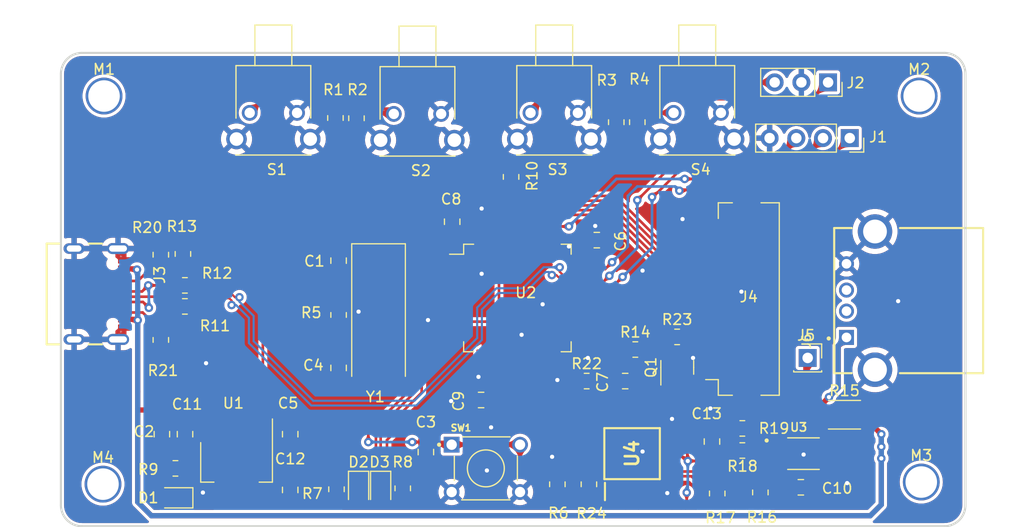
<source format=kicad_pcb>
(kicad_pcb (version 20211014) (generator pcbnew)
  (layers (0 "F.Cu" signal) (31 "B.Cu" signal) (34 "B.Paste" user) (35 "F.Paste" user) (36 "B.SilkS" user "B.Silkscreen") (37 "F.SilkS" user "F.Silkscreen") (38 "B.Mask" user) (39 "F.Mask" user) (44 "Edge.Cuts" user))
  (net 0 "")
  (net 1 "GND")
  (net 2 "/X1")
  (net 3 "+5V")
  (net 4 "/RST")
  (net 5 "/X2")
  (net 6 "+3V3")
  (net 7 "Net-(D1-Pad2)")
  (net 8 "/LED1")
  (net 9 "Net-(D2-Pad2)")
  (net 10 "/LED2")
  (net 11 "Net-(D3-Pad2)")
  (net 12 "/SW_CLK")
  (net 13 "/SW_DIO")
  (net 14 "/USART1_TX")
  (net 15 "/USART1_RX")
  (net 16 "/LCD_RESET")
  (net 17 "/LCD_CS")
  (net 18 "/LCD_DC")
  (net 19 "/LCD_WR")
  (net 20 "/LCD_RD")
  (net 21 "/LCD_DB0")
  (net 22 "/LCD_DB1")
  (net 23 "/LCD_DB2")
  (net 24 "/LCD_DB3")
  (net 25 "/LCD_DB4")
  (net 26 "/LCD_DB5")
  (net 27 "/LCD_DB6")
  (net 28 "/LCD_DB7")
  (net 29 "/SPI2_NSS")
  (net 30 "/SPI2_SCLK")
  (net 31 "/SPI2_MISO")
  (net 32 "/SPI2_MOSI")
  (net 33 "/VOUT")
  (net 34 "Net-(R10-Pad1)")
  (net 35 "/USB_D-")
  (net 36 "/USB_D+")
  (net 37 "/INA226_SCL")
  (net 38 "/INA226_SDA")
  (net 39 "Net-(R18-Pad2)")
  (net 40 "Net-(R19-Pad2)")
  (net 41 "/KEY1")
  (net 42 "/KEY2")
  (net 43 "/KEY3")
  (net 44 "/KEY4")
  (net 45 "/USBDN1")
  (net 46 "/USBDP1")
  (net 47 "Net-(R1-Pad1)")
  (net 48 "Net-(R2-Pad1)")
  (net 49 "Net-(R3-Pad1)")
  (net 50 "Net-(R4-Pad1)")
  (net 51 "Net-(Q1-Pad1)")
  (net 52 "Net-(Q1-Pad3)")
  (net 53 "Net-(R22-Pad1)")
  (net 54 "/BL_PWM")
  (net 55 "Net-(J4-Pad11)")
  (net 56 "Net-(J5-Pad1)")
  (net 57 "Net-(J3-PadA5)")
  (net 58 "Net-(J3-PadB5)")
  (net 84 "unconnected-(U2-Pad62)")
  (footprint "Capacitor_SMD:C_0805_2012Metric" (layer "F.Cu") (at 141.1 94.95 90)
    (fp_text reference "C1")
    (fp_text value "22pF")
  )
  (footprint "Capacitor_SMD:C_0805_2012Metric" (layer "F.Cu") (at 124.3 111.45 -90)
    (fp_text reference "C2")
    (fp_text value "10uF")
  )
  (footprint "Capacitor_SMD:C_0805_2012Metric" (layer "F.Cu") (at 149.4 113.15 -90)
    (fp_text reference "C3")
    (fp_text value "0.1uF")
  )
  (footprint "Capacitor_SMD:C_0805_2012Metric" (layer "F.Cu") (at 141.1 105.15 -90)
    (fp_text reference "C4")
    (fp_text value "22pF")
  )
  (footprint "Capacitor_SMD:C_0805_2012Metric" (layer "F.Cu") (at 136.5 111.45 90)
    (fp_text reference "C5")
    (fp_text value "10uF")
  )
  (footprint "Capacitor_SMD:C_0805_2012Metric" (layer "F.Cu") (at 168.35 106.4 180)
    (fp_text reference "C7")
    (fp_text value "0.1uF")
  )
  (footprint "Capacitor_SMD:C_0805_2012Metric" (layer "F.Cu") (at 151.9 91.25 90)
    (fp_text reference "C8")
    (fp_text value "0.1uF")
  )
  (footprint "Capacitor_SMD:C_0805_2012Metric" (layer "F.Cu") (at 154.65 108.2 180)
    (fp_text reference "C9")
    (fp_text value "0.1uF")
  )
  (footprint "Capacitor_SMD:C_0805_2012Metric" (layer "F.Cu") (at 185.05 116.5 180)
    (fp_text reference "C10")
    (fp_text value "0.1uF")
  )
  (footprint "Capacitor_SMD:C_0805_2012Metric" (layer "F.Cu") (at 126.5 111.45 -90)
    (fp_text reference "C11")
    (fp_text value "0.1uF")
  )
  (footprint "Capacitor_SMD:C_0805_2012Metric" (layer "F.Cu") (at 136.5 116.75 90)
    (fp_text reference "C12")
    (fp_text value "0.1uF")
  )
  (footprint "Capacitor_SMD:C_0805_2012Metric" (layer "F.Cu") (at 176.6 112.15 90)
    (fp_text reference "C13")
    (fp_text value "0.1uF")
  )
  (footprint "LED_SMD:LED_0805_2012Metric" (layer "F.Cu") (at 125.5625 117.5 180)
    (fp_text reference "D1")
    (fp_text value "POWER LED")
  )
  (footprint "Connector_PinSocket_2.54mm:PinSocket_1x03_P2.54mm_Vertical" (layer "F.Cu") (at 187.64 78 -90)
    (fp_text reference "J2")
    (fp_text value "USART1")
  )
  (footprint "Connector_FFC-FPC:Hirose_FH12-30S-0.5SH_1x30-1MP_P0.50mm_Horizontal" (layer "F.Cu") (at 178.5 98.6 90)
    (fp_text reference "J4")
    (fp_text value "Conn_01x30")
  )
  (footprint "Resistor_SMD:R_0805_2012Metric" (layer "F.Cu") (at 141.1 100.1125 90)
    (fp_text reference "R5")
    (fp_text value "10M")
  )
  (footprint "Resistor_SMD:R_0805_2012Metric" (layer "F.Cu") (at 161.9 116.2125 90)
    (fp_text reference "R6")
    (fp_text value "10K")
  )
  (footprint "Resistor_SMD:R_0805_2012Metric" (layer "F.Cu") (at 125.5875 114.7 180)
    (fp_text reference "R9")
    (fp_text value "1k")
  )
  (footprint "Resistor_SMD:R_0805_2012Metric" (layer "F.Cu") (at 157.5 86.9875 90)
    (fp_text reference "R10")
    (fp_text value "10K")
  )
  (footprint "Resistor_SMD:R_2010_5025Metric" (layer "F.Cu") (at 189.2 109.6)
    (fp_text reference "R15")
    (fp_text value "100mR")
  )
  (footprint "Resistor_SMD:R_0805_2012Metric" (layer "F.Cu") (at 181.2 116.9875 90)
    (fp_text reference "R16")
    (fp_text value "5.1K")
  )
  (footprint "Resistor_SMD:R_0805_2012Metric" (layer "F.Cu") (at 177.1 117.0875 90)
    (fp_text reference "R17")
    (fp_text value "5.1K")
  )
  (footprint "Resistor_SMD:R_0805_2012Metric" (layer "F.Cu") (at 179.4875 113)
    (fp_text reference "R18")
    (fp_text value "5.1K")
  )
  (footprint "Resistor_SMD:R_0805_2012Metric" (layer "F.Cu") (at 164.9 116.2125 -90)
    (fp_text reference "R24")
    (fp_text value "10K")
  )
  (footprint "Package_TO_SOT_SMD:SOT-223" (layer "F.Cu") (at 131.4 114.1 -90)
    (fp_text reference "U1")
    (fp_text value "LM1117-3.3")
  )
  (footprint "Package_QFP:LQFP-64_10x10mm_P0.5mm" (layer "F.Cu") (at 158.1 98.5)
    (fp_text reference "U2")
    (fp_text value "STM32F103RCTx")
  )
  (footprint "3rd_INA226AIDGSR:3rd_SOP50P490X110-10N(INA226AIDGSR)" (layer "F.Cu") (at 185.3 113.3)
    (fp_text reference "U3")
    (fp_text value "INA226AIDGSR")
  )
  (footprint "Crystal:Crystal_SMD_HC49-SD" (layer "F.Cu") (at 144.9 100.05 -90)
    (fp_text reference "Y1")
    (fp_text value "8M")
  )
  (footprint "Connector_PinSocket_2.54mm:PinSocket_1x04_P2.54mm_Vertical" (layer "F.Cu") (at 189.7 83.3 -90)
    (fp_text reference "J1")
    (fp_text value "SWD")
  )
  (footprint "Resistor_SMD:R_0805_2012Metric" (layer "F.Cu") (at 169.5 81.7875 -90)
    (fp_text reference "R4")
    (fp_text value "220R")
  )
  (footprint "Resistor_SMD:R_0805_2012Metric" (layer "F.Cu") (at 142.8 81.4125 -90)
    (fp_text reference "R2")
    (fp_text value "220R")
  )
  (footprint "Resistor_SMD:R_0805_2012Metric" (layer "F.Cu") (at 140.8 81.3875 -90)
    (fp_text reference "R1")
    (fp_text value "220R")
  )
  (footprint "Resistor_SMD:R_0805_2012Metric" (layer "F.Cu") (at 126.4875 97.3 180)
    (fp_text reference "R12")
    (fp_text value "20R")
  )
  (footprint "Resistor_SMD:R_0805_2012Metric" (layer "F.Cu") (at 124.2 102.4875 90)
    (fp_text reference "R21")
    (fp_text value "5.1K")
  )
  (footprint "Resistor_SMD:R_0805_2012Metric" (layer "F.Cu") (at 124.2 94.3875 90)
    (fp_text reference "R20")
    (fp_text value "5.1K")
  )
  (footprint "Resistor_SMD:R_0805_2012Metric" (layer "F.Cu") (at 126.3 94.3125 -90)
    (fp_text reference "R13")
    (fp_text value "1K")
  )
  (footprint "Resistor_SMD:R_0805_2012Metric" (layer "F.Cu") (at 126.4875 99.3 180)
    (fp_text reference "R11")
    (fp_text value "20R")
  )
  (footprint "LED_SMD:LED_0805_2012Metric" (layer "F.Cu") (at 145.1 116.6625 -90)
    (fp_text reference "D3")
    (fp_text value "LED2")
  )
  (footprint "LED_SMD:LED_0805_2012Metric" (layer "F.Cu") (at 143 116.6625 -90)
    (fp_text reference "D2")
    (fp_text value "LED1")
  )
  (footprint "Resistor_SMD:R_0805_2012Metric" (layer "F.Cu") (at 147.2 116.6 90)
    (fp_text reference "R8")
    (fp_text value "0.5K")
  )
  (footprint "Resistor_SMD:R_0805_2012Metric" (layer "F.Cu") (at 140.9 116.6875 90)
    (fp_text reference "R7")
    (fp_text value "0.5K")
  )
  (footprint "Resistor_SMD:R_0805_2012Metric" (layer "F.Cu") (at 167.5 81.7875 -90)
    (fp_text reference "R3")
    (fp_text value "220R")
  )
  (footprint "Connector_PinSocket_2.54mm:PinSocket_1x01_P2.54mm_Vertical" (layer "F.Cu") (at 185.7 104.2)
    (fp_text reference "J5")
    (fp_text value "INA226 ALERT")
  )
  (footprint "Resistor_SMD:R_0805_2012Metric" (layer "F.Cu") (at 169.3125 103.4)
    (fp_text reference "R14")
    (fp_text value "220R")
  )
  (footprint "Resistor_SMD:R_0805_2012Metric" (layer "F.Cu") (at 164.6875 106.4)
    (fp_text reference "R22")
    (fp_text value "10K")
  )
  (footprint "Resistor_SMD:R_0805_2012Metric" (layer "F.Cu") (at 173.2875 102.2)
    (fp_text reference "R23")
    (fp_text value "100R")
  )
  (footprint "Package_TO_SOT_SMD:SOT-23" (layer "F.Cu") (at 173.3 105.1 90)
    (fp_text reference "Q1")
    (fp_text value "Q_PNP_BEC")
  )
  (footprint "Capacitor_SMD:C_0805_2012Metric" (layer "F.Cu") (at 165.65 93)
    (fp_text reference "C6")
    (fp_text value "0.1uF")
  )
  (footprint "Zhbi_Mounting_Holes:Mounting_Holes_3mm_THT" (layer "F.Cu") (at 118.8 79.3)
    (fp_text reference "M1")
    (fp_text value "Mounting_Holes_3mm_THT")
  )
  (footprint "Zhbi_Mounting_Holes:Mounting_Holes_3mm_THT" (layer "F.Cu") (at 196.3 79.3)
    (fp_text reference "M2")
    (fp_text value "Mounting_Holes_3mm_THT")
  )
  (footprint "Zhbi_Mounting_Holes:Mounting_Holes_3mm_THT" (layer "F.Cu") (at 118.7 116.2)
    (fp_text reference "M4")
    (fp_text value "Mounting_Holes_3mm_THT")
  )
  (footprint "Zhbi_Mounting_Holes:Mounting_Holes_3mm_THT" (layer "F.Cu") (at 196.5 116)
    (fp_text reference "M3")
    (fp_text value "Mounting_Holes_3mm_THT")
  )
  (footprint "3rd_W25Q32JVSSIQ:3rd_SOIC127P790X216-8N(W25Q32JVSSIQ)" (layer "F.Cu") (at 169.005 113.3 90)
    (fp_text reference "U4")
    (fp_text value "W25Q32JVSS" hide)
  )
  (footprint "Resistor_SMD:R_0805_2012Metric" (layer "F.Cu") (at 179.4875 110.9)
    (fp_text reference "R19")
    (fp_text value "5.1K")
  )
  (footprint "3rd_B3F-3100:3rd_B3F-3100(Key_Hori)" (layer "F.Cu") (at 134.9 80.9 180)
    (fp_text reference "S1")
    (fp_text value "1-1825027-1")
  )
  (footprint "3rd_B3F-3100:3rd_B3F-3100(Key_Hori)" (layer "F.Cu") (at 148.6 81 180)
    (fp_text reference "S2")
    (fp_text value "1-1825027-1")
  )
  (footprint "3rd_B3F-3100:3rd_B3F-3100(Key_Hori)" (layer "F.Cu") (at 161.6 80.9 180)
    (fp_text reference "S3")
    (fp_text value "1-1825027-1")
  )
  (footprint "3rd_B3F-3100:3rd_B3F-3100(Key_Hori)" (layer "F.Cu") (at 175.2 80.9 180)
    (fp_text reference "S4")
    (fp_text value "1-1825027-1")
  )
  (footprint "3rd_USB1130-15-A_REVA:3rd_USB1130-15-A_REVA(USB-A)" (layer "F.Cu") (at 192.1 98.75 90)
    (fp_text reference "J6")
    (fp_text value "USB1130-15-A_REVA")
  )
  (footprint "3rd_USB4105-GF-A:3rd_USB4105-GF-A(USB-C)" (layer "F.Cu") (at 115.95 98.12 -90)
    (fp_text reference "J3")
    (fp_text value "USB4105-GF-A")
  )
  (footprint "3rd_B3F-1000:3rd_B3F-1000(Key_Vertical)" (layer "F.Cu") (at 155.1 114.7)
    (fp_text reference "SW1")
    (fp_text value "1825910-6")
  )
  (gr_arc (start 198.700001 75.200001) (mid 200.114214 75.785787) (end 200.7 77.2) (layer "Edge.Cuts") (width 0.2))
  (gr_line (start 198.7 120.2) (end 116.700002 120.2) (layer "Edge.Cuts") (width 0.2))
  (gr_arc (start 200.7 118.199999) (mid 200.114214 119.614213) (end 198.7 120.199999) (layer "Edge.Cuts") (width 0.2))
  (gr_arc (start 116.700002 120.199999) (mid 115.285788 119.614213) (end 114.700002 118.199999) (layer "Edge.Cuts") (width 0.2))
  (gr_line (start 116.700001 75.2) (end 198.700001 75.200001) (layer "Edge.Cuts") (width 0.2))
  (gr_arc (start 114.700002 77.2) (mid 115.285788 75.785787) (end 116.700001 75.200001) (layer "Edge.Cuts") (width 0.2))
  (gr_line (start 114.700002 118.199999) (end 114.700002 77.2) (layer "Edge.Cuts") (width 0.2))
  (gr_line (start 200.7 77.2) (end 200.7 118.199999) (layer "Edge.Cuts") (width 0.2))
  (segment (start 174.95 92.35) (end 174.95 92.65) (width 0.25) (layer "F.Cu") (net 1))
  (segment (start 120.685 101.33) (end 120.685 101.875) (width 0.5) (layer "F.Cu") (net 1))
  (segment (start 176.65 102.85) (end 175.35 102.85) (width 0.25) (layer "F.Cu") (net 1))
  (segment (start 185.72468 113.8) (end 185.31234 113.38766) (width 0.25) (layer "F.Cu") (net 1))
  (segment (start 175.45 103.25) (end 175.35 103.35) (width 0.25) (layer "F.Cu") (net 1))
  (segment (start 176.65 101.85) (end 175.45 101.85) (width 0.25) (layer "F.Cu") (net 1))
  (segment (start 154.85 105.55) (end 154.4 106) (width 0.25) (layer "F.Cu") (net 1))
  (segment (start 174.8 104.9) (end 174.8 104.2) (width 0.25) (layer "F.Cu") (net 1))
  (segment (start 176.65 103.35) (end 175.35 103.35) (width 0.25) (layer "F.Cu") (net 1))
  (segment (start 154.85 104.175) (end 154.85 105.55) (width 0.25) (layer "F.Cu") (net 1))
  (segment (start 176.65 92.35) (end 174.95 92.35) (width 0.25) (layer "F.Cu") (net 1))
  (segment (start 120.685 94.385) (end 120.11 93.81) (width 0.5) (layer "F.Cu") (net 1))
  (segment (start 170.91 116.9) (end 171.4 116.9) (width 0.25) (layer "F.Cu") (net 1))
  (segment (start 165.25 95.25) (end 166.6 93.9) (width 0.25) (layer "F.Cu") (net 1))
  (segment (start 166.6 93) (end 166.6 92.8) (width 0.25) (layer "F.Cu") (net 1))
  (segment (start 175.75 105.85) (end 174.8 104.9) (width 0.25) (layer "F.Cu") (net 1))
  (segment (start 175.45 101.85) (end 175.45 103.25) (width 0.25) (layer "F.Cu") (net 1))
  (segment (start 175.45 101.55) (end 175.45 101.85) (width 0.25) (layer "F.Cu") (net 1))
  (segment (start 166.6 93.9) (end 166.6 93) (width 0.25) (layer "F.Cu") (net 1))
  (segment (start 126.5 112.4) (end 125.6 113.3) (width 0.25) (layer "F.Cu") (net 1))
  (segment (start 154.85 92.825) (end 154.85 90.15) (width 0.25) (layer "F.Cu") (net 1))
  (segment (start 176.6 111.2) (end 178.275 111.2) (width 0.25) (layer "F.Cu") (net 1))
  (segment (start 174.95 92.65) (end 175.15 92.85) (width 0.25) (layer "F.Cu") (net 1))
  (segment (start 175.65 101.35) (end 175.45 101.55) (width 0.25) (layer "F.Cu") (net 1))
  (segment (start 120.685 101.875) (end 120.11 102.45) (width 0.5) (layer "F.Cu") (net 1))
  (segment (start 124.3 112.4) (end 126.5 112.4) (width 0.25) (layer "F.Cu") (net 1))
  (segment (start 178.275 111.2) (end 178.575 110.9) (width 0.25) (layer "F.Cu") (net 1))
  (segment (start 126.5 117.35) (end 126.5 117.5) (width 0.25) (layer "F.Cu") (net 1))
  (segment (start 175.15 92.85) (end 176.65 92.85) (width 0.25) (layer "F.Cu") (net 1))
  (segment (start 176.65 91.35) (end 175.15 91.35) (width 0.25) (layer "F.Cu") (net 1))
  (segment (start 178.575 110.725) (end 176.85 109) (width 0.25) (layer "F.Cu") (net 1))
  (segment (start 176.65 102.35) (end 175.35 102.35) (width 0.25) (layer "F.Cu") (net 1))
  (segment (start 174.95 91.55) (end 174.95 92.35) (width 0.25) (layer "F.Cu") (net 1))
  (segment (start 175.15 91.35) (end 174.95 91.55) (width 0.25) (layer "F.Cu") (net 1))
  (segment (start 165.5 91.7) (end 165.5 91.65) (width 0.25) (layer "F.Cu") (net 1))
  (segment (start 187.45 113.8) (end 185.72468 113.8) (width 0.25) (layer "F.Cu") (net 1))
  (segment (start 176.65 101.35) (end 175.65 101.35) (width 0.25) (layer "F.Cu") (net 1))
  (segment (start 120.685 94.93) (end 120.685 94.385) (width 0.5) (layer "F.Cu") (net 1))
  (segment (start 178.575 110.9) (end 178.575 110.725) (width 0.25) (layer "F.Cu") (net 1))
  (segment (start 166.6 92.8) (end 165.5 91.7) (width 0.25) (layer "F.Cu") (net 1))
  (segment (start 176.65 105.85) (end 175.75 105.85) (width 0.25) (layer "F.Cu") (net 1))
  (segment (start 125.6 116.45) (end 126.5 117.35) (width 0.25) (layer "F.Cu") (net 1))
  (segment (start 154.85 90.15) (end 154.7 90) (width 0.25) (layer "F.Cu") (net 1))
  (segment (start 163.775 95.25) (end 165.25 95.25) (width 0.25) (layer "F.Cu") (net 1))
  (segment (start 161.35 105.75) (end 161.9 106.3) (width 0.25) (layer "F.Cu") (net 1))
  (segment (start 178.575 110.9) (end 178.575 113) (width 0.25) (layer "F.Cu") (net 1))
  (segment (start 125.6 113.3) (end 125.6 116.45) (width 0.25) (layer "F.Cu") (net 1))
  (segment (start 171.4 116.9) (end 172 117.5) (width 0.25) (layer "F.Cu") (net 1))
  (segment (start 175.35 103.35) (end 175.25 103.35) (width 0.25) (layer "F.Cu") (net 1))
  (segment (start 152.425 100.25) (end 149.95 100.25) (width 0.25) (layer "F.Cu") (net 1))
  (segment (start 176.85 109) (end 176.45 109) (width 0.25) (layer "F.Cu") (net 1))
  (segment (start 149.95 100.25) (end 149.6 100.6) (width 0.25) (layer "F.Cu") (net 1))
  (segment (start 161.35 104.175) (end 161.35 105.75) (width 0.25) (layer "F.Cu") (net 1))
  (via (at 170 113.1) (size 0.8) (drill 0.4) (layers "F.Cu" "B.Cu") (net 1))
  (via (at 158.5 102) (size 0.8) (drill 0.4) (layers "F.Cu" "B.Cu") (net 1))
  (via (at 172.8 110) (size 0.8) (drill 0.4) (layers "F.Cu" "B.Cu") (net 1))
  (via (at 170 95.9) (size 0.8) (drill 0.4) (layers "F.Cu" "B.Cu") (net 1))
  (via (at 155.2 114.9) (size 0.8) (drill 0.4) (layers "F.Cu" "B.Cu") (net 1))
  (via (at 143 99.8) (size 0.8) (drill 0.4) (layers "F.Cu" "B.Cu") (net 1))
  (via (at 161.4 113.6) (size 0.8) (drill 0.4) (layers "F.Cu" "B.Cu") (net 1))
  (via (at 176.45 109) (size 0.8) (drill 0.4) (layers "F.Cu" "B.Cu") (net 1))
  (via (at 160.5 99.1) (size 0.8) (drill 0.4) (layers "F.Cu" "B.Cu") (net 1))
  (via (at 151.8 108.3) (size 0.8) (drill 0.4) (layers "F.Cu" "B.Cu") (net 1))
  (via (at 154.7 90) (size 0.8) (drill 0.4) (layers "F.Cu" "B.Cu") (net 1))
  (via (at 173.8 91) (size 0.8) (drill 0.4) (layers "F.Cu" "B.Cu") (net 1))
  (via (at 128.5 104.7) (size 0.8) (drill 0.4) (layers "F.Cu" "B.Cu") (net 1))
  (via (at 149.6 100.6) (size 0.8) (drill 0.4) (layers "F.Cu" "B.Cu") (net 1))
  (via (at 164.8 104.2) (size 0.8) (drill 0.4) (layers "F.Cu" "B.Cu") (net 1))
  (via (at 161.9 106.3) (size 0.8) (drill 0.4) (layers "F.Cu" "B.Cu") (net 1))
  (via (at 172.35 117.05) (size 0.8) (drill 0.4) (layers "F.Cu" "B.Cu") (net 1))
  (via (at 174.8 104.2) (size 0.8) (drill 0.4) (layers "F.Cu" "B.Cu") (net 1))
  (via (at 165.5 91.65) (size 0.8) (drill 0.4) (layers "F.Cu" "B.Cu") (net 1))
  (via (at 154.7 96.2) (size 0.8) (drill 0.4) (layers "F.Cu" "B.Cu") (net 1))
  (via (at 128.2 117) (size 0.8) (drill 0.4) (layers "F.Cu" "B.Cu") (net 1))
  (via (at 163 93.6) (size 0.8) (drill 0.4) (layers "F.Cu" "B.Cu") (net 1))
  (via (at 194.3 98.8) (size 0.8) (drill 0.4) (layers "F.Cu" "B.Cu") (net 1))
  (via (at 189.45 116.1) (size 0.8) (drill 0.4) (layers "F.Cu" "B.Cu") (net 1))
  (via (at 179.4 97.9) (size 0.8) (drill 0.4) (layers "F.Cu" "B.Cu") (net 1))
  (via (at 154.4 106) (size 0.8) (drill 0.4) (layers "F.Cu" "B.Cu") (net 1))
  (via (at 185.31234 113.38766) (size 0.8) (drill 0.4) (layers "F.Cu" "B.Cu") (net 1))
  (via (at 155.6 110.8) (size 0.8) (drill 0.4) (layers "F.Cu" "B.Cu") (net 1))
  (segment (start 141.1 95.9) (end 141.1 99.2) (width 0.25) (layer "F.Cu") (net 2))
  (segment (start 144.9 95.8) (end 145.85 96.75) (width 0.25) (layer "F.Cu") (net 2))
  (segment (start 145.85 96.75) (end 151.55 96.75) (width 0.25) (layer "F.Cu") (net 2))
  (segment (start 144.8 95.9) (end 144.9 95.8) (width 0.25) (layer "F.Cu") (net 2))
  (segment (start 151.55 96.75) (end 152.425 96.75) (width 0.25) (layer "F.Cu") (net 2))
  (segment (start 141.1 95.9) (end 144.8 95.9) (width 0.25) (layer "F.Cu") (net 2))
  (segment (start 191.5125 110.2625) (end 192.7 111.45) (width 0.5) (layer "F.Cu") (net 3))
  (segment (start 120.685 100.53) (end 121.925 100.53) (width 0.5) (layer "F.Cu") (net 3))
  (segment (start 191.5125 109.6) (end 191.5125 110.2625) (width 0.5) (layer "F.Cu") (net 3))
  (segment (start 191.65 119.2) (end 123.3 119.2) (width 0.5) (layer "F.Cu") (net 3))
  (segment (start 190.45 112.3) (end 191.5125 111.2375) (width 0.25) (layer "F.Cu") (net 3))
  (segment (start 126.5 110.5) (end 128.45 110.5) (width 0.5) (layer "F.Cu") (net 3))
  (segment (start 121.925 100.53) (end 122 100.605) (width 0.5) (layer "F.Cu") (net 3))
  (segment (start 128.65 110.5) (end 129.1 110.95) (width 0.5) (layer "F.Cu") (net 3))
  (segment (start 191.5125 111.2375) (end 191.5125 109.6) (width 0.25) (layer "F.Cu") (net 3))
  (segment (start 122.15 109.15) (end 122 109) (width 0.5) (layer "F.Cu") (net 3))
  (segment (start 122 109.55) (end 122 117.9) (width 0.5) (layer "F.Cu") (net 3))
  (segment (start 192.7 111.45) (end 192.7 118.15) (width 0.5) (layer "F.Cu") (net 3))
  (segment (start 124.3 110.5) (end 122.95 109.15) (width 0.5) (layer "F.Cu") (net 3))
  (segment (start 122 100.605) (end 122 107.4) (width 0.5) (layer "F.Cu") (net 3))
  (segment (start 187.45 112.3) (end 190.45 112.3) (width 0.25) (layer "F.Cu") (net 3))
  (segment (start 121.862369 95.73) (end 121.932369 95.8) (width 0.5) (layer "F.Cu") (net 3))
  (segment (start 122.95 109.15) (end 122.15 109.15) (width 0.5) (layer "F.Cu") (net 3))
  (segment (start 128.45 110.5) (end 128.9 110.95) (width 0.5) (layer "F.Cu") (net 3))
  (segment (start 192.7 118.15) (end 191.65 119.2) (width 0.5) (layer "F.Cu") (net 3))
  (segment (start 126.5 110.5) (end 128.65 110.5) (width 0.5) (layer "F.Cu") (net 3))
  (segment (start 122 109) (end 122 109.55) (width 0.5) (layer "F.Cu") (net 3))
  (segment (start 120.685 95.73) (end 121.862369 95.73) (width 0.5) (layer "F.Cu") (net 3))
  (segment (start 122 117.9) (end 123.3 119.2) (width 0.5) (layer "F.Cu") (net 3))
  (segment (start 122 107.4) (end 122 109) (width 0.5) (layer "F.Cu") (net 3))
  (segment (start 124.3 110.5) (end 126.5 110.5) (width 0.5) (layer "F.Cu") (net 3))
  (via (at 121.932369 95.8) (size 0.8) (drill 0.4) (layers "F.Cu" "B.Cu") (net 3))
  (via (at 192.7 113.75) (size 0.8) (drill 0.4) (layers "F.Cu" "B.Cu") (net 3))
  (via (at 122 100.605) (size 0.8) (drill 0.4) (layers "F.Cu" "B.Cu") (net 3))
  (via (at 192.7 112.65) (size 0.8) (drill 0.4) (layers "F.Cu" "B.Cu") (net 3))
  (via (at 192.7 111.450002) (size 0.8) (drill 0.4) (layers "F.Cu" "B.Cu") (net 3))
  (segment (start 192.7 112.65) (end 192.7 111.450002) (width 0.5) (layer "B.Cu") (net 3))
  (segment (start 192.7 113.75) (end 192.7 112.65) (width 0.5) (layer "B.Cu") (net 3))
  (segment (start 123.3 119.2) (end 191.65 119.2) (width 0.5) (layer "B.Cu") (net 3))
  (segment (start 191.65 119.2) (end 192.7 118.15) (width 0.5) (layer "B.Cu") (net 3))
  (segment (start 122 100.605) (end 122 117.9) (width 0.5) (layer "B.Cu") (net 3))
  (segment (start 122 95.867631) (end 121.932369 95.8) (width 0.5) (layer "B.Cu") (net 3))
  (segment (start 122 100.605) (end 122 95.867631) (width 0.5) (layer "B.Cu") (net 3))
  (segment (start 122 117.9) (end 123.3 119.2) (width 0.5) (layer "B.Cu") (net 3))
  (segment (start 192.7 118.15) (end 192.7 113.75) (width 0.5) (layer "B.Cu") (net 3))
  (segment (start 143.924979 111.209336) (end 143.924979 112.2) (width 0.25) (layer "F.Cu") (net 4))
  (segment (start 159.45 115.3) (end 158.35 114.2) (width 0.25) (layer "F.Cu") (net 4))
  (segment (start 148.1 112.2) (end 149.4 112.2) (width 0.25) (layer "F.Cu") (net 4))
  (segment (start 152.425 97.75) (end 148.55 97.75) (width 0.25) (layer "F.Cu") (net 4))
  (segment (start 151.85 112.45) (end 158.35 112.45) (width 0.25) (layer "F.Cu") (net 4))
  (segment (start 148.55 97.75) (end 148 98.3) (width 0.25) (layer "F.Cu") (net 4))
  (segment (start 149.4 112.2) (end 151.375 112.2) (width 0.25) (layer "F.Cu") (net 4))
  (segment (start 149.4 112.2) (end 151.6 112.2) (width 0.25) (layer "F.Cu") (net 4))
  (segment (start 158.35 114.2) (end 158.35 112.45) (width 0.25) (layer "F.Cu") (net 4))
  (segment (start 151.6 112.2) (end 151.85 112.45) (width 0.25) (layer "F.Cu") (net 4))
  (segment (start 148 98.3) (end 148 107.134315) (width 0.25) (layer "F.Cu") (net 4))
  (segment (start 151.375 112.2) (end 151.625 112.45) (width 0.25) (layer "F.Cu") (net 4))
  (segment (start 161.9 115.3) (end 159.45 115.3) (width 0.25) (layer "F.Cu") (net 4))
  (segment (start 151.65 112.35) (end 158.15 112.35) (width 0.25) (layer "F.Cu") (net 4))
  (segment (start 148 107.134315) (end 143.924979 111.209336) (width 0.25) (layer "F.Cu") (net 4))
  (via (at 143.924979 112.2) (size 0.8) (drill 0.4) (layers "F.Cu" "B.Cu") (net 4))
  (via (at 148.1 112.2) (size 0.8) (drill 0.4) (layers "F.Cu" "B.Cu") (net 4))
  (segment (start 148.1 112.2) (end 143.924979 112.2) (width 0.25) (layer "B.Cu") (net 4))
  (segment (start 147.65 97.25) (end 152.425 97.25) (width 0.25) (layer "F.Cu") (net 5))
  (segment (start 144.9 104.3) (end 144.9 100) (width 0.25) (layer "F.Cu") (net 5))
  (segment (start 141.1 104.2) (end 144.8 104.2) (width 0.25) (layer "F.Cu") (net 5))
  (segment (start 141.1 101.025) (end 141.1 104.2) (width 0.25) (layer "F.Cu") (net 5))
  (segment (start 144.9 100) (end 147.65 97.25) (width 0.25) (layer "F.Cu") (net 5))
  (segment (start 144.8 104.2) (end 144.9 104.3) (width 0.25) (layer "F.Cu") (net 5))
  (segment (start 169.6 118.5) (end 168.4 118.5) (width 0.25) (layer "F.Cu") (net 6))
  (segment (start 155.35 107.95) (end 155.35 104.175) (width 0.25) (layer "F.Cu") (net 6))
  (segment (start 174.25 106.1) (end 174.25 107.35) (width 0.25) (layer "F.Cu") (net 6))
  (segment (start 156.35 100.75) (end 156.35 94.75) (width 0.25) (layer "F.Cu") (net 6))
  (segment (start 184.1 115.35) (end 185.15 114.3) (width 0.25) (layer "F.Cu") (net 6))
  (segment (start 176.45 113.1) (end 176.6 113.1) (width 0.25) (layer "F.Cu") (net 6))
  (segment (start 146.12498 116.7) (end 147.13748 115.6875) (width 0.25) (layer "F.Cu") (net 6))
  (segment (start 147.8 109.9) (end 153.9 109.9) (width 0.25) (layer "F.Cu") (net 6))
  (segment (start 182.9 117.9) (end 184.1 116.7) (width 0.25) (layer "F.Cu") (net 6))
  (segment (start 181.2 117.9) (end 182.9 117.9) (width 0.25) (layer "F.Cu") (net 6))
  (segment (start 167.1 109.7) (end 168.37 109.7) (width 0.25) (layer "F.Cu") (net 6))
  (segment (start 170.2 107.3) (end 173.05 107.3) (width 0.25) (layer "F.Cu") (net 6))
  (segment (start 163.775 94.75) (end 164.95 94.75) (width 0.25) (layer "F.Cu") (net 6))
  (segment (start 161.85 100.85) (end 161.75 100.75) (width 0.25) (layer "F.Cu") (net 6))
  (segment (start 164.8 117.5) (end 165.8 118.5) (width 0.25) (layer "F.Cu") (net 6))
  (segment (start 169.64 118.46) (end 169.6 118.5) (width 0.25) (layer "F.Cu") (net 6))
  (segment (start 173.05 107.3) (end 174.2 107.3) (width 0.25) (layer "F.Cu") (net 6))
  (segment (start 147.2 115.6875) (end 147.0875 115.6875) (width 0.25) (layer "F.Cu") (net 6))
  (segment (start 169.3 106.4) (end 170.2 107.3) (width 0.25) (layer "F.Cu") (net 6))
  (segment (start 174.2 107.3) (end 174.25 107.35) (width 0.25) (layer "F.Cu") (net 6))
  (segment (start 131.3 114.7) (end 134.1 114.7) (width 0.25) (layer "F.Cu") (net 6))
  (segment (start 155.35 94.75) (end 152.425 94.75) (width 0.25) (layer "F.Cu") (net 6))
  (segment (start 129.9 93.4) (end 133.9 97.4) (width 0.25) (layer "F.Cu") (net 6))
  (segment (start 156.35 94.75) (end 155.35 94.75) (width 0.25) (layer "F.Cu") (net 6))
  (segment (start 134 114.8) (end 136.4 112.4) (width 0.25) (layer "F.Cu") (net 6))
  (segment (start 153.9 109.9) (end 155.6 108.2) (width 0.25) (layer "F.Cu") (net 6))
  (segment (start 161.75 100.75) (end 156.35 100.75) (width 0.25) (layer "F.Cu") (net 6))
  (segment (start 163.475 117.125) (end 164.9 117.125) (width 0.25) (layer "F.Cu") (net 6))
  (segment (start 145.7 114.3) (end 145.7 112) (width 0.25) (layer "F.Cu") (net 6))
  (segment (start 133.9 97.4) (end 133.9 106.2) (width 0.25) (layer "F.Cu") (net 6))
  (segment (start 154.35 92.825) (end 154.35 91.65) (width 0.25) (layer "F.Cu") (net 6))
  (segment (start 171.75 111.6) (end 169.47 111.6) (width 0.25) (layer "F.Cu") (net 6))
  (segment (start 164.8 117.425) (end 164.8 117.5) (width 0.25) (layer "F.Cu") (net 6))
  (segment (start 174.2 118.4) (end 174.1 118.5) (width 0.25) (layer "F.Cu") (net 6))
  (segment (start 134 114.8) (end 134 116.6) (width 0.25) (layer "F.Cu") (net 6))
  (segment (start 131.4 114.6) (end 131.3 114.7) (width 0.25) (layer "F.Cu") (net 6))
  (segment (start 154 91.3) (end 152.8 91.3) (width 0.25) (layer "F.Cu") (net 6))
  (segment (start 165.4 93.7) (end 164.7 93) (width 0.25) (layer "F.Cu") (net 6))
  (segment (start 133.9 106.2) (end 131.4 108.7) (width 0.25) (layer "F.Cu") (net 6))
  (segment (start 174.25 112.35) (end 174.25 107.35) (width 0.25) (layer "F.Cu") (net 6))
  (segment (start 159.9 111.2) (end 161 111.2) (width 0.25) (layer "F.Cu") (net 6))
  (segment (start 174.2 117) (end 174.2 118.4) (width 0.25) (layer "F.Cu") (net 6))
  (segment (start 175.1 118.5) (end 174.1 118.5) (width 0.25) (layer "F.Cu") (net 6))
  (segment (start 156.9 108.2) (end 159.9 111.2) (width 0.25) (layer "F.Cu") (net 6))
  (segment (start 176.65 91.85) (end 181.15 91.85) (width 0.25) (layer "F.Cu") (net 6))
  (segment (start 174.3 114) (end 174.15 114) (width 0.25) (layer "F.Cu") (net 6))
  (segment (start 185.15 114.3) (end 187.45 114.3) (width 0.25) (layer "F.Cu") (net 6))
  (segment (start 177.1 118) (end 181.1 118) (width 0.25) (layer "F.Cu") (net 6))
  (segment (start 174.1 118.5) (end 173.7 118.5) (width 0.25) (layer "F.Cu") (net 6))
  (segment (start 136.5 117.7) (end 137.3 117.7) (width 0.25) (layer "F.Cu") (net 6))
  (segment (start 147.0875 115.6875) (end 145.7 114.3) (width 0.25) (layer "F.Cu") (net 6))
  (segment (start 141.075 115.775) (end 142 116.7) (width 0.25) (layer "F.Cu") (net 6))
  (segment (start 128.2 114.7) (end 131 114.7) (width 0.25) (layer "F.Cu") (net 6))
  (segment (start 155.6 108.2) (end 156.9 108.2) (width 0.25) (layer "F.Cu") (net 6))
  (segment (start 184.1 116.5) (end 184.1 115.35) (width 0.25) (layer "F.Cu") (net 6))
  (segment (start 135.1 117.7) (end 136.5 117.7) (width 0.25) (layer "F.Cu") (net 6))
  (segment (start 175.6 118) (end 175.1 118.5) (width 0.25) (layer "F.Cu") (net 6))
  (segment (start 169.64 116.9) (end 169.64 118.46) (width 0.25) (layer "F.Cu") (net 6))
  (segment (start 154.35 91.65) (end 154 91.3) (width 0.25) (layer "F.Cu") (net 6))
  (segment (start 174.25 113.95) (end 174.25 112.35) (width 0.25) (layer "F.Cu") (net 6))
  (segment (start 161.9 117.125) (end 163.475 117.125) (width 0.25) (layer "F.Cu") (net 6))
  (segment (start 142 116.7) (end 146.12498 116.7) (width 0.25) (layer "F.Cu") (net 6))
  (segment (start 134 116.6) (end 135.1 117.7) (width 0.25) (layer "F.Cu") (net 6))
  (segment (start 184.1 116.7) (end 184.1 116.5) (width 0.25) (layer "F.Cu") (net 6))
  (segment (start 163.475 113.675) (end 163.475 117.125) (width 0.25) (layer "F.Cu") (net 6))
  (segment (start 175.55 114) (end 176.45 113.1) (width 0.25) (layer "F.Cu") (net 6))
  (segment (start 163.775 94.75) (end 156.35 94.75) (width 0.25) (layer "F.Cu") (net 6))
  (segment (start 181.1 118) (end 181.2 117.9) (width 0.25) (layer "F.Cu") (net 6))
  (segment (start 161.85 104.175) (end 161.85 100.85) (width 0.25) (layer "F.Cu") (net 6))
  (segment (start 164.95 94.75) (end 165.4 94.3) (width 0.25) (layer "F.Cu") (net 6))
  (segment (start 131.3 114.7) (end 131 114.7) (width 0.25) (layer "F.Cu") (net 6))
  (segment (start 145.7 112) (end 147.8 109.9) (width 0.25) (layer "F.Cu") (net 6))
  (segment (start 126.3 93.4) (end 129.9 93.4) (width 0.25) (layer "F.Cu") (net 6))
  (segment (start 152.8 91.3) (end 151.9 92.2) (width 0.25) (layer "F.Cu") (net 6))
  (segment (start 156.35 100.75) (end 155.05 100.75) (width 0.25) (layer "F.Cu") (net 6))
  (segment (start 173.7 118.5) (end 172.8 118.5) (width 0.25) (layer "F.Cu") (net 6))
  (segment (start 181.25 103.35) (end 181.25 91.75) (width 0.25) (layer "F.Cu") (net 6))
  (segment (start 131.4 108.7) (end 131.4 110.95) (width 0.25) (layer "F.Cu") (net 6))
  (segment (start 161 111.2) (end 163.475 113.675) (width 0.25) (layer "F.Cu") (net 6))
  (segment (start 156.35 102.334298) (end 156.35 100.75) (width 0.25) (layer "F.Cu") (net 6))
  (segment (start 177.3 107.3) (end 181.25 103.35) (width 0.25) (layer "F.Cu") (net 6))
  (segment (start 140.9 115.775) (end 141.075 115.775) (width 0.25) (layer "F.Cu") (net 6))
  (segment (start 174.15 114) (end 171.75 111.6) (width 0.25) (layer "F.Cu") (net 6))
  (segment (start 126.5 114.7) (end 128.2 114.7) (width 0.25) (layer "F.Cu") (net 6))
  (segment (start 174.3 107.3) (end 177.3 107.3) (width 0.25) (layer "F.Cu") (net 6))
  (segment (start 154.35 92.825) (end 152.425 94.75) (width 0.25) (layer "F.Cu") (net 6))
  (segment (start 181.25 91.75) (end 189.7 83.3) (width 0.25) (layer "F.Cu") (net 6))
  (segment (start 155.6 108.2) (end 155.35 107.95) (width 0.25) (layer "F.Cu") (net 6))
  (segment (start 155.35 104.175) (end 155.35 103.334298) (width 0.25) (layer "F.Cu") (net 6))
  (segment (start 174.3 114) (end 174.25 113.95) (width 0.25) (layer "F.Cu") (net 6))
  (segment (start 174.25 107.35) (end 174.3 107.3) (width 0.25) (layer "F.Cu") (net 6))
  (segment (start 174.3 114) (end 175.55 114) (width 0.25) (layer "F.Cu") (net 6))
  (segment (start 136.4 112.4) (end 136.5 112.4) (width 0.25) (layer "F.Cu") (net 6))
  (segment (start 131.4 110.95) (end 131.4 114.6) (width 0.25) (layer "F.Cu") (net 6))
  (segment (start 137.3 117.7) (end 139.225 115.775) (width 0.25) (layer "F.Cu") (net 6))
  (segment (start 168.37 110.5) (end 168.37 109.7) (width 0.25) (layer "F.Cu") (net 6))
  (segment (start 165.4 94.3) (end 165.4 93.7) (width 0.25) (layer "F.Cu") (net 6))
  (segment (start 169.47 111.6) (end 168.37 110.5) (width 0.25) (layer "F.Cu") (net 6))
  (segment (start 139.225 115.775) (end 140.9 115.775) (width 0.25) (layer "F.Cu") (net 6))
  (segment (start 147.13748 115.6875) (end 147.2 115.6875) (width 0.25) (layer "F.Cu") (net 6))
  (segment (start 126.7 114.7) (end 128.2 114.7) (width 0.25) (layer "F.Cu") (net 6))
  (segment (start 181.15 91.85) (end 181.25 91.75) (width 0.25) (layer "F.Cu") (net 6))
  (segment (start 155.35 103.334298) (end 156.35 102.334298) (width 0.25) (layer "F.Cu") (net 6))
  (segment (start 172.8 118.5) (end 169.6 118.5) (width 0.25) (layer "F.Cu") (net 6))
  (segment (start 177.1 118) (end 175.6 118) (width 0.25) (layer "F.Cu") (net 6))
  (segment (start 165.8 118.5) (end 168.4 118.5) (width 0.25) (layer "F.Cu") (net 6))
  (segment (start 152.425 100.75) (end 155.05 100.75) (width 0.25) (layer "F.Cu") (net 6))
  (via (at 174.3 114) (size 0.8) (drill 0.4) (layers "F.Cu" "B.Cu") (net 6))
  (via (at 174.2 117) (size 0.8) (drill 0.4) (layers "F.Cu" "B.Cu") (net 6))
  (segment (start 174.3 114) (end 174.3 116.9) (width 0.25) (layer "B.Cu") (net 6))
  (segment (start 174.3 116.9) (end 174.2 117) (width 0.25) (layer "B.Cu") (net 6))
  (segment (start 124.675 117.45) (end 124.625 117.5) (width 0.25) (layer "F.Cu") (net 7))
  (segment (start 124.675 114.7) (end 124.675 117.45) (width 0.25) (layer "F.Cu") (net 7))
  (segment (start 143 115.725) (end 144.649989 114.075011) (width 0.25) (layer "F.Cu") (net 8))
  (segment (start 144.649989 111.150011) (end 148.549989 107.250011) (width 0.25) (layer "F.Cu") (net 8))
  (segment (start 148.549989 104.4136) (end 151.213589 101.75) (width 0.25) (layer "F.Cu") (net 8))
  (segment (start 151.213589 101.75) (end 152.425 101.75) (width 0.25) (layer "F.Cu") (net 8))
  (segment (start 144.649989 114.075011) (end 144.649989 111.150011) (width 0.25) (layer "F.Cu") (net 8))
  (segment (start 148.549989 107.250011) (end 148.549989 104.4136) (width 0.25) (layer "F.Cu") (net 8))
  (segment (start 140.9 117.6) (end 143 117.6) (width 0.25) (layer "F.Cu") (net 9))
  (segment (start 149 104.6) (end 151.35 102.25) (width 0.25) (layer "F.Cu") (net 10))
  (segment (start 149 107.5) (end 149 104.6) (width 0.25) (layer "F.Cu") (net 10))
  (segment (start 151.35 102.25) (end 152.425 102.25) (width 0.25) (layer "F.Cu") (net 10))
  (segment (start 145.1 111.4) (end 149 107.5) (width 0.25) (layer "F.Cu") (net 10))
  (segment (start 145.1 115.725) (end 145.1 111.4) (width 0.25) (layer "F.Cu") (net 10))
  (segment (start 145.1 117.6) (end 147.1125 117.6) (width 0.25) (layer "F.Cu") (net 11))
  (segment (start 147.1125 117.6) (end 147.2 117.5125) (width 0.25) (layer "F.Cu") (net 11))
  (segment (start 163 91.7) (end 162.1 91.7) (width 0.25) (layer "F.Cu") (net 12))
  (segment (start 161.85 91.95) (end 161.85 92.825) (width 0.25) (layer "F.Cu") (net 12))
  (segment (start 162.1 91.7) (end 161.85 91.95) (width 0.25) (layer "F.Cu") (net 12))
  (segment (start 184.62 83.63) (end 181.067479 87.182521) (width 0.25) (layer "F.Cu") (net 12))
  (segment (start 181.067479 87.182521) (end 174.00423 87.182521) (width 0.25) (layer "F.Cu") (net 12))
  (segment (start 184.62 83.3) (end 184.62 83.63) (width 0.25) (layer "F.Cu") (net 12))
  (via (at 163 91.7) (size 0.8) (drill 0.4) (layers "F.Cu" "B.Cu") (net 12))
  (via (at 174.00423 87.182521) (size 0.8) (drill 0.4) (layers "F.Cu" "B.Cu") (net 12))
  (segment (start 167.517479 87.182521) (end 174.00423 87.182521) (width 0.25) (layer "B.Cu") (net 12))
  (segment (start 163 91.7) (end 167.517479 87.182521) (width 0.25) (layer "B.Cu") (net 12))
  (segment (start 187.16 83.3) (end 182.260005 88.199995) (width 0.25) (layer "F.Cu") (net 13))
  (segment (start 173.600005 88.199995) (end 173.5 88.3) (width 0.25) (layer "F.Cu") (net 13))
  (segment (start 166.45 95.75) (end 167.1 95.1) (width 0.25) (layer "F.Cu") (net 13))
  (segment (start 163.775 95.75) (end 166.45 95.75) (width 0.25) (layer "F.Cu") (net 13))
  (segment (start 182.260005 88.199995) (end 173.600005 88.199995) (width 0.25) (layer "F.Cu") (net 13))
  (via (at 173.5 88.3) (size 0.8) (drill 0.4) (layers "F.Cu" "B.Cu") (net 13))
  (via (at 167.1 95.1) (size 0.8) (drill 0.4) (layers "F.Cu" "B.Cu") (net 13))
  (segment (start 168.6 93.6) (end 167.1 95.1) (width 0.25) (layer "B.Cu") (net 13))
  (segment (start 173.100001 87.900001) (end 169.499999 87.900001) (width 0.25) (layer "B.Cu") (net 13))
  (segment (start 169.499999 87.900001) (end 168.6 88.8) (width 0.25) (layer "B.Cu") (net 13))
  (segment (start 173.5 88.3) (end 173.100001 87.900001) (width 0.25) (layer "B.Cu") (net 13))
  (segment (start 168.6 88.8) (end 168.6 93.6) (width 0.25) (layer "B.Cu") (net 13))
  (segment (start 171 88.9) (end 170.9 88.9) (width 0.25) (layer "F.Cu") (net 14))
  (segment (start 187.64 78) (end 186.04 79.6) (width 0.25) (layer "F.Cu") (net 14))
  (segment (start 163.775 97.75) (end 166.85 97.75) (width 0.25) (layer "F.Cu") (net 14))
  (segment (start 175.6 79.6) (end 175.05 80.15) (width 0.25) (layer "F.Cu") (net 14))
  (segment (start 166.85 97.75) (end 168.1 96.5) (width 0.25) (layer "F.Cu") (net 14))
  (segment (start 186.04 79.6) (end 175.6 79.6) (width 0.25) (layer "F.Cu") (net 14))
  (segment (start 175.05 84.85) (end 171 88.9) (width 0.25) (layer "F.Cu") (net 14))
  (segment (start 175.05 80.15) (end 175.05 84.85) (width 0.25) (layer "F.Cu") (net 14))
  (via (at 168.1 96.5) (size 0.8) (drill 0.4) (layers "F.Cu" "B.Cu") (net 14))
  (via (at 170.9 88.9) (size 0.8) (drill 0.4) (layers "F.Cu" "B.Cu") (net 14))
  (segment (start 170.9 88.9) (end 170.9 93.7) (width 0.25) (layer "B.Cu") (net 14))
  (segment (start 170.9 93.7) (end 168.1 96.5) (width 0.25) (layer "B.Cu") (net 14))
  (segment (start 176.5 78) (end 174.5 80) (width 0.25) (layer "F.Cu") (net 15))
  (segment (start 182.56 78) (end 176.5 78) (width 0.25) (layer "F.Cu") (net 15))
  (segment (start 165.989303 97.25) (end 166.844609 96.394694) (width 0.25) (layer "F.Cu") (net 15))
  (segment (start 174.5 84.2) (end 169.5 89.2) (width 0.25) (layer "F.Cu") (net 15))
  (segment (start 174.5 80) (end 174.5 84.2) (width 0.25) (layer "F.Cu") (net 15))
  (segment (start 163.775 97.25) (end 165.989303 97.25) (width 0.25) (layer "F.Cu") (net 15))
  (via (at 169.5 89.2) (size 0.8) (drill 0.4) (layers "F.Cu" "B.Cu") (net 15))
  (via (at 166.844609 96.394694) (size 0.8) (drill 0.4) (layers "F.Cu" "B.Cu") (net 15))
  (segment (start 169.5 89.2) (end 169.5 93.739303) (width 0.25) (layer "B.Cu") (net 15))
  (segment (start 169.5 93.739303) (end 166.844609 96.394694) (width 0.25) (layer "B.Cu") (net 15))
  (segment (start 167.399956 88.799956) (end 160.400044 88.799956) (width 0.25) (layer "F.Cu") (net 16))
  (segment (start 176.65 93.35) (end 171.95 93.35) (width 0.25) (layer "F.Cu") (net 16))
  (segment (start 157.85 91.35) (end 157.85 92.825) (width 0.25) (layer "F.Cu") (net 16))
  (segment (start 171.95 93.35) (end 167.399956 88.799956) (width 0.25) (layer "F.Cu") (net 16))
  (segment (start 160.400044 88.799956) (end 157.85 91.35) (width 0.25) (layer "F.Cu") (net 16))
  (segment (start 161.122851 89.249967) (end 167.213557 89.249967) (width 0.25) (layer "F.Cu") (net 17))
  (segment (start 171.81359 93.85) (end 176.65 93.85) (width 0.25) (layer "F.Cu") (net 17))
  (segment (start 167.213557 89.249967) (end 171.81359 93.85) (width 0.25) (layer "F.Cu") (net 17))
  (segment (start 159.35 92.825) (end 159.35 91.022818) (width 0.25) (layer "F.Cu") (net 17))
  (segment (start 159.35 91.022818) (end 161.122851 89.249967) (width 0.25) (layer "F.Cu") (net 17))
  (segment (start 159.85 91.159228) (end 159.85 92.825) (width 0.25) (layer "F.Cu") (net 18))
  (segment (start 161.30925 89.699978) (end 159.85 91.159228) (width 0.25) (layer "F.Cu") (net 18))
  (segment (start 167.027158 89.699978) (end 161.30925 89.699978) (width 0.25) (layer "F.Cu") (net 18))
  (segment (start 171.67718 94.35) (end 167.027158 89.699978) (width 0.25) (layer "F.Cu") (net 18))
  (segment (start 176.65 94.35) (end 171.67718 94.35) (width 0.25) (layer "F.Cu") (net 18))
  (segment (start 171.54077 94.85) (end 166.840759 90.149989) (width 0.25) (layer "F.Cu") (net 19))
  (segment (start 161.495649 90.149989) (end 160.35 91.295638) (width 0.25) (layer "F.Cu") (net 19))
  (segment (start 176.65 94.85) (end 171.54077 94.85) (width 0.25) (layer "F.Cu") (net 19))
  (segment (start 160.35 91.295638) (end 160.35 92.825) (width 0.25) (layer "F.Cu") (net 19))
  (segment (start 166.840759 90.149989) (end 161.495649 90.149989) (width 0.25) (layer "F.Cu") (net 19))
  (segment (start 171.40436 95.35) (end 166.65436 90.6) (width 0.25) (layer "F.Cu") (net 20))
  (segment (start 161.682048 90.6) (end 160.85 91.432048) (width 0.25) (layer "F.Cu") (net 20))
  (segment (start 160.85 91.432048) (end 160.85 92.825) (width 0.25) (layer "F.Cu") (net 20))
  (segment (start 176.65 95.35) (end 171.40436 95.35) (width 0.25) (layer "F.Cu") (net 20))
  (segment (start 166.65436 90.6) (end 161.682048 90.6) (width 0.25) (layer "F.Cu") (net 20))
  (segment (start 169.45 98.25) (end 171.350031 96.349969) (width 0.25) (layer "F.Cu") (net 21))
  (segment (start 171.350031 96.349969) (end 175.749969 96.349969) (width 0.25) (layer "F.Cu") (net 21))
  (segment (start 175.749969 96.349969) (end 175.75 96.35) (width 0.25) (layer "F.Cu") (net 21))
  (segment (start 163.775 98.25) (end 169.45 98.25) (width 0.25) (layer "F.Cu") (net 21))
  (segment (start 175.75 96.35) (end 176.65 96.35) (width 0.25) (layer "F.Cu") (net 21))
  (segment (start 171.48641 96.85) (end 176.65 96.85) (width 0.25) (layer "F.Cu") (net 22))
  (segment (start 163.775 98.75) (end 169.58641 98.75) (width 0.25) (layer "F.Cu") (net 22))
  (segment (start 169.58641 98.75) (end 171.48641 96.85) (width 0.25) (layer "F.Cu") (net 22))
  (segment (start 169.722821 99.25) (end 171.622821 97.35) (width 0.25) (layer "F.Cu") (net 23))
  (segment (start 171.622821 97.35) (end 176.65 97.35) (width 0.25) (layer "F.Cu") (net 23))
  (segment (start 163.775 99.25) (end 169.722821 99.25) (width 0.25) (layer "F.Cu") (net 23))
  (segment (start 163.775 99.75) (end 169.859232 99.75) (width 0.25) (layer "F.Cu") (net 24))
  (segment (start 169.859232 99.75) (end 171.759232 97.85) (width 0.25) (layer "F.Cu") (net 24))
  (segment (start 171.759232 97.85) (end 176.65 97.85) (width 0.25) (layer "F.Cu") (net 24))
  (segment (start 163.775 100.25) (end 169.995643 100.25) (width 0.25) (layer "F.Cu") (net 25))
  (segment (start 169.995643 100.25) (end 171.895643 98.35) (width 0.25) (layer "F.Cu") (net 25))
  (segment (start 171.895643 98.35) (end 176.65 98.35) (width 0.25) (layer "F.Cu") (net 25))
  (segment (start 170.132054 100.75) (end 172.032054 98.85) (width 0.25) (layer "F.Cu") (net 26))
  (segment (start 163.775 100.75) (end 170.132054 100.75) (width 0.25) (layer "F.Cu") (net 26))
  (segment (start 172.032054 98.85) (end 176.65 98.85) (width 0.25) (layer "F.Cu") (net 26))
  (segment (start 163.775 101.25) (end 170.268465 101.25) (width 0.25) (layer "F.Cu") (net 27))
  (segment (start 170.268465 101.25) (end 172.168465 99.35) (width 0.25) (layer "F.Cu") (net 27))
  (segment (start 172.168465 99.35) (end 176.65 99.35) (width 0.25) (layer "F.Cu") (net 27))
  (segment (start 163.775 101.75) (end 170.404876 101.75) (width 0.25) (layer "F.Cu") (net 28))
  (segment (start 172.304876 99.85) (end 176.65 99.85) (width 0.25) (layer "F.Cu") (net 28))
  (segment (start 170.404876 101.75) (end 172.304876 99.85) (width 0.25) (layer "F.Cu") (net 28))
  (segment (start 164.9 115.3) (end 165.95 115.3) (width 0.25) (layer "F.Cu") (net 29))
  (segment (start 165.95 115.3) (end 167.1 116.45) (width 0.25) (layer "F.Cu") (net 29))
  (segment (start 161.7 110.5) (end 160.2 110.5) (width 0.25) (layer "F.Cu") (net 29))
  (segment (start 156.35 106.65) (end 156.35 104.175) (width 0.25) (layer "F.Cu") (net 29))
  (segment (start 164.8 115.6) (end 164.8 113.6) (width 0.25) (layer "F.Cu") (net 29))
  (segment (start 164.8 115.2) (end 164.9 115.3) (width 0.25) (layer "F.Cu") (net 29))
  (segment (start 160.2 110.5) (end 156.35 106.65) (width 0.25) (layer "F.Cu") (net 29))
  (segment (start 167.1 116.45) (end 167.1 116.9) (width 0.25) (layer "F.Cu") (net 29))
  (segment (start 164.8 113.6) (end 161.7 110.5) (width 0.25) (layer "F.Cu") (net 29))
  (segment (start 164.8 113.6) (end 164.8 115.2) (width 0.25) (layer "F.Cu") (net 29))
  (segment (start 169.44 108.54) (end 169.25 108.35) (width 0.25) (layer "F.Cu") (net 30))
  (segment (start 158.35 105.786411) (end 158.35 104.175) (width 0.25) (layer "F.Cu") (net 30))
  (segment (start 169.25 108.35) (end 169.2 108.3) (width 0.25) (layer "F.Cu") (net 30))
  (segment (start 169.64 108.74) (end 169.25 108.35) (width 0.25) (layer "F.Cu") (net 30))
  (segment (start 160.863589 108.3) (end 158.35 105.786411) (width 0.25) (layer "F.Cu") (net 30))
  (segment (start 169.64 109.7) (end 169.64 108.74) (width 0.25) (layer "F.Cu") (net 30))
  (segment (start 169.2 108.3) (end 160.863589 108.3) (width 0.25) (layer "F.Cu") (net 30))
  (segment (start 162.099989 110.049989) (end 160.613578 110.049989) (width 0.25) (layer "F.Cu") (net 31))
  (segment (start 168.37 116.9) (end 168.37 116.32) (width 0.25) (layer "F.Cu") (net 31))
  (segment (start 156.85 106.286411) (end 156.85 104.175) (width 0.25) (layer "F.Cu") (net 31))
  (segment (start 168.37 116.32) (end 162.099989 110.049989) (width 0.25) (layer "F.Cu") (net 31))
  (segment (start 160.613578 110.049989) (end 156.85 106.286411) (width 0.25) (layer "F.Cu") (net 31))
  (segment (start 169.854989 107.849989) (end 161.049989 107.849989) (width 0.25) (layer "F.Cu") (net 32))
  (segment (start 158.85 105.65) (end 158.85 104.175) (width 0.25) (layer "F.Cu") (net 32))
  (segment (start 170.91 108.905) (end 169.854989 107.849989) (width 0.25) (layer "F.Cu") (net 32))
  (segment (start 170.71 108.705) (end 170.6025 108.5975) (width 0.25) (layer "F.Cu") (net 32))
  (segment (start 161.049989 107.849989) (end 158.85 105.65) (width 0.25) (layer "F.Cu") (net 32))
  (segment (start 170.6025 108.5975) (end 169.854989 107.849989) (width 0.25) (layer "F.Cu") (net 32))
  (segment (start 170.91 109.7) (end 170.91 108.905) (width 0.25) (layer "F.Cu") (net 32))
  (segment (start 187.725 107.925) (end 188.6 107.05) (width 0.5) (layer "F.Cu") (net 33))
  (segment (start 186.25 113.3) (end 185.95 113) (width 0.25) (layer "F.Cu") (net 33))
  (segment (start 185.95 110.5375) (end 186.8875 109.6) (width 0.25) (layer "F.Cu") (net 33))
  (segment (start 186.38999 112.568064) (end 186.38999 111.81001) (width 0.25) (layer "F.Cu") (net 33))
  (segment (start 186.38999 111.81001) (end 187 111.2) (width 0.25) (layer "F.Cu") (net 33))
  (segment (start 186.586936 112.76501) (end 186.38999 112.568064) (width 0.25) (layer "F.Cu") (net 33))
  (segment (start 187.45 113.3) (end 186.25 113.3) (width 0.25) (layer "F.Cu") (net 33))
  (segment (start 187.45 112.8) (end 187.48499 112.76501) (width 0.25) (layer "F.Cu") (net 33))
  (segment (start 187 111.2) (end 187 109.7125) (width 0.25) (layer "F.Cu") (net 33))
  (segment (start 188.6 107.05) (end 188.6 103.09) (width 0.5) (layer "F.Cu") (net 33))
  (segment (start 188.6 103.09) (end 189.39 102.3) (width 0.5) (layer "F.Cu") (net 33))
  (segment (start 185.95 113) (end 185.95 110.5375) (width 0.25) (layer "F.Cu") (net 33))
  (segment (start 186.8875 108.7625) (end 187.725 107.925) (width 0.5) (layer "F.Cu") (net 33))
  (segment (start 186.8875 109.6) (end 186.8875 108.7625) (width 0.5) (layer "F.Cu") (net 33))
  (segment (start 187.48499 112.76501) (end 186.586936 112.76501) (width 0.25) (layer "F.Cu") (net 33))
  (segment (start 187 109.7125) (end 186.8875 109.6) (width 0.25) (layer "F.Cu") (net 33))
  (via (at 187.725 107.925) (size 0.8) (drill 0.4) (layers "F.Cu" "B.Cu") (net 33))
  (segment (start 188.6 107.05) (end 188.6 103.04) (width 0.5) (layer "B.Cu") (net 33))
  (segment (start 187.725 107.925) (end 188.6 107.05) (width 0.5) (layer "B.Cu") (net 33))
  (segment (start 188.6 103.04) (end 189.39 102.25) (width 0.5) (layer "B.Cu") (net 33))
  (segment (start 157.5 87.9) (end 157.5 89.6) (width 0.25) (layer "F.Cu") (net 34))
  (segment (start 157.5 89.6) (end 156.35 90.75) (width 0.25) (layer "F.Cu") (net 34))
  (segment (start 156.35 90.75) (end 156.35 92.825) (width 0.25) (layer "F.Cu") (net 34))
  (segment (start 128.175 98.525) (end 127.4 99.3) (width 0.2) (layer "F.Cu") (net 35))
  (segment (start 130.706801 98.525) (end 128.175 98.525) (width 0.2) (layer "F.Cu") (net 35))
  (segment (start 162.206783 96.725) (end 161.803024 96.321241) (width 0.2) (layer "F.Cu") (net 35))
  (segment (start 161.803024 96.321241) (end 161.378759 96.321241) (width 0.2) (layer "F.Cu") (net 35))
  (segment (start 130.928768 98.746967) (end 130.706801 98.525) (width 0.2) (layer "F.Cu") (net 35))
  (segment (start 163.75 96.725) (end 162.206783 96.725) (width 0.2) (layer "F.Cu") (net 35))
  (segment (start 163.775 96.75) (end 163.75 96.725) (width 0.2) (layer "F.Cu") (net 35))
  (segment (start 130.928768 99.171232) (end 130.928768 98.746967) (width 0.2) (layer "F.Cu") (net 35))
  (via (at 161.378759 96.321241) (size 0.8) (drill 0.4) (layers "F.Cu" "B.Cu") (net 35))
  (via (at 130.928768 99.171232) (size 0.8) (drill 0.4) (layers "F.Cu" "B.Cu") (net 35))
  (segment (start 131.353033 99.171232) (end 130.928768 99.171232) (width 0.2) (layer "B.Cu") (net 35))
  (segment (start 138.5068 108.725) (end 132.575 102.7932) (width 0.2) (layer "B.Cu") (net 35))
  (segment (start 158.7932 98.025) (end 156.2932 98.025) (width 0.2) (layer "B.Cu") (net 35))
  (segment (start 154.725 99.5932) (end 154.725 102.4932) (width 0.2) (layer "B.Cu") (net 35))
  (segment (start 161.378759 96.321241) (end 161.086295 96.028777) (width 0.2) (layer "B.Cu") (net 35))
  (segment (start 154.725 102.4932) (end 148.4932 108.725) (width 0.2) (layer "B.Cu") (net 35))
  (segment (start 156.2932 98.025) (end 154.725 99.5932) (width 0.2) (layer "B.Cu") (net 35))
  (segment (start 132.575 102.7932) (end 132.575 100.393199) (width 0.2) (layer "B.Cu") (net 35))
  (segment (start 132.575 100.393199) (end 131.353033 99.171232) (width 0.2) (layer "B.Cu") (net 35))
  (segment (start 148.4932 108.725) (end 138.5068 108.725) (width 0.2) (layer "B.Cu") (net 35))
  (segment (start 161.086295 96.028777) (end 160.789423 96.028777) (width 0.2) (layer "B.Cu") (net 35))
  (segment (start 160.789423 96.028777) (end 158.7932 98.025) (width 0.2) (layer "B.Cu") (net 35))
  (segment (start 162.121223 96.003042) (end 162.121223 95.578777) (width 0.2) (layer "F.Cu") (net 36))
  (segment (start 131.246967 98.428768) (end 130.893199 98.075) (width 0.2) (layer "F.Cu") (net 36))
  (segment (start 126.3 95.225) (end 126.3 96.2) (width 0.25) (layer "F.Cu") (net 36))
  (segment (start 131.671232 98.428768) (end 131.246967 98.428768) (width 0.2) (layer "F.Cu") (net 36))
  (segment (start 126.3 96.2) (end 127.4 97.3) (width 0.25) (layer "F.Cu") (net 36))
  (segment (start 130.893199 98.075) (end 128.175 98.075) (width 0.2) (layer "F.Cu") (net 36))
  (segment (start 162.393181 96.275) (end 162.121223 96.003042) (width 0.2) (layer "F.Cu") (net 36))
  (segment (start 163.75 96.275) (end 162.393181 96.275) (width 0.2) (layer "F.Cu") (net 36))
  (segment (start 128.175 98.075) (end 127.4 97.3) (width 0.2) (layer "F.Cu") (net 36))
  (segment (start 163.775 96.25) (end 163.75 96.275) (width 0.2) (layer "F.Cu") (net 36))
  (via (at 162.121223 95.578777) (size 0.8) (drill 0.4) (layers "F.Cu" "B.Cu") (net 36))
  (via (at 131.671232 98.428768) (size 0.8) (drill 0.4) (layers "F.Cu" "B.Cu") (net 36))
  (segment (start 158.6068 97.575) (end 156.1068 97.575) (width 0.2) (layer "B.Cu") (net 36))
  (segment (start 154.275 99.4068) (end 154.275 102.3068) (width 0.2) (layer "B.Cu") (net 36))
  (segment (start 162.121223 95.578777) (end 160.603023 95.578777) (width 0.2) (layer "B.Cu") (net 36))
  (segment (start 131.671232 98.853033) (end 131.671232 98.428768) (width 0.2) (layer "B.Cu") (net 36))
  (segment (start 156.1068 97.575) (end 154.275 99.4068) (width 0.2) (layer "B.Cu") (net 36))
  (segment (start 138.6932 108.275) (end 133.025 102.6068) (width 0.2) (layer "B.Cu") (net 36))
  (segment (start 133.025 102.6068) (end 133.025 100.206801) (width 0.2) (layer "B.Cu") (net 36))
  (segment (start 148.3068 108.275) (end 138.6932 108.275) (width 0.2) (layer "B.Cu") (net 36))
  (segment (start 154.275 102.3068) (end 148.3068 108.275) (width 0.2) (layer "B.Cu") (net 36))
  (segment (start 133.025 100.206801) (end 131.671232 98.853033) (width 0.2) (layer "B.Cu") (net 36))
  (segment (start 160.603023 95.578777) (end 158.6068 97.575) (width 0.2) (layer "B.Cu") (net 36))
  (segment (start 157.35 106.15) (end 157.35 104.175) (width 0.25) (layer "F.Cu") (net 37))
  (segment (start 162.799978 109.599978) (end 160.799978 109.599978) (width 0.25) (layer "F.Cu") (net 37))
  (segment (start 180 117.1) (end 176.3 117.1) (width 0.25) (layer "F.Cu") (net 37))
  (segment (start 181.375 116.075) (end 181.2 116.075) (width 0.25) (layer "F.Cu") (net 37))
  (segment (start 174.650011 115.450011) (end 168.650011 115.450011) (width 0.25) (layer "F.Cu") (net 37))
  (segment (start 181.025 116.075) (end 180 117.1) (width 0.25) (layer "F.Cu") (net 37))
  (segment (start 183.15 114.3) (end 181.375 116.075) (width 0.25) (layer "F.Cu") (net 37))
  (segment (start 168.650011 115.450011) (end 162.799978 109.599978) (width 0.25) (layer "F.Cu") (net 37))
  (segment (start 160.799978 109.599978) (end 157.35 106.15) (width 0.25) (layer "F.Cu") (net 37))
  (segment (start 181.2 116.075) (end 181.025 116.075) (width 0.25) (layer "F.Cu") (net 37))
  (segment (start 176.3 117.1) (end 174.650011 115.450011) (width 0.25) (layer "F.Cu") (net 37))
  (segment (start 177.025 116.175) (end 175.85 115) (width 0.25) (layer "F.Cu") (net 38))
  (segment (start 157.85 105.95) (end 157.85 104.175) (width 0.25) (layer "F.Cu") (net 38))
  (segment (start 163.149967 109.149967) (end 161.049967 109.149967) (width 0.25) (layer "F.Cu") (net 38))
  (segment (start 181.94931 113.8) (end 179.57431 116.175) (width 0.25) (layer "F.Cu") (net 38))
  (segment (start 177.1 116.175) (end 177.025 116.175) (width 0.25) (layer "F.Cu") (net 38))
  (segment (start 161.049967 109.149967) (end 157.85 105.95) (width 0.25) (layer "F.Cu") (net 38))
  (segment (start 179.57431 116.175) (end 177.1 116.175) (width 0.25) (layer "F.Cu") (net 38))
  (segment (start 175.85 115) (end 169 115) (width 0.25) (layer "F.Cu") (net 38))
  (segment (start 169 115) (end 163.149967 109.149967) (width 0.25) (layer "F.Cu") (net 38))
  (segment (start 183.15 113.8) (end 181.94931 113.8) (width 0.25) (layer "F.Cu") (net 38))
  (segment (start 183.15 112.8) (end 180.6 112.8) (width 0.25) (layer "F.Cu") (net 39))
  (segment (start 180.6 112.8) (end 180.4 113) (width 0.25) (layer "F.Cu") (net 39))
  (segment (start 183.15 112.3) (end 181.8 112.3) (width 0.25) (layer "F.Cu") (net 40))
  (segment (start 181.8 112.3) (end 180.4 110.9) (width 0.25) (layer "F.Cu") (net 40))
  (segment (start 151.447887 95.75) (end 152.425 95.75) (width 0.25) (layer "F.Cu") (net 41))
  (segment (start 140.8 85.102113) (end 151.447887 95.75) (width 0.25) (layer "F.Cu") (net 41))
  (segment (start 140.8 82.3) (end 140.8 85.102113) (width 0.25) (layer "F.Cu") (net 41))
  (segment (start 141.3 84.965702) (end 151.584298 95.25) (width 0.25) (layer "F.Cu") (net 42))
  (segment (start 141.3 83.825) (end 141.3 84.965702) (width 0.25) (layer "F.Cu") (net 42))
  (segment (start 142.8 82.325) (end 141.3 83.825) (width 0.25) (layer "F.Cu") (net 42))
  (segment (start 151.584298 95.25) (end 152.425 95.25) (width 0.25) (layer "F.Cu") (net 42))
  (segment (start 166.1 85.4) (end 167.5 84) (width 0.25) (layer "F.Cu") (net 43))
  (segment (start 167.5 84) (end 167.5 82.7) (width 0.25) (layer "F.Cu") (net 43))
  (segment (start 156.85 92.825) (end 156.85 91.077178) (width 0.25) (layer "F.Cu") (net 43))
  (segment (start 156.85 91.077178) (end 162.527178 85.4) (width 0.25) (layer "F.Cu") (net 43))
  (segment (start 162.527178 85.4) (end 166.1 85.4) (width 0.25) (layer "F.Cu") (net 43))
  (segment (start 166.349989 85.850011) (end 169.5 82.7) (width 0.25) (layer "F.Cu") (net 44))
  (segment (start 157.35 91.213589) (end 162.713578 85.850011) (width 0.25) (layer "F.Cu") (net 44))
  (segment (start 162.713578 85.850011) (end 166.349989 85.850011) (width 0.25) (layer "F.Cu") (net 44))
  (segment (start 157.35 92.825) (end 157.35 91.213589) (width 0.25) (layer "F.Cu") (net 44))
  (segment (start 119.72 97.38) (end 119.6 97.5) (width 0.25) (layer "F.Cu") (net 45))
  (segment (start 124.655 98.38) (end 125.575 99.3) (width 0.25) (layer "F.Cu") (net 45))
  (segment (start 120.685 98.38) (end 124.655 98.38) (width 0.25) (layer "F.Cu") (net 45))
  (segment (start 120.685 97.38) (end 119.72 97.38) (width 0.25) (layer "F.Cu") (net 45))
  (segment (start 119.78 98.38) (end 120.685 98.38) (width 0.25) (layer "F.Cu") (net 45))
  (segment (start 119.6 98.2) (end 119.78 98.38) (width 0.25) (layer "F.Cu") (net 45))
  (segment (start 119.6 97.5) (end 119.6 98.2) (width 0.25) (layer "F.Cu") (net 45))
  (segment (start 122.505306 98.88) (end 123.062653 99.437347) (width 0.25) (layer "F.Cu") (net 46))
  (segment (start 125.575 97.3) (end 123.000004 97.3) (width 0.25) (layer "F.Cu") (net 46))
  (segment (start 120.685 97.88) (end 122.420004 97.88) (width 0.25) (layer "F.Cu") (net 46))
  (segment (start 120.685 98.88) (end 122.505306 98.88) (width 0.25) (layer "F.Cu") (net 46))
  (segment (start 123.000004 97.3) (end 123 97.300004) (width 0.25) (layer "F.Cu") (net 46))
  (segment (start 122.420004 97.88) (end 123 97.300004) (width 0.25) (layer "F.Cu") (net 46))
  (via (at 123.062653 99.437347) (size 0.8) (drill 0.4) (layers "F.Cu" "B.Cu") (net 46))
  (via (at 123 97.300004) (size 0.8) (drill 0.4) (layers "F.Cu" "B.Cu") (net 46))
  (segment (start 123.062653 99.437347) (end 123.062653 97.362657) (width 0.25) (layer "B.Cu") (net 46))
  (segment (start 123.062653 97.362657) (end 123 97.300004) (width 0.25) (layer "B.Cu") (net 46))
  (segment (start 140.8 80.475) (end 140.175 80.475) (width 0.25) (layer "F.Cu") (net 47))
  (segment (start 140.175 80.475) (end 139 79.3) (width 0.25) (layer "F.Cu") (net 47))
  (segment (start 132.65 80.9) (end 134.25 79.3) (width 0.25) (layer "F.Cu") (net 47))
  (segment (start 134.25 79.3) (end 139 79.3) (width 0.25) (layer "F.Cu") (net 47))
  (segment (start 145.85 80.5) (end 146.35 81) (width 0.25) (layer "F.Cu") (net 48))
  (segment (start 142.8 80.5) (end 145.85 80.5) (width 0.25) (layer "F.Cu") (net 48))
  (segment (start 166.4 79.1) (end 167.5 80.2) (width 0.25) (layer "F.Cu") (net 49))
  (segment (start 167.5 80.2) (end 167.5 80.875) (width 0.25) (layer "F.Cu") (net 49))
  (segment (start 160.7 79.1) (end 166.4 79.1) (width 0.25) (layer "F.Cu") (net 49))
  (segment (start 159.4 80.9) (end 159.4 80.4) (width 0.25) (layer "F.Cu") (net 49))
  (segment (start 159.4 80.4) (end 160.7 79.1) (width 0.25) (layer "F.Cu") (net 49))
  (segment (start 169.5 80.875) (end 172.925 80.875) (width 0.25) (layer "F.Cu") (net 50))
  (segment (start 172.925 80.875) (end 172.95 80.9) (width 0.25) (layer "F.Cu") (net 50))
  (segment (start 172.35 106.1) (end 172.35 105.525) (width 0.25) (layer "F.Cu") (net 51))
  (segment (start 172.35 105.525) (end 170.225 103.4) (width 0.25) (layer "F.Cu") (net 51))
  (segment (start 173.3 103.3) (end 173.3 104.1) (width 0.25) (layer "F.Cu") (net 52))
  (segment (start 172.375 102.2) (end 172.375 102.375) (width 0.25) (layer "F.Cu") (net 52))
  (segment (start 172.375 102.375) (end 173.3 103.3) (width 0.25) (layer "F.Cu") (net 52))
  (segment (start 161.2 107.2) (end 162.975 107.2) (width 0.25) (layer "F.Cu") (net 53))
  (segment (start 159.85 104.175) (end 159.85 105.85) (width 0.25) (layer "F.Cu") (net 53))
  (segment (start 162.975 107.2) (end 163.775 106.4) (width 0.25) (layer "F.Cu") (net 53))
  (segment (start 159.85 105.85) (end 161.2 107.2) (width 0.25) (layer "F.Cu") (net 53))
  (segment (start 168.4 103.15) (end 167.5 102.25) (width 0.25) (layer "F.Cu") (net 54))
  (segment (start 167.5 102.25) (end 163.775 102.25) (width 0.25) (layer "F.Cu") (net 54))
  (segment (start 168.4 103.4) (end 168.4 103.15) (width 0.25) (layer "F.Cu") (net 54))
  (segment (start 174.55 100.85) (end 174.2 101.2) (width 0.25) (layer "F.Cu") (net 55))
  (segment (start 176.65 100.85) (end 174.55 100.85) (width 0.25) (layer "F.Cu") (net 55))
  (segment (start 174.2 101.2) (end 174.2 102.2) (width 0.25) (layer "F.Cu") (net 55))
  (segment (start 183.15 113.3) (end 183.978074 113.3) (width 0.25) (layer "F.Cu") (net 56))
  (segment (start 185.4 104.5) (end 185.7 104.2) (width 0.25) (layer "F.Cu") (net 56))
  (segment (start 185.4 111.878074) (end 185.4 104.5) (width 0.25) (layer "F.Cu") (net 56))
  (segment (start 183.978074 113.3) (end 185.4 111.878074) (width 0.25) (layer "F.Cu") (net 56))
  (segment (start 123.6 95.3) (end 124.2 95.3) (width 0.25) (layer "F.Cu") (net 57))
  (segment (start 122.02 96.88) (end 123.6 95.3) (width 0.25) (layer "F.Cu") (net 57))
  (segment (start 120.685 96.88) (end 122.02 96.88) (width 0.25) (layer "F.Cu") (net 57))
  (segment (start 120.685 99.88) (end 122.48 99.88) (width 0.25) (layer "F.Cu") (net 58))
  (segment (start 122.48 99.88) (end 124.175 101.575) (width 0.25) (layer "F.Cu") (net 58))
  (segment (start 124.175 101.575) (end 124.2 101.575) (width 0.25) (layer "F.Cu") (net 58))
  (segment (start 155.35 92.825) (end 155.37499 92.825) (width 0.25) (layer "F.Cu") (net 84))
  (zone (net 58) (net_name "Net-(J3-PadB5)") (layer "F.Cu") (priority 16962) (connect_pads yes (clearance 0.2)) (min_thickness 0.0254) (fill yes (thermal_gap 0.508) (thermal_bridge_width 0.508))
    (polygon (pts (xy 123.425112 101.001889) (xy 123.475559 101.050892) (xy 123.520628 101.101628) (xy 123.560317 101.154096) (xy 123.594628 101.208296) (xy 123.623559 101.264229) (xy 123.64711 101.321893) (xy 123.665283 101.38129) (xy 123.678076 101.442419) (xy 123.685491 101.505281) (xy 123.687526 101.569875) (xy 124.381196 101.756196) (xy 124.194875 101.062526) (xy 124.130031 101.060741) (xy 124.066419 101.054076) (xy 124.00404 101.042533) (xy 123.942893 101.02611) (xy 123.882979 101.004809) (xy 123.824296 100.978628) (xy 123.766846 100.947567) (xy 123.710628 100.911628) (xy 123.655642 100.870809) (xy 123.601889 100.825112)))
  )
  (zone (net 56) (net_name "Net-(J5-Pad1)") (layer "F.Cu") (priority 16962) (connect_pads yes (clearance 0.2)) (min_thickness 0.0254) (fill yes (thermal_gap 0.508) (thermal_bridge_width 0.508))
    (polygon (pts (xy 185.525 106.250295) (xy 185.5867 106.058997) (xy 185.6518 105.878137) (xy 185.7203 105.707715) (xy 185.7922 105.547731) (xy 185.8675 105.398185) (xy 185.9462 105.259077) (xy 186.0283 105.130406) (xy 186.1138 105.012173) (xy 186.2027 104.904378) (xy 186.295 104.807021) (xy 185.7 103.775) (xy 185.105 104.807021) (xy 185.1913 104.904378) (xy 185.2622 105.012173) (xy 185.3177 105.130406) (xy 185.3578 105.259076) (xy 185.3825 105.398185) (xy 185.3918 105.547731) (xy 185.3857 105.707715) (xy 185.3642 105.878137) (xy 185.3273 106.058997) (xy 185.275 106.250295)))
  )
  (zone (net 55) (net_name "Net-(J4-Pad11)") (layer "F.Cu") (priority 16962) (connect_pads yes (clearance 0.2)) (min_thickness 0.0254) (fill yes (thermal_gap 0.508) (thermal_bridge_width 0.508))
    (polygon (pts (xy 174.075 101.264498) (xy 174.072662 101.331461) (xy 174.06565 101.3962) (xy 174.053962 101.458714) (xy 174.0376 101.519002) (xy 174.016563 101.577065) (xy 173.99085 101.632903) (xy 173.960462 101.686515) (xy 173.9254 101.737903) (xy 173.885662 101.787065) (xy 173.84125 101.834002) (xy 174.2 102.45625) (xy 174.55875 101.834002) (xy 174.514337 101.787065) (xy 174.474599 101.737903) (xy 174.439537 101.686515) (xy 174.409149 101.632903) (xy 174.383437 101.577065) (xy 174.362399 101.519002) (xy 174.346037 101.458714) (xy 174.334349 101.3962) (xy 174.327337 101.331461) (xy 174.325 101.264498)))
  )
  (zone (net 54) (net_name "/BL_PWM") (layer "F.Cu") (priority 16962) (connect_pads yes (clearance 0.2)) (min_thickness 0.0254) (fill yes (thermal_gap 0.508) (thermal_bridge_width 0.508))
    (polygon (pts (xy 167.650112 102.576889) (xy 167.695809 102.673392) (xy 167.736628 102.766628) (xy 167.772567 102.856596) (xy 167.803628 102.943296) (xy 167.829809 103.026729) (xy 167.85111 103.106893) (xy 167.867533 103.18379) (xy 167.879076 103.257419) (xy 167.885741 103.327781) (xy 167.887526 103.394875) (xy 168.581196 103.581196) (xy 168.394875 102.887526) (xy 168.330281 102.883241) (xy 168.267419 102.869076) (xy 168.20629 102.845033) (xy 168.146893 102.81111) (xy 168.089229 102.767309) (xy 168.033296 102.713628) (xy 167.979096 102.650067) (xy 167.926628 102.576628) (xy 167.875892 102.493309) (xy 167.826889 102.400112)))
  )
  (zone (net 53) (net_name "Net-(R22-Pad1)") (layer "F.Cu") (priority 16962) (connect_pads yes (clearance 0.2)) (min_thickness 0.0254) (fill yes (thermal_gap 0.508) (thermal_bridge_width 0.508))
    (polygon (pts (xy 163.201889 107.149888) (xy 163.250892 107.10419) (xy 163.301628 107.063371) (xy 163.354096 107.027432) (xy 163.408296 106.996372) (xy 163.464229 106.970191) (xy 163.521893 106.948889) (xy 163.58129 106.932466) (xy 163.642419 106.920923) (xy 163.705281 106.914259) (xy 163.769875 106.912474) (xy 163.956196 106.218804) (xy 163.262526 106.405125) (xy 163.260741 106.469718) (xy 163.254076 106.53258) (xy 163.242533 106.593709) (xy 163.22611 106.653106) (xy 163.204809 106.710771) (xy 163.178628 106.766703) (xy 163.147567 106.820903) (xy 163.111628 106.873371) (xy 163.070809 106.924107) (xy 163.025112 106.973111)))
  )
  (zone (net 52) (net_name "Net-(Q1-Pad3)") (layer "F.Cu") (priority 16962) (connect_pads yes (clearance 0.2)) (min_thickness 0.0254) (fill yes (thermal_gap 0.508) (thermal_bridge_width 0.508))
    (polygon (pts (xy 173.124888 102.948111) (xy 173.07919 102.865857) (xy 173.038371 102.785371) (xy 173.002432 102.706653) (xy 172.971372 102.629703) (xy 172.945191 102.554521) (xy 172.923889 102.481106) (xy 172.907466 102.409459) (xy 172.895923 102.33958) (xy 172.889259 102.271468) (xy 172.887474 102.205125) (xy 172.193804 102.018804) (xy 172.380125 102.712474) (xy 172.444718 102.716009) (xy 172.50758 102.727923) (xy 172.568709 102.748216) (xy 172.628106 102.776889) (xy 172.685771 102.813941) (xy 172.741703 102.859372) (xy 172.795903 102.913182) (xy 172.848371 102.975371) (xy 172.899107 103.04594) (xy 172.948111 103.124888)))
  )
  (zone (net 52) (net_name "Net-(Q1-Pad3)") (layer "F.Cu") (priority 16962) (connect_pads yes (clearance 0.2)) (min_thickness 0.0254) (fill yes (thermal_gap 0.508) (thermal_bridge_width 0.508))
    (polygon (pts (xy 173.175 103.436096) (xy 173.17345 103.480615) (xy 173.1688 103.523647) (xy 173.16105 103.565191) (xy 173.1502 103.605247) (xy 173.13625 103.643816) (xy 173.1192 103.680897) (xy 173.09905 103.71649) (xy 173.0758 103.750595) (xy 173.04945 103.783213) (xy 173.02 103.814343) (xy 173.3 104.3) (xy 173.58 103.814343) (xy 173.550549 103.783213) (xy 173.524199 103.750595) (xy 173.500949 103.71649) (xy 173.480799 103.680897) (xy 173.463749 103.643816) (xy 173.449799 103.605247) (xy 173.438949 103.565191) (xy 173.431199 103.523647) (xy 173.426549 103.480615) (xy 173.425 103.436096)))
  )
  (zone (net 51) (net_name "Net-(Q1-Pad1)") (layer "F.Cu") (priority 16962) (connect_pads yes (clearance 0.2)) (min_thickness 0.0254) (fill yes (thermal_gap 0.508) (thermal_bridge_width 0.508))
    (polygon (pts (xy 172.225 105.525) (xy 172.22345 105.552627) (xy 172.2188 105.580545) (xy 172.21105 105.608754) (xy 172.2002 105.637253) (xy 172.18625 105.666042) (xy 172.1692 105.695121) (xy 172.14905 105.724491) (xy 172.1258 105.754151) (xy 172.09945 105.784102) (xy 172.07 105.814343) (xy 172.35 106.3) (xy 172.63 105.814343) (xy 172.600549 105.784102) (xy 172.574199 105.754151) (xy 172.550949 105.724491) (xy 172.530799 105.695121) (xy 172.513749 105.666042) (xy 172.499799 105.637253) (xy 172.488949 105.608754) (xy 172.481199 105.580545) (xy 172.476549 105.552627) (xy 172.475 105.525)))
  )
  (zone (net 51) (net_name "Net-(Q1-Pad1)") (layer "F.Cu") (priority 16962) (connect_pads yes (clearance 0.2)) (min_thickness 0.0254) (fill yes (thermal_gap 0.508) (thermal_bridge_width 0.508))
    (polygon (pts (xy 170.974888 103.973111) (xy 170.92919 103.924107) (xy 170.888371 103.873371) (xy 170.852432 103.820903) (xy 170.821372 103.766703) (xy 170.795191 103.710771) (xy 170.773889 103.653106) (xy 170.757466 103.593709) (xy 170.745923 103.53258) (xy 170.739259 103.469718) (xy 170.737474 103.405125) (xy 170.043804 103.218804) (xy 170.230125 103.912474) (xy 170.294718 103.914259) (xy 170.35758 103.920923) (xy 170.418709 103.932466) (xy 170.478106 103.948889) (xy 170.535771 103.970191) (xy 170.591703 103.996372) (xy 170.645903 104.027432) (xy 170.698371 104.063371) (xy 170.749107 104.10419) (xy 170.798111 104.149888)))
  )
  (zone (net 50) (net_name "Net-(R4-Pad1)") (layer "F.Cu") (priority 16962) (connect_pads yes (clearance 0.2)) (min_thickness 0.0254) (fill yes (thermal_gap 0.508) (thermal_bridge_width 0.508))
    (polygon (pts (xy 170.435502 80.75) (xy 170.368538 80.747662) (xy 170.303799 80.74065) (xy 170.241285 80.728962) (xy 170.180997 80.7126) (xy 170.122934 80.691563) (xy 170.067096 80.66585) (xy 170.013484 80.635462) (xy 169.962096 80.6004) (xy 169.912934 80.560662) (xy 169.865998 80.51625) (xy 169.24375 80.875) (xy 169.865998 81.23375) (xy 169.912934 81.189337) (xy 169.962096 81.149599) (xy 170.013484 81.114537) (xy 170.067096 81.084149) (xy 170.122934 81.058437) (xy 170.180997 81.037399) (xy 170.241285 81.021037) (xy 170.303799 81.009349) (xy 170.368538 81.002337) (xy 170.435502 81)))
  )
  (zone (net 50) (net_name "Net-(R4-Pad1)") (layer "F.Cu") (priority 16962) (connect_pads yes (clearance 0.2)) (min_thickness 0.0254) (fill yes (thermal_gap 0.508) (thermal_bridge_width 0.508))
    (polygon (pts (xy 171.41854 80.999999) (xy 171.537437 81.008742) (xy 171.652058 81.024971) (xy 171.762404 81.048686) (xy 171.868474 81.079887) (xy 171.970269 81.118574) (xy 172.067788 81.164747) (xy 172.161031 81.218406) (xy 172.249999 81.279551) (xy 172.334691 81.348182) (xy 172.415108 81.4243) (xy 173.3245 80.9) (xy 172.415108 80.3757) (xy 172.334691 80.451317) (xy 172.249999 80.518448) (xy 172.161031 80.577093) (xy 172.067788 80.627252) (xy 171.970269 80.668925) (xy 171.868474 80.702112) (xy 171.762404 80.726813) (xy 171.652058 80.743028) (xy 171.537437 80.750757) (xy 171.41854 80.750001)))
  )
  (zone (net 49) (net_name "Net-(R3-Pad1)") (layer "F.Cu") (priority 16962) (connect_pads yes (clearance 0.2)) (min_thickness 0.0254) (fill yes (thermal_gap 0.508) (thermal_bridge_width 0.508))
    (polygon (pts (xy 167.375 80.2) (xy 167.372662 80.217468) (xy 167.36565 80.237922) (xy 167.353962 80.26136) (xy 167.3376 80.287783) (xy 167.316563 80.317191) (xy 167.29085 80.349583) (xy 167.260462 80.384961) (xy 167.2254 80.423323) (xy 167.185662 80.46467) (xy 167.14125 80.509002) (xy 167.5 81.13125) (xy 167.85875 80.509002) (xy 167.814337 80.46467) (xy 167.774599 80.423323) (xy 167.739537 80.384961) (xy 167.709149 80.349583) (xy 167.683437 80.317191) (xy 167.662399 80.287783) (xy 167.646037 80.26136) (xy 167.634349 80.237922) (xy 167.627337 80.217468) (xy 167.625 80.2)))
  )
  (zone (net 49) (net_name "Net-(R3-Pad1)") (layer "F.Cu") (priority 16962) (connect_pads yes (clearance 0.2)) (min_thickness 0.0254) (fill yes (thermal_gap 0.508) (thermal_bridge_width 0.508))
    (polygon (pts (xy 160.37684 79.246384) (xy 160.283802 79.419274) (xy 160.188787 79.573848) (xy 160.091795 79.710106) (xy 159.992825 79.828046) (xy 159.891879 79.92767) (xy 159.788955 80.008977) (xy 159.684055 80.071967) (xy 159.577177 80.116641) (xy 159.468322 80.142998) (xy 159.35749 80.151038) (xy 159.085189 81.164811) (xy 160.098962 80.89251) (xy 160.102501 80.777177) (xy 160.115358 80.654822) (xy 160.137532 80.525444) (xy 160.169022 80.389044) (xy 160.209829 80.24562) (xy 160.259953 80.095174) (xy 160.319393 79.937704) (xy 160.388151 79.773212) (xy 160.466225 79.601697) (xy 160.553616 79.42316)))
  )
  (zone (net 48) (net_name "Net-(R2-Pad1)") (layer "F.Cu") (priority 16962) (connect_pads yes (clearance 0.2)) (min_thickness 0.0254) (fill yes (thermal_gap 0.508) (thermal_bridge_width 0.508))
    (polygon (pts (xy 143.735502 80.375) (xy 143.668538 80.372662) (xy 143.603799 80.36565) (xy 143.541285 80.353962) (xy 143.480997 80.3376) (xy 143.422934 80.316563) (xy 143.367096 80.29085) (xy 143.313484 80.260462) (xy 143.262096 80.2254) (xy 143.212934 80.185662) (xy 143.165998 80.14125) (xy 142.54375 80.5) (xy 143.165998 80.85875) (xy 143.212934 80.814337) (xy 143.262096 80.774599) (xy 143.313484 80.739537) (xy 143.367096 80.709149) (xy 143.422934 80.683437) (xy 143.480997 80.662399) (xy 143.541285 80.646037) (xy 143.603799 80.634349) (xy 143.668538 80.627337) (xy 143.735502 80.625)))
  )
  (zone (net 48) (net_name "Net-(R2-Pad1)") (layer "F.Cu") (priority 16962) (connect_pads yes (clearance 0.2)) (min_thickness 0.0254) (fill yes (thermal_gap 0.508) (thermal_bridge_width 0.508))
    (polygon (pts (xy 144.34354 80.624999) (xy 144.552687 80.723992) (xy 144.748058 80.820971) (xy 144.929654 80.915936) (xy 145.097474 81.008887) (xy 145.251519 81.099824) (xy 145.391788 81.188747) (xy 145.518281 81.275656) (xy 145.630999 81.360551) (xy 145.729941 81.443432) (xy 145.815108 81.5243) (xy 146.7245 81) (xy 145.815108 80.4757) (xy 145.729941 80.546567) (xy 145.630999 80.599448) (xy 145.518281 80.634343) (xy 145.391788 80.651252) (xy 145.251519 80.650175) (xy 145.097474 80.631112) (xy 144.929654 80.594063) (xy 144.748058 80.539028) (xy 144.552687 80.466007) (xy 144.34354 80.375001)))
  )
  (zone (net 47) (net_name "Net-(R1-Pad1)") (layer "F.Cu") (priority 16962) (connect_pads yes (clearance 0.2)) (min_thickness 0.0254) (fill yes (thermal_gap 0.508) (thermal_bridge_width 0.508))
    (polygon (pts (xy 133.62684 79.746384) (xy 133.543302 79.824274) (xy 133.456787 79.893848) (xy 133.367295 79.955106) (xy 133.274825 80.008046) (xy 133.179379 80.05267) (xy 133.080955 80.088977) (xy 132.979555 80.116967) (xy 132.875177 80.136641) (xy 132.767822 80.147998) (xy 132.65749 80.151038) (xy 132.385189 81.164811) (xy 133.398962 80.89251) (xy 133.402001 80.782177) (xy 133.413358 80.674822) (xy 133.433032 80.570444) (xy 133.461022 80.469044) (xy 133.497329 80.37062) (xy 133.541953 80.275174) (xy 133.594893 80.182704) (xy 133.656151 80.093212) (xy 133.725725 80.006697) (xy 133.803616 79.92316)))
  )
  (zone (net 46) (net_name "/USBDP1") (layer "F.Cu") (priority 16962) (connect_pads yes (clearance 0.2)) (min_thickness 0.0254) (fill yes (thermal_gap 0.508) (thermal_bridge_width 0.508))
    (polygon (pts (xy 122.618937 97.857844) (xy 122.651513 97.827459) (xy 122.685229 97.800319) (xy 122.720085 97.776423) (xy 122.756081 97.755771) (xy 122.793218 97.738363) (xy 122.831494 97.724199) (xy 122.87091 97.713279) (xy 122.911467 97.705603) (xy 122.953163 97.701171) (xy 122.996 97.699983) (xy 123.141421 97.158583) (xy 122.600021 97.304004) (xy 122.598832 97.34684) (xy 122.5944 97.388536) (xy 122.586724 97.429093) (xy 122.575804 97.468509) (xy 122.56164 97.506785) (xy 122.544232 97.543922) (xy 122.52358 97.579918) (xy 122.499684 97.614774) (xy 122.472544 97.64849) (xy 122.44216 97.681067)))
  )
  (zone (net 46) (net_name "/USBDP1") (layer "F.Cu") (priority 16962) (connect_pads yes (clearance 0.2)) (min_thickness 0.0254) (fill yes (thermal_gap 0.508) (thermal_bridge_width 0.508))
    (polygon (pts (xy 124.639498 97.425) (xy 124.706461 97.427337) (xy 124.7712 97.434349) (xy 124.833714 97.446037) (xy 124.894002 97.462399) (xy 124.952065 97.483437) (xy 125.007903 97.509149) (xy 125.061515 97.539537) (xy 125.112903 97.574599) (xy 125.162065 97.614337) (xy 125.209002 97.65875) (xy 125.83125 97.3) (xy 125.209002 96.94125) (xy 125.162065 96.985662) (xy 125.112903 97.0254) (xy 125.061515 97.060462) (xy 125.007903 97.09085) (xy 124.952065 97.116563) (xy 124.894002 97.1376) (xy 124.833714 97.153962) (xy 124.7712 97.16565) (xy 124.706461 97.172662) (xy 124.639498 97.175)))
  )
  (zone (net 46) (net_name "/USBDP1") (layer "F.Cu") (priority 16962) (connect_pads yes (clearance 0.2)) (min_thickness 0.0254) (fill yes (thermal_gap 0.508) (thermal_bridge_width 0.508))
    (polygon (pts (xy 123.663908 97.175) (xy 123.619387 97.17345) (xy 123.576355 97.168801) (xy 123.53481 97.161052) (xy 123.494753 97.150203) (xy 123.456184 97.136253) (xy 123.419103 97.119203) (xy 123.38351 97.099054) (xy 123.349404 97.075804) (xy 123.316786 97.049454) (xy 123.285657 97.020004) (xy 122.8 97.300004) (xy 123.285657 97.580004) (xy 123.316786 97.550553) (xy 123.349404 97.524203) (xy 123.38351 97.500953) (xy 123.419103 97.480802) (xy 123.456184 97.463752) (xy 123.494753 97.449802) (xy 123.53481 97.438951) (xy 123.576355 97.431201) (xy 123.619387 97.42655) (xy 123.663908 97.425)))
  )
  (zone (net 46) (net_name "/USBDP1") (layer "F.Cu") (priority 16962) (connect_pads yes (clearance 0.2)) (min_thickness 0.0254) (fill yes (thermal_gap 0.508) (thermal_bridge_width 0.508))
    (polygon (pts (xy 122.504813 99.056284) (xy 122.535197 99.08886) (xy 122.562337 99.122576) (xy 122.586233 99.157432) (xy 122.606885 99.193428) (xy 122.624293 99.230565) (xy 122.638457 99.268841) (xy 122.649377 99.308257) (xy 122.657053 99.348814) (xy 122.661485 99.39051) (xy 122.662674 99.433347) (xy 123.204074 99.578768) (xy 123.058653 99.037368) (xy 123.015816 99.036179) (xy 122.97412 99.031747) (xy 122.933563 99.024071) (xy 122.894147 99.013151) (xy 122.855871 98.998987) (xy 122.818734 98.981579) (xy 122.782738 98.960927) (xy 122.747882 98.937031) (xy 122.714166 98.909891) (xy 122.68159 98.879507)))
  )
  (zone (net 45) (net_name "/USBDN1") (layer "F.Cu") (priority 16962) (connect_pads yes (clearance 0.2)) (min_thickness 0.0254) (fill yes (thermal_gap 0.508) (thermal_bridge_width 0.508))
    (polygon (pts (xy 124.825112 98.726889) (xy 124.870809 98.775892) (xy 124.911628 98.826628) (xy 124.947567 98.879096) (xy 124.978628 98.933296) (xy 125.004809 98.989229) (xy 125.02611 99.046893) (xy 125.042533 99.10629) (xy 125.054076 99.167419) (xy 125.060741 99.230281) (xy 125.062526 99.294875) (xy 125.756196 99.481196) (xy 125.569875 98.787526) (xy 125.505281 98.785741) (xy 125.442419 98.779076) (xy 125.38129 98.767533) (xy 125.321893 98.75111) (xy 125.264229 98.729809) (xy 125.208296 98.703628) (xy 125.154096 98.672567) (xy 125.101628 98.636628) (xy 125.050892 98.595809) (xy 125.001889 98.550112)))
  )
  (zone (net 44) (net_name "/KEY4") (layer "F.Cu") (priority 16962) (connect_pads yes (clearance 0.2)) (min_thickness 0.0254) (fill yes (thermal_gap 0.508) (thermal_bridge_width 0.508))
    (polygon (pts (xy 168.926889 83.449888) (xy 168.975892 83.40419) (xy 169.026628 83.363371) (xy 169.079096 83.327432) (xy 169.133296 83.296372) (xy 169.189229 83.270191) (xy 169.246893 83.248889) (xy 169.30629 83.232466) (xy 169.367419 83.220923) (xy 169.430281 83.214259) (xy 169.494875 83.212474) (xy 169.681196 82.518804) (xy 168.987526 82.705125) (xy 168.985741 82.769718) (xy 168.979076 82.83258) (xy 168.967533 82.893709) (xy 168.95111 82.953106) (xy 168.929809 83.010771) (xy 168.903628 83.066703) (xy 168.872567 83.120903) (xy 168.836628 83.173371) (xy 168.795809 83.224107) (xy 168.750112 83.273111)))
  )
  (zone (net 43) (net_name "/KEY3") (layer "F.Cu") (priority 16962) (connect_pads yes (clearance 0.2)) (min_thickness 0.0254) (fill yes (thermal_gap 0.508) (thermal_bridge_width 0.508))
    (polygon (pts (xy 167.625 83.635502) (xy 167.627337 83.568538) (xy 167.634349 83.503799) (xy 167.646037 83.441285) (xy 167.662399 83.380997) (xy 167.683437 83.322934) (xy 167.709149 83.267096) (xy 167.739537 83.213484) (xy 167.774599 83.162096) (xy 167.814337 83.112934) (xy 167.85875 83.065998) (xy 167.5 82.44375) (xy 167.14125 83.065998) (xy 167.185662 83.112934) (xy 167.2254 83.162096) (xy 167.260462 83.213484) (xy 167.29085 83.267096) (xy 167.316563 83.322934) (xy 167.3376 83.380997) (xy 167.353962 83.441285) (xy 167.36565 83.503799) (xy 167.372662 83.568538) (xy 167.375 83.635502)))
  )
  (zone (net 42) (net_name "/KEY2") (layer "F.Cu") (priority 16962) (connect_pads yes (clearance 0.2)) (min_thickness 0.0254) (fill yes (thermal_gap 0.508) (thermal_bridge_width 0.508))
    (polygon (pts (xy 142.226889 83.074888) (xy 142.275892 83.02919) (xy 142.326628 82.988371) (xy 142.379096 82.952432) (xy 142.433296 82.921372) (xy 142.489229 82.895191) (xy 142.546893 82.873889) (xy 142.60629 82.857466) (xy 142.667419 82.845923) (xy 142.730281 82.839259) (xy 142.794875 82.837474) (xy 142.981196 82.143804) (xy 142.287526 82.330125) (xy 142.285741 82.394718) (xy 142.279076 82.45758) (xy 142.267533 82.518709) (xy 142.25111 82.578106) (xy 142.229809 82.635771) (xy 142.203628 82.691703) (xy 142.172567 82.745903) (xy 142.136628 82.798371) (xy 142.095809 82.849107) (xy 142.050112 82.898111)))
  )
  (zone (net 41) (net_name "/KEY1") (layer "F.Cu") (priority 16962) (connect_pads yes (clearance 0.2)) (min_thickness 0.0254) (fill yes (thermal_gap 0.508) (thermal_bridge_width 0.508))
    (polygon (pts (xy 140.925 83.235502) (xy 140.927337 83.168538) (xy 140.934349 83.103799) (xy 140.946037 83.041285) (xy 140.962399 82.980997) (xy 140.983437 82.922934) (xy 141.009149 82.867096) (xy 141.039537 82.813484) (xy 141.074599 82.762096) (xy 141.114337 82.712934) (xy 141.15875 82.665998) (xy 140.8 82.04375) (xy 140.44125 82.665998) (xy 140.485662 82.712934) (xy 140.5254 82.762096) (xy 140.560462 82.813484) (xy 140.59085 82.867096) (xy 140.616563 82.922934) (xy 140.6376 82.980997) (xy 140.653962 83.041285) (xy 140.66565 83.103799) (xy 140.672662 83.168538) (xy 140.675 83.235502)))
  )
  (zone (net 40) (net_name "Net-(R19-Pad2)") (layer "F.Cu") (priority 16962) (connect_pads yes (clearance 0.2)) (min_thickness 0.0254) (fill yes (thermal_gap 0.508) (thermal_bridge_width 0.508))
    (polygon (pts (xy 181.149888 111.473111) (xy 181.10419 111.424107) (xy 181.063371 111.373371) (xy 181.027432 111.320903) (xy 180.996372 111.266703) (xy 180.970191 111.210771) (xy 180.948889 111.153106) (xy 180.932466 111.093709) (xy 180.920923 111.03258) (xy 180.914259 110.969718) (xy 180.912474 110.905125) (xy 180.218804 110.718804) (xy 180.405125 111.412474) (xy 180.469718 111.414259) (xy 180.53258 111.420923) (xy 180.593709 111.432466) (xy 180.653106 111.448889) (xy 180.710771 111.470191) (xy 180.766703 111.496372) (xy 180.820903 111.527432) (xy 180.873371 111.563371) (xy 180.924107 111.60419) (xy 180.973111 111.649888)))
  )
  (zone (net 39) (net_name "Net-(R18-Pad2)") (layer "F.Cu") (priority 16962) (connect_pads yes (clearance 0.2)) (min_thickness 0.0254) (fill yes (thermal_gap 0.508) (thermal_bridge_width 0.508))
    (polygon (pts (xy 181.535502 112.675) (xy 181.430538 112.710662) (xy 181.331799 112.73765) (xy 181.239285 112.755962) (xy 181.152997 112.7656) (xy 181.072934 112.766563) (xy 180.999096 112.75885) (xy 180.931484 112.742462) (xy 180.870096 112.7174) (xy 180.814934 112.683662) (xy 180.765998 112.64125) (xy 180.14375 113) (xy 180.765998 113.35875) (xy 180.814934 113.312337) (xy 180.870096 113.266599) (xy 180.931484 113.221537) (xy 180.999096 113.177149) (xy 181.072934 113.133437) (xy 181.152997 113.090399) (xy 181.239285 113.048037) (xy 181.331799 113.006349) (xy 181.430538 112.965337) (xy 181.535502 112.925)))
  )
  (zone (net 38) (net_name "/INA226_SDA") (layer "F.Cu") (priority 16962) (connect_pads yes (clearance 0.2)) (min_thickness 0.0254) (fill yes (thermal_gap 0.508) (thermal_bridge_width 0.508))
    (polygon (pts (xy 176.275112 115.601889) (xy 176.335059 115.650892) (xy 176.388628 115.701628) (xy 176.435817 115.754096) (xy 176.476628 115.808296) (xy 176.511059 115.864229) (xy 176.53911 115.921893) (xy 176.560783 115.98129) (xy 176.576076 116.042419) (xy 176.584991 116.105281) (xy 176.587526 116.169875) (xy 177.281196 116.356196) (xy 177.094875 115.662526) (xy 177.029531 115.660741) (xy 176.964419 115.654076) (xy 176.89954 115.642533) (xy 176.834893 115.62611) (xy 176.770479 115.604809) (xy 176.706296 115.578628) (xy 176.642346 115.547567) (xy 176.578628 115.511628) (xy 176.515142 115.470809) (xy 176.451889 115.425112)))
  )
  (zone (net 38) (net_name "/INA226_SDA") (layer "F.Cu") (priority 16962) (connect_pads yes (clearance 0.2)) (min_thickness 0.0254) (fill yes (thermal_gap 0.508) (thermal_bridge_width 0.508))
    (polygon (pts (xy 178.035502 116.05) (xy 177.968538 116.047662) (xy 177.903799 116.04065) (xy 177.841285 116.028962) (xy 177.780997 116.0126) (xy 177.722934 115.991563) (xy 177.667096 115.96585) (xy 177.613484 115.935462) (xy 177.562096 115.9004) (xy 177.512934 115.860662) (xy 177.465998 115.81625) (xy 176.84375 116.175) (xy 177.465998 116.53375) (xy 177.512934 116.489337) (xy 177.562096 116.449599) (xy 177.613484 116.414537) (xy 177.667096 116.384149) (xy 177.722934 116.358437) (xy 177.780997 116.337399) (xy 177.841285 116.321037) (xy 177.903799 116.309349) (xy 177.968538 116.302337) (xy 178.035502 116.3)))
  )
  (zone (net 37) (net_name "/INA226_SCL") (layer "F.Cu") (priority 16962) (connect_pads yes (clearance 0.2)) (min_thickness 0.0254) (fill yes (thermal_gap 0.508) (thermal_bridge_width 0.508))
    (polygon (pts (xy 180.451889 116.824888) (xy 180.534142 116.77919) (xy 180.614628 116.738371) (xy 180.693346 116.702432) (xy 180.770296 116.671372) (xy 180.845479 116.645191) (xy 180.918893 116.623889) (xy 180.99054 116.607466) (xy 181.060419 116.595923) (xy 181.128531 116.589259) (xy 181.194875 116.587474) (xy 181.381196 115.893804) (xy 180.687526 116.080125) (xy 180.683991 116.144718) (xy 180.672076 116.20758) (xy 180.651783 116.268709) (xy 180.62311 116.328106) (xy 180.586059 116.385771) (xy 180.540628 116.441703) (xy 180.486817 116.495903) (xy 180.424628 116.548371) (xy 180.354059 116.599107) (xy 180.275112 116.648111)))
  )
  (zone (net 37) (net_name "/INA226_SCL") (layer "F.Cu") (priority 16962) (connect_pads yes (clearance 0.2)) (min_thickness 0.0254) (fill yes (thermal_gap 0.508) (thermal_bridge_width 0.508))
    (polygon (pts (xy 181.948111 115.325112) (xy 181.865857 115.370809) (xy 181.785371 115.411628) (xy 181.706653 115.447567) (xy 181.629703 115.478628) (xy 181.554521 115.504809) (xy 181.481106 115.52611) (xy 181.409459 115.542533) (xy 181.33958 115.554076) (xy 181.271468 115.560741) (xy 181.205125 115.562526) (xy 181.018804 116.256196) (xy 181.712474 116.069875) (xy 181.716009 116.005281) (xy 181.727923 115.942419) (xy 181.748216 115.88129) (xy 181.776889 115.821893) (xy 181.813941 115.764229) (xy 181.859372 115.708296) (xy 181.913182 115.654096) (xy 181.975371 115.601628) (xy 182.04594 115.550892) (xy 182.124888 115.501889)))
  )
  (zone (net 36) (net_name "/USB_D+") (layer "F.Cu") (priority 16962) (connect_pads yes (clearance 0.2)) (min_thickness 0.0254) (fill yes (thermal_gap 0.508) (thermal_bridge_width 0.508))
    (polygon (pts (xy 128.174888 97.933466) (xy 128.124377 97.879295) (xy 128.079259 97.8232) (xy 128.039534 97.765179) (xy 128.005203 97.705233) (xy 127.976265 97.643362) (xy 127.95272 97.579565) (xy 127.934569 97.513843) (xy 127.92181 97.446195) (xy 127.914445 97.376623) (xy 127.912474 97.305125) (xy 127.218804 97.118804) (xy 127.405125 97.812474) (xy 127.476623 97.814445) (xy 127.546195 97.82181) (xy 127.613843 97.834569) (xy 127.679565 97.85272) (xy 127.743362 97.876265) (xy 127.805233 97.905203) (xy 127.865179 97.939534) (xy 127.9232 97.979259) (xy 127.979295 98.024377) (xy 128.033466 98.074888)))
  )
  (zone (net 36) (net_name "/USB_D+") (layer "F.Cu") (priority 16962) (connect_pads yes (clearance 0.2)) (min_thickness 0.0254) (fill yes (thermal_gap 0.508) (thermal_bridge_width 0.508))
    (polygon (pts (xy 163.555001 96.374999) (xy 163.575565 96.370299) (xy 163.594068 96.366199) (xy 163.61051 96.362699) (xy 163.62489 96.359799) (xy 163.637209 96.357499) (xy 163.647466 96.355799) (xy 163.655661 96.354699) (xy 163.661795 96.354199) (xy 163.665868 96.354299) (xy 163.667879 96.355) (xy 163.85 96.25) (xy 163.667879 96.145) (xy 163.665868 96.1462) (xy 163.661795 96.1478) (xy 163.655661 96.1498) (xy 163.647466 96.1522) (xy 163.637209 96.155) (xy 163.62489 96.1582) (xy 163.61051 96.1618) (xy 163.594068 96.1658) (xy 163.575565 96.1702) (xy 163.555001 96.175001)))
  )
  (zone (net 36) (net_name "/USB_D+") (layer "F.Cu") (priority 16962) (connect_pads yes (clearance 0.2)) (min_thickness 0.0254) (fill yes (thermal_gap 0.508) (thermal_bridge_width 0.508))
    (polygon (pts (xy 126.425 96.160502) (xy 126.427337 96.093538) (xy 126.434349 96.028799) (xy 126.446037 95.966285) (xy 126.462399 95.905997) (xy 126.483437 95.847934) (xy 126.509149 95.792096) (xy 126.539537 95.738484) (xy 126.574599 95.687096) (xy 126.614337 95.637934) (xy 126.65875 95.590998) (xy 126.3 94.96875) (xy 125.94125 95.590998) (xy 125.985662 95.637934) (xy 126.0254 95.687096) (xy 126.060462 95.738484) (xy 126.09085 95.792096) (xy 126.116563 95.847934) (xy 126.1376 95.905997) (xy 126.153962 95.966285) (xy 126.16565 96.028799) (xy 126.172662 96.093538) (xy 126.175 96.160502)))
  )
  (zone (net 36) (net_name "/USB_D+") (layer "F.Cu") (priority 16962) (connect_pads yes (clearance 0.2)) (min_thickness 0.0254) (fill yes (thermal_gap 0.508) (thermal_bridge_width 0.508))
    (polygon (pts (xy 126.650112 96.726889) (xy 126.695809 96.775892) (xy 126.736628 96.826628) (xy 126.772567 96.879096) (xy 126.803628 96.933296) (xy 126.829809 96.989229) (xy 126.85111 97.046893) (xy 126.867533 97.10629) (xy 126.879076 97.167419) (xy 126.885741 97.230281) (xy 126.887526 97.294875) (xy 127.581196 97.481196) (xy 127.394875 96.787526) (xy 127.330281 96.785741) (xy 127.267419 96.779076) (xy 127.20629 96.767533) (xy 127.146893 96.75111) (xy 127.089229 96.729809) (xy 127.033296 96.703628) (xy 126.979096 96.672567) (xy 126.926628 96.636628) (xy 126.875892 96.595809) (xy 126.826889 96.550112)))
  )
  (zone (net 35) (net_name "/USB_D-") (layer "F.Cu") (priority 16962) (connect_pads yes (clearance 0.2)) (min_thickness 0.0254) (fill yes (thermal_gap 0.508) (thermal_bridge_width 0.508))
    (polygon (pts (xy 128.033466 98.525112) (xy 127.979295 98.575622) (xy 127.9232 98.62074) (xy 127.865179 98.660465) (xy 127.805233 98.694796) (xy 127.743362 98.723734) (xy 127.679565 98.747279) (xy 127.613843 98.76543) (xy 127.546195 98.778189) (xy 127.476623 98.785554) (xy 127.405125 98.787526) (xy 127.218804 99.481196) (xy 127.912474 99.294875) (xy 127.914445 99.223376) (xy 127.92181 99.153804) (xy 127.934569 99.086156) (xy 127.95272 99.020434) (xy 127.976265 98.956637) (xy 128.005203 98.894766) (xy 128.039534 98.83482) (xy 128.079259 98.776799) (xy 128.124377 98.720704) (xy 128.174888 98.666534)))
  )
  (zone (net 35) (net_name "/USB_D-") (layer "F.Cu") (priority 16962) (connect_pads yes (clearance 0.2)) (min_thickness 0.0254) (fill yes (thermal_gap 0.508) (thermal_bridge_width 0.508))
    (polygon (pts (xy 163.555001 96.824999) (xy 163.575565 96.829799) (xy 163.594068 96.834199) (xy 163.61051 96.838199) (xy 163.62489 96.841799) (xy 163.637209 96.844999) (xy 163.647466 96.847799) (xy 163.655661 96.850199) (xy 163.661795 96.852199) (xy 163.665868 96.853799) (xy 163.667879 96.855) (xy 163.85 96.75) (xy 163.667879 96.645) (xy 163.665868 96.6457) (xy 163.661795 96.6458) (xy 163.655661 96.6453) (xy 163.647466 96.6442) (xy 163.637209 96.6425) (xy 163.62489 96.6402) (xy 163.61051 96.6373) (xy 163.594068 96.6338) (xy 163.575565 96.6297) (xy 163.555001 96.625001)))
  )
  (zone (net 34) (net_name "Net-(R10-Pad1)") (layer "F.Cu") (priority 16962) (connect_pads yes (clearance 0.2)) (min_thickness 0.0254) (fill yes (thermal_gap 0.508) (thermal_bridge_width 0.508))
    (polygon (pts (xy 157.625 88.835502) (xy 157.627337 88.768538) (xy 157.634349 88.703799) (xy 157.646037 88.641285) (xy 157.662399 88.580997) (xy 157.683437 88.522934) (xy 157.709149 88.467096) (xy 157.739537 88.413484) (xy 157.774599 88.362096) (xy 157.814337 88.312934) (xy 157.85875 88.265998) (xy 157.5 87.64375) (xy 157.14125 88.265998) (xy 157.185662 88.312934) (xy 157.2254 88.362096) (xy 157.260462 88.413484) (xy 157.29085 88.467096) (xy 157.316563 88.522934) (xy 157.3376 88.580997) (xy 157.353962 88.641285) (xy 157.36565 88.703799) (xy 157.372662 88.768538) (xy 157.375 88.835502)))
  )
  (zone (net 33) (net_name "/VOUT") (layer "F.Cu") (priority 16962) (connect_pads yes (clearance 0.2)) (min_thickness 0.0254) (fill yes (thermal_gap 0.508) (thermal_bridge_width 0.508))
    (polygon (pts (xy 187.915918 107.380528) (xy 187.887964 107.408057) (xy 187.862069 107.432679) (xy 187.838232 107.454395) (xy 187.816453 107.473205) (xy 187.796732 107.489107) (xy 187.779069 107.502103) (xy 187.763465 107.512193) (xy 187.749918 107.519375) (xy 187.73843 107.523651) (xy 187.729 107.525021) (xy 187.583579 108.066421) (xy 188.124979 107.921) (xy 188.126348 107.911569) (xy 188.130624 107.900081) (xy 188.137806 107.886534) (xy 188.147896 107.87093) (xy 188.160892 107.853267) (xy 188.176794 107.833546) (xy 188.195604 107.811767) (xy 188.21732 107.78793) (xy 188.241942 107.762035) (xy 188.269472 107.734082)))
  )
  (zone (net 33) (net_name "/VOUT") (layer "F.Cu") (priority 16962) (connect_pads yes (clearance 0.2)) (min_thickness 0.0254) (fill yes (thermal_gap 0.508) (thermal_bridge_width 0.508))
    (polygon (pts (xy 187.125 110.889422) (xy 187.106662 110.781132) (xy 187.09665 110.677973) (xy 187.094962 110.579945) (xy 187.1016 110.487048) (xy 187.116562 110.399282) (xy 187.13985 110.316646) (xy 187.171462 110.239141) (xy 187.2114 110.166767) (xy 187.259662 110.099524) (xy 187.31625 110.037412) (xy 186.8875 109.29375) (xy 186.45875 110.037412) (xy 186.517587 110.099524) (xy 186.5726 110.166767) (xy 186.623787 110.239141) (xy 186.67115 110.316646) (xy 186.714687 110.399282) (xy 186.7544 110.487048) (xy 186.790287 110.579945) (xy 186.82235 110.677973) (xy 186.850587 110.781132) (xy 186.875 110.889422)))
  )
  (zone (net 33) (net_name "/VOUT") (layer "F.Cu") (priority 16962) (connect_pads yes (clearance 0.2)) (min_thickness 0.0254) (fill yes (thermal_gap 0.508) (thermal_bridge_width 0.508))
    (polygon (pts (xy 186.143679 110.520598) (xy 186.207284 110.461287) (xy 186.273149 110.40831) (xy 186.341272 110.361665) (xy 186.411653 110.321353) (xy 186.484294 110.287374) (xy 186.559192 110.259727) (xy 186.63635 110.238413) (xy 186.715766 110.223432) (xy 186.797441 110.214784) (xy 186.881375 110.212469) (xy 187.104051 109.383449) (xy 186.275031 109.606125) (xy 186.272715 109.690058) (xy 186.264067 109.771733) (xy 186.249086 109.851149) (xy 186.227772 109.928307) (xy 186.200125 110.003206) (xy 186.166146 110.075846) (xy 186.125834 110.146227) (xy 186.079189 110.21435) (xy 186.026212 110.280215) (xy 185.966902 110.343821)))
  )
  (zone (net 33) (net_name "/VOUT") (layer "F.Cu") (priority 16962) (connect_pads yes (clearance 0.2)) (min_thickness 0.0254) (fill yes (thermal_gap 0.508) (thermal_bridge_width 0.508))
    (polygon (pts (xy 187.534082 108.469472) (xy 187.562035 108.441942) (xy 187.58793 108.41732) (xy 187.611767 108.395604) (xy 187.633546 108.376794) (xy 187.653267 108.360892) (xy 187.67093 108.347896) (xy 187.686534 108.337806) (xy 187.700081 108.330624) (xy 187.711569 108.326348) (xy 187.721 108.324979) (xy 187.866421 107.783579) (xy 187.325021 107.929) (xy 187.323651 107.93843) (xy 187.319375 107.949918) (xy 187.312193 107.963465) (xy 187.302103 107.979069) (xy 187.289107 107.996732) (xy 187.273205 108.016453) (xy 187.254395 108.038232) (xy 187.232679 108.062069) (xy 187.208057 108.087964) (xy 187.180528 108.115918)))
  )
  (zone (net 33) (net_name "/VOUT") (layer "F.Cu") (priority 16962) (connect_pads yes (clearance 0.2)) (min_thickness 0.0254) (fill yes (thermal_gap 0.508) (thermal_bridge_width 0.508))
    (polygon (pts (xy 186.6375 108.7625) (xy 186.635712 108.806978) (xy 186.63035 108.850464) (xy 186.621412 108.892956) (xy 186.6089 108.934455) (xy 186.592813 108.974961) (xy 186.57315 109.014473) (xy 186.549912 109.052991) (xy 186.5231 109.090517) (xy 186.492712 109.127049) (xy 186.45875 109.162588) (xy 186.8875 109.90625) (xy 187.31625 109.162588) (xy 187.282287 109.127049) (xy 187.251899 109.090517) (xy 187.225087 109.052991) (xy 187.201849 109.014473) (xy 187.182187 108.974961) (xy 187.166099 108.934455) (xy 187.153587 108.892956) (xy 187.144649 108.850464) (xy 187.139287 108.806978) (xy 187.1375 108.7625)))
  )
  (zone (net 33) (net_name "/VOUT") (layer "F.Cu") (priority 16962) (connect_pads yes (clearance 0.2)) (min_thickness 0.0254) (fill yes (thermal_gap 0.508) (thermal_bridge_width 0.508))
    (polygon (pts (xy 188.776777 103.266776) (xy 188.828973 103.208612) (xy 188.883039 103.156644) (xy 188.938975 103.110872) (xy 188.996779 103.071297) (xy 189.056453 103.037918) (xy 189.117996 103.010734) (xy 189.181408 102.989747) (xy 189.246689 102.974957) (xy 189.31384 102.966362) (xy 189.38286 102.963964) (xy 189.642437 101.997563) (xy 188.676036 102.25714) (xy 188.674137 102.326659) (xy 188.667042 102.39531) (xy 188.654752 102.463091) (xy 188.637265 102.530003) (xy 188.614582 102.596046) (xy 188.586702 102.66122) (xy 188.553627 102.725524) (xy 188.515355 102.78896) (xy 188.471887 102.851526) (xy 188.423224 102.913223)))
  )
  (zone (net 32) (net_name "/SPI2_MOSI") (layer "F.Cu") (priority 16962) (connect_pads yes (clearance 0.2)) (min_thickness 0.0254) (fill yes (thermal_gap 0.508) (thermal_bridge_width 0.508))
    (polygon (pts (xy 170.785 109.21716) (xy 170.783975 109.246716) (xy 170.7809 109.275277) (xy 170.775775 109.302842) (xy 170.7686 109.32941) (xy 170.759375 109.354983) (xy 170.7481 109.379559) (xy 170.734775 109.403139) (xy 170.7194 109.425723) (xy 170.701975 109.447311) (xy 170.6825 109.467904) (xy 170.91 109.8625) (xy 171.1375 109.467904) (xy 171.118024 109.447311) (xy 171.100599 109.425723) (xy 171.085224 109.403139) (xy 171.071899 109.379559) (xy 171.060624 109.354983) (xy 171.051399 109.32941) (xy 171.044224 109.302842) (xy 171.039099 109.275277) (xy 171.036024 109.246716) (xy 171.035 109.21716)))
  )
  (zone (net 31) (net_name "/SPI2_MISO") (layer "F.Cu") (priority 16962) (connect_pads yes (clearance 0.2)) (min_thickness 0.0254) (fill yes (thermal_gap 0.508) (thermal_bridge_width 0.508))
    (polygon (pts (xy 168.245 116.41716) (xy 168.243975 116.446716) (xy 168.2409 116.475277) (xy 168.235775 116.502842) (xy 168.2286 116.52941) (xy 168.219375 116.554983) (xy 168.2081 116.579559) (xy 168.194775 116.603139) (xy 168.1794 116.625723) (xy 168.161975 116.647311) (xy 168.1425 116.667904) (xy 168.37 117.0625) (xy 168.5975 116.667904) (xy 168.578024 116.647311) (xy 168.560599 116.625723) (xy 168.545224 116.603139) (xy 168.531899 116.579559) (xy 168.520624 116.554983) (xy 168.511399 116.52941) (xy 168.504224 116.502842) (xy 168.499099 116.475277) (xy 168.496024 116.446716) (xy 168.495 116.41716)))
  )
  (zone (net 30) (net_name "/SPI2_SCLK") (layer "F.Cu") (priority 16962) (connect_pads yes (clearance 0.2)) (min_thickness 0.0254) (fill yes (thermal_gap 0.508) (thermal_bridge_width 0.508))
    (polygon (pts (xy 169.515 109.21716) (xy 169.513975 109.246716) (xy 169.5109 109.275277) (xy 169.505775 109.302842) (xy 169.4986 109.32941) (xy 169.489375 109.354983) (xy 169.4781 109.379559) (xy 169.464775 109.403139) (xy 169.4494 109.425723) (xy 169.431975 109.447311) (xy 169.4125 109.467904) (xy 169.64 109.8625) (xy 169.8675 109.467904) (xy 169.848024 109.447311) (xy 169.830599 109.425723) (xy 169.815224 109.403139) (xy 169.801899 109.379559) (xy 169.790624 109.354983) (xy 169.781399 109.32941) (xy 169.774224 109.302842) (xy 169.769099 109.275277) (xy 169.766024 109.246716) (xy 169.765 109.21716)))
  )
  (zone (net 29) (net_name "/SPI2_NSS") (layer "F.Cu") (priority 16962) (connect_pads yes (clearance 0.2)) (min_thickness 0.0254) (fill yes (thermal_gap 0.508) (thermal_bridge_width 0.508))
    (polygon (pts (xy 165.835502 115.175) (xy 165.768538 115.172662) (xy 165.703799 115.16565) (xy 165.641285 115.153962) (xy 165.580997 115.1376) (xy 165.522934 115.116563) (xy 165.467096 115.09085) (xy 165.413484 115.060462) (xy 165.362096 115.0254) (xy 165.312934 114.985662) (xy 165.265998 114.94125) (xy 164.64375 115.3) (xy 165.265998 115.65875) (xy 165.312934 115.614337) (xy 165.362096 115.574599) (xy 165.413484 115.539537) (xy 165.467096 115.509149) (xy 165.522934 115.483437) (xy 165.580997 115.462399) (xy 165.641285 115.446037) (xy 165.703799 115.434349) (xy 165.768538 115.427337) (xy 165.835502 115.425)))
  )
  (zone (net 29) (net_name "/SPI2_NSS") (layer "F.Cu") (priority 16962) (connect_pads yes (clearance 0.2)) (min_thickness 0.0254) (fill yes (thermal_gap 0.508) (thermal_bridge_width 0.508))
    (polygon (pts (xy 166.975 116.45) (xy 166.973975 116.473317) (xy 166.9709 116.496295) (xy 166.965775 116.518933) (xy 166.9586 116.541232) (xy 166.949375 116.563193) (xy 166.9381 116.584813) (xy 166.924775 116.606095) (xy 166.9094 116.627037) (xy 166.891975 116.64764) (xy 166.8725 116.667904) (xy 167.1 117.0625) (xy 167.3275 116.667904) (xy 167.308024 116.64764) (xy 167.290599 116.627037) (xy 167.275224 116.606095) (xy 167.261899 116.584813) (xy 167.250624 116.563193) (xy 167.241399 116.541232) (xy 167.234224 116.518933) (xy 167.229099 116.496295) (xy 167.226024 116.473317) (xy 167.225 116.45)))
  )
  (zone (net 29) (net_name "/SPI2_NSS") (layer "F.Cu") (priority 16962) (connect_pads yes (clearance 0.2)) (min_thickness 0.0254) (fill yes (thermal_gap 0.508) (thermal_bridge_width 0.508))
    (polygon (pts (xy 164.675 114.264498) (xy 164.691662 114.350461) (xy 164.70165 114.4322) (xy 164.704962 114.509714) (xy 164.7016 114.583002) (xy 164.691563 114.652065) (xy 164.67485 114.716903) (xy 164.651462 114.777515) (xy 164.6214 114.833903) (xy 164.584662 114.886065) (xy 164.54125 114.934002) (xy 164.9 115.55625) (xy 165.25875 114.934002) (xy 165.213337 114.886065) (xy 165.170599 114.833903) (xy 165.130537 114.777515) (xy 165.093149 114.716903) (xy 165.058437 114.652065) (xy 165.026399 114.583002) (xy 164.997037 114.509714) (xy 164.970349 114.4322) (xy 164.946337 114.350461) (xy 164.925 114.264498)))
  )
  (zone (net 29) (net_name "/SPI2_NSS") (layer "F.Cu") (priority 16962) (connect_pads yes (clearance 0.2)) (min_thickness 0.0254) (fill yes (thermal_gap 0.508) (thermal_bridge_width 0.508))
    (polygon (pts (xy 164.675 114.664498) (xy 164.691662 114.674461) (xy 164.70165 114.6882) (xy 164.704962 114.705714) (xy 164.7016 114.727002) (xy 164.691563 114.752065) (xy 164.67485 114.780903) (xy 164.651462 114.813515) (xy 164.6214 114.849903) (xy 164.584662 114.890065) (xy 164.54125 114.934002) (xy 164.9 115.55625) (xy 165.25875 114.934002) (xy 165.213337 114.890065) (xy 165.170599 114.849903) (xy 165.130537 114.813515) (xy 165.093149 114.780903) (xy 165.058437 114.752065) (xy 165.026399 114.727002) (xy 164.997037 114.705714) (xy 164.970349 114.6882) (xy 164.946337 114.674461) (xy 164.925 114.664498)))
  )
  (zone (net 15) (net_name "/USART1_RX") (layer "F.Cu") (priority 16962) (connect_pads yes (clearance 0.2)) (min_thickness 0.0254) (fill yes (thermal_gap 0.508) (thermal_bridge_width 0.508))
    (polygon (pts (xy 180.809705 78.125) (xy 180.944002 78.1297) (xy 181.073862 78.1438) (xy 181.199284 78.1673) (xy 181.320268 78.2002) (xy 181.436814 78.2425) (xy 181.548923 78.2942) (xy 181.656593 78.3553) (xy 181.759826 78.4258) (xy 181.858621 78.5057) (xy 181.952979 78.595) (xy 182.985 78) (xy 181.952979 77.405) (xy 181.858621 77.4943) (xy 181.759826 77.5742) (xy 181.656593 77.6447) (xy 181.548923 77.7058) (xy 181.436814 77.7575) (xy 181.320268 77.7998) (xy 181.199284 77.8327) (xy 181.073862 77.8562) (xy 180.944002 77.8703) (xy 180.809705 77.875)))
  )
  (zone (net 15) (net_name "/USART1_RX") (layer "F.Cu") (priority 16962) (connect_pads yes (clearance 0.2)) (min_thickness 0.0254) (fill yes (thermal_gap 0.508) (thermal_bridge_width 0.508))
    (polygon (pts (xy 169.881063 88.64216) (xy 169.848486 88.672544) (xy 169.81477 88.699684) (xy 169.779914 88.72358) (xy 169.743918 88.744232) (xy 169.706781 88.76164) (xy 169.668505 88.775804) (xy 169.629089 88.786724) (xy 169.588532 88.7944) (xy 169.546836 88.798832) (xy 169.504 88.800021) (xy 169.358579 89.341421) (xy 169.899979 89.196) (xy 169.901167 89.153163) (xy 169.905599 89.111467) (xy 169.913275 89.07091) (xy 169.924195 89.031494) (xy 169.938359 88.993218) (xy 169.955767 88.956081) (xy 169.976419 88.920085) (xy 170.000315 88.885229) (xy 170.027455 88.851513) (xy 170.05784 88.818937)))
  )
  (zone (net 15) (net_name "/USART1_RX") (layer "F.Cu") (priority 16962) (connect_pads yes (clearance 0.2)) (min_thickness 0.0254) (fill yes (thermal_gap 0.508) (thermal_bridge_width 0.508))
    (polygon (pts (xy 166.463546 96.952534) (xy 166.496122 96.922149) (xy 166.529838 96.895009) (xy 166.564694 96.871113) (xy 166.60069 96.850461) (xy 166.637827 96.833053) (xy 166.676103 96.818889) (xy 166.715519 96.807969) (xy 166.756076 96.800293) (xy 166.797772 96.795861) (xy 166.840609 96.794673) (xy 166.98603 96.253273) (xy 166.44463 96.398694) (xy 166.443441 96.44153) (xy 166.439009 96.483226) (xy 166.431333 96.523783) (xy 166.420413 96.563199) (xy 166.406249 96.601475) (xy 166.388841 96.638612) (xy 166.368189 96.674608) (xy 166.344293 96.709464) (xy 166.317153 96.74318) (xy 166.286769 96.775757)))
  )
  (zone (net 14) (net_name "/USART1_TX") (layer "F.Cu") (priority 16962) (connect_pads yes (clearance 0.2)) (min_thickness 0.0254) (fill yes (thermal_gap 0.508) (thermal_bridge_width 0.508))
    (polygon (pts (xy 186.490743 79.326033) (xy 186.589029 79.234393) (xy 186.690823 79.152539) (xy 186.796127 79.080469) (xy 186.904939 79.018185) (xy 187.017261 78.965685) (xy 187.133091 78.922969) (xy 187.25243 78.890039) (xy 187.375278 78.866893) (xy 187.501634 78.853533) (xy 187.6315 78.849957) (xy 187.94052 77.69948) (xy 186.790043 78.0085) (xy 186.786467 78.138365) (xy 186.773106 78.264721) (xy 186.74996 78.387569) (xy 186.71703 78.506908) (xy 186.674315 78.622738) (xy 186.621815 78.73506) (xy 186.55953 78.843872) (xy 186.48746 78.949176) (xy 186.405606 79.05097) (xy 186.313967 79.149257)))
  )
  (zone (net 14) (net_name "/USART1_TX") (layer "F.Cu") (priority 16962) (connect_pads yes (clearance 0.2)) (min_thickness 0.0254) (fill yes (thermal_gap 0.508) (thermal_bridge_width 0.508))
    (polygon (pts (xy 171.381063 88.34216) (xy 171.329486 88.372544) (xy 171.27877 88.399684) (xy 171.228914 88.42358) (xy 171.179918 88.444232) (xy 171.131781 88.46164) (xy 171.084505 88.475804) (xy 171.038089 88.486724) (xy 170.992532 88.4944) (xy 170.947836 88.498832) (xy 170.904 88.500021) (xy 170.758579 89.041421) (xy 171.299979 88.896) (xy 171.302167 88.853163) (xy 171.309599 88.811467) (xy 171.322275 88.77091) (xy 171.340195 88.731494) (xy 171.363359 88.693218) (xy 171.391767 88.656081) (xy 171.425419 88.620085) (xy 171.464315 88.585229) (xy 171.508455 88.551513) (xy 171.55784 88.518937)))
  )
  (zone (net 14) (net_name "/USART1_TX") (layer "F.Cu") (priority 16962) (connect_pads yes (clearance 0.2)) (min_thickness 0.0254) (fill yes (thermal_gap 0.508) (thermal_bridge_width 0.508))
    (polygon (pts (xy 167.718937 97.05784) (xy 167.751513 97.027455) (xy 167.785229 97.000315) (xy 167.820085 96.976419) (xy 167.856081 96.955767) (xy 167.893218 96.938359) (xy 167.931494 96.924195) (xy 167.97091 96.913275) (xy 168.011467 96.905599) (xy 168.053163 96.901167) (xy 168.096 96.899979) (xy 168.241421 96.358579) (xy 167.700021 96.504) (xy 167.698832 96.546836) (xy 167.6944 96.588532) (xy 167.686724 96.629089) (xy 167.675804 96.668505) (xy 167.66164 96.706781) (xy 167.644232 96.743918) (xy 167.62358 96.779914) (xy 167.599684 96.81477) (xy 167.572544 96.848486) (xy 167.54216 96.881063)))
  )
  (zone (net 13) (net_name "/SW_DIO") (layer "F.Cu") (priority 16962) (connect_pads yes (clearance 0.2)) (min_thickness 0.0254) (fill yes (thermal_gap 0.508) (thermal_bridge_width 0.508))
    (polygon (pts (xy 166.718937 95.65784) (xy 166.751513 95.627455) (xy 166.785229 95.600315) (xy 166.820085 95.576419) (xy 166.856081 95.555767) (xy 166.893218 95.538359) (xy 166.931494 95.524195) (xy 166.97091 95.513275) (xy 167.011467 95.505599) (xy 167.053163 95.501167) (xy 167.096 95.499979) (xy 167.241421 94.958579) (xy 166.700021 95.104) (xy 166.698832 95.146836) (xy 166.6944 95.188532) (xy 166.686724 95.229089) (xy 166.675804 95.268505) (xy 166.66164 95.306781) (xy 166.644232 95.343918) (xy 166.62358 95.379914) (xy 166.599684 95.41477) (xy 166.572544 95.448486) (xy 166.54216 95.481063)))
  )
  (zone (net 13) (net_name "/SW_DIO") (layer "F.Cu") (priority 16962) (connect_pads yes (clearance 0.2)) (min_thickness 0.0254) (fill yes (thermal_gap 0.508) (thermal_bridge_width 0.508))
    (polygon (pts (xy 174.263909 88.074995) (xy 174.200388 88.092446) (xy 174.140355 88.104797) (xy 174.083811 88.112047) (xy 174.030754 88.114198) (xy 173.981185 88.111249) (xy 173.935103 88.103199) (xy 173.89251 88.090049) (xy 173.853404 88.0718) (xy 173.817786 88.04845) (xy 173.785657 88.02) (xy 173.3 88.3) (xy 173.785657 88.58) (xy 173.817786 88.549549) (xy 173.853404 88.520199) (xy 173.89251 88.491949) (xy 173.935103 88.464798) (xy 173.981185 88.438748) (xy 174.030754 88.413797) (xy 174.083811 88.389947) (xy 174.140355 88.367196) (xy 174.200388 88.345545) (xy 174.263909 88.324995)))
  )
  (zone (net 13) (net_name "/SW_DIO") (layer "F.Cu") (priority 16962) (connect_pads yes (clearance 0.2)) (min_thickness 0.0254) (fill yes (thermal_gap 0.508) (thermal_bridge_width 0.508))
    (polygon (pts (xy 186.010743 84.626033) (xy 186.109029 84.534393) (xy 186.210823 84.452539) (xy 186.316127 84.380469) (xy 186.424939 84.318185) (xy 186.537261 84.265685) (xy 186.653091 84.222969) (xy 186.77243 84.190039) (xy 186.895278 84.166893) (xy 187.021634 84.153533) (xy 187.1515 84.149957) (xy 187.46052 82.99948) (xy 186.310043 83.3085) (xy 186.306467 83.438365) (xy 186.293106 83.564721) (xy 186.26996 83.687569) (xy 186.23703 83.806908) (xy 186.194315 83.922738) (xy 186.141815 84.03506) (xy 186.07953 84.143872) (xy 186.00746 84.249176) (xy 185.925606 84.35097) (xy 185.833967 84.449257)))
  )
  (zone (net 12) (net_name "/SW_CLK") (layer "F.Cu") (priority 16962) (connect_pads yes (clearance 0.2)) (min_thickness 0.0254) (fill yes (thermal_gap 0.508) (thermal_bridge_width 0.508))
    (polygon (pts (xy 183.470743 84.956033) (xy 183.569029 84.801693) (xy 183.670823 84.663739) (xy 183.776127 84.542169) (xy 183.884939 84.436985) (xy 183.997261 84.348185) (xy 184.113091 84.275769) (xy 184.23243 84.219739) (xy 184.355278 84.180093) (xy 184.481634 84.156833) (xy 184.6115 84.149957) (xy 184.92052 82.99948) (xy 183.770043 83.3085) (xy 183.766467 83.441665) (xy 183.753106 83.577921) (xy 183.72996 83.717269) (xy 183.69703 83.859708) (xy 183.654315 84.005238) (xy 183.601815 84.15386) (xy 183.53953 84.305572) (xy 183.46746 84.460376) (xy 183.385606 84.61827) (xy 183.293967 84.779257)))
  )
  (zone (net 12) (net_name "/SW_CLK") (layer "F.Cu") (priority 16962) (connect_pads yes (clearance 0.2)) (min_thickness 0.0254) (fill yes (thermal_gap 0.508) (thermal_bridge_width 0.508))
    (polygon (pts (xy 174.668134 87.057521) (xy 174.623614 87.055971) (xy 174.580582 87.051321) (xy 174.539038 87.043571) (xy 174.498982 87.032721) (xy 174.460413 87.018771) (xy 174.423332 87.001721) (xy 174.387739 86.981571) (xy 174.353634 86.958321) (xy 174.321016 86.931971) (xy 174.289887 86.902521) (xy 173.80423 87.182521) (xy 174.289887 87.462521) (xy 174.321016 87.43307) (xy 174.353634 87.40672) (xy 174.387739 87.38347) (xy 174.423332 87.36332) (xy 174.460413 87.34627) (xy 174.498982 87.33232) (xy 174.539038 87.32147) (xy 174.580582 87.31372) (xy 174.623614 87.30907) (xy 174.668134 87.307521)))
  )
  (zone (net 12) (net_name "/SW_CLK") (layer "F.Cu") (priority 16962) (connect_pads yes (clearance 0.2)) (min_thickness 0.0254) (fill yes (thermal_gap 0.508) (thermal_bridge_width 0.508))
    (polygon (pts (xy 162.336096 91.825) (xy 162.380615 91.826549) (xy 162.423647 91.831199) (xy 162.465191 91.838949) (xy 162.505247 91.849799) (xy 162.543816 91.863749) (xy 162.580897 91.880799) (xy 162.61649 91.900949) (xy 162.650595 91.924199) (xy 162.683213 91.950549) (xy 162.714343 91.98) (xy 163.2 91.7) (xy 162.714343 91.42) (xy 162.683213 91.44945) (xy 162.650595 91.4758) (xy 162.61649 91.49905) (xy 162.580897 91.5192) (xy 162.543816 91.53625) (xy 162.505247 91.5502) (xy 162.465191 91.56105) (xy 162.423647 91.5688) (xy 162.380615 91.57345) (xy 162.336096 91.575)))
  )
  (zone (net 11) (net_name "Net-(D3-Pad2)") (layer "F.Cu") (priority 16962) (connect_pads yes (clearance 0.2)) (min_thickness 0.0254) (fill yes (thermal_gap 0.508) (thermal_bridge_width 0.508))
    (polygon (pts (xy 146.176998 117.725) (xy 146.260586 117.710712) (xy 146.3402 117.702849) (xy 146.415839 117.701412) (xy 146.487502 117.706399) (xy 146.55519 117.717812) (xy 146.618903 117.735649) (xy 146.67864 117.759912) (xy 146.734403 117.790599) (xy 146.78619 117.827712) (xy 146.834002 117.87125) (xy 147.45625 117.5125) (xy 146.834002 117.15375) (xy 146.78619 117.199037) (xy 146.734403 117.2414) (xy 146.67864 117.280837) (xy 146.618903 117.31735) (xy 146.55519 117.350938) (xy 146.487502 117.3816) (xy 146.415839 117.409337) (xy 146.3402 117.43415) (xy 146.260586 117.456037) (xy 146.176998 117.475)))
  )
  (zone (net 11) (net_name "Net-(D3-Pad2)") (layer "F.Cu") (priority 16962) (connect_pads yes (clearance 0.2)) (min_thickness 0.0254) (fill yes (thermal_gap 0.508) (thermal_bridge_width 0.508))
    (polygon (pts (xy 145.975147 117.475) (xy 145.91317 117.472837) (xy 145.853255 117.46635) (xy 145.795402 117.455537) (xy 145.739609 117.4404) (xy 145.685878 117.420937) (xy 145.634209 117.39715) (xy 145.5846 117.369037) (xy 145.537053 117.3366) (xy 145.491568 117.299837) (xy 145.448144 117.25875) (xy 144.85625 117.6) (xy 145.448144 117.94125) (xy 145.491568 117.900162) (xy 145.537053 117.8634) (xy 145.5846 117.830962) (xy 145.634209 117.80285) (xy 145.685878 117.779062) (xy 145.739609 117.7596) (xy 145.795402 117.744462) (xy 145.853255 117.73365) (xy 145.91317 117.727162) (xy 145.975147 117.725)))
  )
  (zone (net 10) (net_name "/LED2") (layer "F.Cu") (priority 16962) (connect_pads yes (clearance 0.2)) (min_thickness 0.0254) (fill yes (thermal_gap 0.508) (thermal_bridge_width 0.508))
    (polygon (pts (xy 144.975 114.849853) (xy 144.972837 114.911829) (xy 144.96635 114.971744) (xy 144.955537 115.029597) (xy 144.9404 115.08539) (xy 144.920937 115.139121) (xy 144.89715 115.19079) (xy 144.869037 115.240399) (xy 144.8366 115.287946) (xy 144.799837 115.333431) (xy 144.75875 115.376856) (xy 145.1 115.96875) (xy 145.44125 115.376856) (xy 145.400162 115.333431) (xy 145.3634 115.287946) (xy 145.330962 115.240399) (xy 145.30285 115.19079) (xy 145.279062 115.139121) (xy 145.2596 115.08539) (xy 145.244462 115.029597) (xy 145.23365 114.971744) (xy 145.227162 114.911829) (xy 145.225 114.849853)))
  )
  (zone (net 9) (net_name "Net-(D2-Pad2)") (layer "F.Cu") (priority 16962) (connect_pads yes (clearance 0.2)) (min_thickness 0.0254) (fill yes (thermal_gap 0.508) (thermal_bridge_width 0.508))
    (polygon (pts (xy 141.835502 117.475) (xy 141.768538 117.472662) (xy 141.703799 117.46565) (xy 141.641285 117.453962) (xy 141.580997 117.4376) (xy 141.522934 117.416563) (xy 141.467096 117.39085) (xy 141.413484 117.360462) (xy 141.362096 117.3254) (xy 141.312934 117.285662) (xy 141.265998 117.24125) (xy 140.64375 117.6) (xy 141.265998 117.95875) (xy 141.312934 117.914337) (xy 141.362096 117.874599) (xy 141.413484 117.839537) (xy 141.467096 117.809149) (xy 141.522934 117.783437) (xy 141.580997 117.762399) (xy 141.641285 117.746037) (xy 141.703799 117.734349) (xy 141.768538 117.727337) (xy 141.835502 117.725)))
  )
  (zone (net 9) (net_name "Net-(D2-Pad2)") (layer "F.Cu") (priority 16962) (connect_pads yes (clearance 0.2)) (min_thickness 0.0254) (fill yes (thermal_gap 0.508) (thermal_bridge_width 0.508))
    (polygon (pts (xy 142.124853 117.725) (xy 142.186829 117.727162) (xy 142.246744 117.73365) (xy 142.304597 117.744462) (xy 142.36039 117.7596) (xy 142.414121 117.779062) (xy 142.46579 117.80285) (xy 142.515399 117.830962) (xy 142.562946 117.8634) (xy 142.608431 117.900162) (xy 142.651856 117.94125) (xy 143.24375 117.6) (xy 142.651856 117.25875) (xy 142.608431 117.299837) (xy 142.562946 117.3366) (xy 142.515399 117.369037) (xy 142.46579 117.39715) (xy 142.414121 117.420937) (xy 142.36039 117.4404) (xy 142.304597 117.455537) (xy 142.246744 117.46635) (xy 142.186829 117.472837) (xy 142.124853 117.475)))
  )
  (zone (net 8) (net_name "/LED1") (layer "F.Cu") (priority 16962) (connect_pads yes (clearance 0.2)) (min_thickness 0.0254) (fill yes (thermal_gap 0.508) (thermal_bridge_width 0.508))
    (polygon (pts (xy 143.530434 115.017789) (xy 143.48508 115.060083) (xy 143.438127 115.097862) (xy 143.389572 115.131126) (xy 143.339417 115.159873) (xy 143.287662 115.184105) (xy 143.234306 115.20382) (xy 143.179349 115.21902) (xy 143.122791 115.229704) (xy 143.064633 115.235872) (xy 143.004875 115.237525) (xy 142.827643 115.897357) (xy 143.487475 115.720125) (xy 143.489127 115.660366) (xy 143.495295 115.602208) (xy 143.505979 115.54565) (xy 143.521179 115.490693) (xy 143.540895 115.437337) (xy 143.565126 115.385582) (xy 143.593873 115.335427) (xy 143.627137 115.286872) (xy 143.664916 115.239919) (xy 143.707211 115.194566)))
  )
  (zone (net 7) (net_name "Net-(D1-Pad2)") (layer "F.Cu") (priority 16962) (connect_pads yes (clearance 0.2)) (min_thickness 0.0254) (fill yes (thermal_gap 0.508) (thermal_bridge_width 0.508))
    (polygon (pts (xy 124.8 115.635502) (xy 124.802337 115.568538) (xy 124.809349 115.503799) (xy 124.821037 115.441285) (xy 124.837399 115.380997) (xy 124.858437 115.322934) (xy 124.884149 115.267096) (xy 124.914537 115.213484) (xy 124.949599 115.162096) (xy 124.989337 115.112934) (xy 125.03375 115.065998) (xy 124.675 114.44375) (xy 124.31625 115.065998) (xy 124.360662 115.112934) (xy 124.4004 115.162096) (xy 124.435462 115.213484) (xy 124.46585 115.267096) (xy 124.491563 115.322934) (xy 124.5126 115.380997) (xy 124.528962 115.441285) (xy 124.54065 115.503799) (xy 124.547662 115.568538) (xy 124.55 115.635502)))
  )
  (zone (net 7) (net_name "Net-(D1-Pad2)") (layer "F.Cu") (priority 16962) (connect_pads yes (clearance 0.2)) (min_thickness 0.0254) (fill yes (thermal_gap 0.508) (thermal_bridge_width 0.508))
    (polygon (pts (xy 124.55 116.574853) (xy 124.538337 116.646329) (xy 124.52335 116.714744) (xy 124.505037 116.780097) (xy 124.4834 116.84239) (xy 124.458437 116.901621) (xy 124.43015 116.95779) (xy 124.398537 117.010899) (xy 124.3636 117.060946) (xy 124.325337 117.107931) (xy 124.28375 117.151856) (xy 124.625 117.74375) (xy 124.96625 117.151856) (xy 124.925662 117.107931) (xy 124.8904 117.060946) (xy 124.860462 117.010899) (xy 124.83585 116.95779) (xy 124.816562 116.901621) (xy 124.8026 116.84239) (xy 124.793962 116.780097) (xy 124.79065 116.714744) (xy 124.792662 116.646329) (xy 124.8 116.574853)))
  )
  (zone (net 6) (net_name "+3V3") (layer "F.Cu") (priority 16962) (connect_pads yes (clearance 0.2)) (min_thickness 0.0254) (fill yes (thermal_gap 0.508) (thermal_bridge_width 0.508))
    (polygon (pts (xy 174.963904 113.875) (xy 174.919384 113.87345) (xy 174.876352 113.8688) (xy 174.834808 113.86105) (xy 174.794752 113.8502) (xy 174.756183 113.83625) (xy 174.719102 113.8192) (xy 174.683509 113.79905) (xy 174.649404 113.7758) (xy 174.616786 113.74945) (xy 174.585657 113.72) (xy 174.1 114) (xy 174.585657 114.28) (xy 174.616786 114.250549) (xy 174.649404 114.224199) (xy 174.683509 114.200949) (xy 174.719102 114.180799) (xy 174.756183 114.163749) (xy 174.794752 114.149799) (xy 174.834808 114.138949) (xy 174.876352 114.131199) (xy 174.919384 114.126549) (xy 174.963904 114.125)))
  )
  (zone (net 6) (net_name "+3V3") (layer "F.Cu") (priority 16962) (connect_pads yes (clearance 0.2)) (min_thickness 0.0254) (fill yes (thermal_gap 0.508) (thermal_bridge_width 0.508))
    (polygon (pts (xy 175.898227 113.828549) (xy 175.973905 113.784552) (xy 176.04825 113.745254) (xy 176.121261 113.710652) (xy 176.192939 113.680749) (xy 176.263283 113.655542) (xy 176.332293 113.635034) (xy 176.39997 113.619222) (xy 176.466314 113.608109) (xy 176.531323 113.601692) (xy 176.595 113.599974) (xy 176.776776 112.923224) (xy 176.100026 113.105) (xy 176.096807 113.167176) (xy 176.085891 113.227685) (xy 176.067277 113.286529) (xy 176.040966 113.343706) (xy 176.006957 113.399216) (xy 175.965251 113.45306) (xy 175.915847 113.505238) (xy 175.858746 113.555749) (xy 175.793947 113.604594) (xy 175.721451 113.651773)))
  )
  (zone (net 6) (net_name "+3V3") (layer "F.Cu") (priority 16962) (connect_pads yes (clearance 0.2)) (min_thickness 0.0254) (fill yes (thermal_gap 0.508) (thermal_bridge_width 0.508))
    (polygon (pts (xy 174.125 113.286096) (xy 174.13295 113.340115) (xy 174.1368 113.391647) (xy 174.13655 113.440691) (xy 174.1322 113.487247) (xy 174.12375 113.531316) (xy 174.1112 113.572897) (xy 174.09455 113.61199) (xy 174.0738 113.648595) (xy 174.04895 113.682713) (xy 174.02 113.714343) (xy 174.3 114.2) (xy 174.58 113.714343) (xy 174.550049 113.682713) (xy 174.522199 113.648595) (xy 174.496449 113.61199) (xy 174.472799 113.572897) (xy 174.451249 113.531316) (xy 174.431799 113.487247) (xy 174.414449 113.440691) (xy 174.399199 113.391647) (xy 174.386049 113.340115) (xy 174.375 113.286096)))
  )
  (zone (net 6) (net_name "+3V3") (layer "F.Cu") (priority 16962) (connect_pads yes (clearance 0.2)) (min_thickness 0.0254) (fill yes (thermal_gap 0.508) (thermal_bridge_width 0.508))
    (polygon (pts (xy 173.59216 113.618937) (xy 173.651044 113.651513) (xy 173.703684 113.685229) (xy 173.75008 113.720085) (xy 173.790232 113.756081) (xy 173.82414 113.793218) (xy 173.851804 113.831494) (xy 173.873224 113.87091) (xy 173.8884 113.911467) (xy 173.897332 113.953163) (xy 173.900021 113.996) (xy 174.441421 114.141421) (xy 174.296 113.600021) (xy 174.251663 113.598832) (xy 174.205467 113.5944) (xy 174.15741 113.586724) (xy 174.107494 113.575804) (xy 174.055718 113.56164) (xy 174.002081 113.544232) (xy 173.946585 113.52358) (xy 173.889229 113.499684) (xy 173.830013 113.472544) (xy 173.768937 113.44216)))
  )
  (zone (net 6) (net_name "+3V3") (layer "F.Cu") (priority 16962) (connect_pads yes (clearance 0.2)) (min_thickness 0.0254) (fill yes (thermal_gap 0.508) (thermal_bridge_width 0.508))
    (polygon (pts (xy 168.495 110.18284) (xy 168.496024 110.153283) (xy 168.499099 110.124722) (xy 168.504224 110.097157) (xy 168.511399 110.070589) (xy 168.520624 110.045017) (xy 168.531899 110.02044) (xy 168.545224 109.99686) (xy 168.560599 109.974276) (xy 168.578024 109.952688) (xy 168.5975 109.932096) (xy 168.37 109.5375) (xy 168.1425 109.932096) (xy 168.161975 109.952688) (xy 168.1794 109.974276) (xy 168.194775 109.99686) (xy 168.2081 110.02044) (xy 168.219375 110.045017) (xy 168.2286 110.070589) (xy 168.235775 110.097157) (xy 168.2409 110.124722) (xy 168.243975 110.153283) (xy 168.245 110.18284)))
  )
  (zone (net 6) (net_name "+3V3") (layer "F.Cu") (priority 16962) (connect_pads yes (clearance 0.2)) (min_thickness 0.0254) (fill yes (thermal_gap 0.508) (thermal_bridge_width 0.508))
    (polygon (pts (xy 183.975 115.594675) (xy 183.97275 115.659145) (xy 183.966 115.721472) (xy 183.95475 115.781656) (xy 183.939 115.839696) (xy 183.91875 115.895593) (xy 183.894 115.949347) (xy 183.86475 116.000957) (xy 183.831 116.050424) (xy 183.79275 116.097748) (xy 183.75 116.142929) (xy 184.1 116.75) (xy 184.45 116.142929) (xy 184.407249 116.097748) (xy 184.368999 116.050424) (xy 184.335249 116.000957) (xy 184.305999 115.949347) (xy 184.281249 115.895593) (xy 184.260999 115.839696) (xy 184.245249 115.781656) (xy 184.233999 115.721472) (xy 184.227249 115.659145) (xy 184.225 115.594675)))
  )
  (zone (net 6) (net_name "+3V3") (layer "F.Cu") (priority 16962) (connect_pads yes (clearance 0.2)) (min_thickness 0.0254) (fill yes (thermal_gap 0.508) (thermal_bridge_width 0.508))
    (polygon (pts (xy 182.135502 117.775) (xy 182.068538 117.772662) (xy 182.003799 117.76565) (xy 181.941285 117.753962) (xy 181.880997 117.7376) (xy 181.822934 117.716563) (xy 181.767096 117.69085) (xy 181.713484 117.660462) (xy 181.662096 117.6254) (xy 181.612934 117.585662) (xy 181.565998 117.54125) (xy 180.94375 117.9) (xy 181.565998 118.25875) (xy 181.612934 118.214337) (xy 181.662096 118.174599) (xy 181.713484 118.139537) (xy 181.767096 118.109149) (xy 181.822934 118.083437) (xy 181.880997 118.062399) (xy 181.941285 118.046037) (xy 182.003799 118.034349) (xy 182.068538 118.027337) (xy 182.135502 118.025)))
  )
  (zone (net 6) (net_name "+3V3") (layer "F.Cu") (priority 16962) (connect_pads yes (clearance 0.2)) (min_thickness 0.0254) (fill yes (thermal_gap 0.508) (thermal_bridge_width 0.508))
    (polygon (pts (xy 183.548227 117.428549) (xy 183.595405 117.346552) (xy 183.64425 117.273254) (xy 183.694761 117.208652) (xy 183.746939 117.152749) (xy 183.800783 117.105542) (xy 183.856293 117.067034) (xy 183.91347 117.037222) (xy 183.972314 117.016109) (xy 184.032823 117.003692) (xy 184.095 116.999974) (xy 184.276776 116.323224) (xy 183.600026 116.505) (xy 183.598307 116.569176) (xy 183.591891 116.635685) (xy 183.580777 116.704529) (xy 183.564966 116.775706) (xy 183.544457 116.849216) (xy 183.519251 116.92506) (xy 183.489347 117.003238) (xy 183.454746 117.083749) (xy 183.415447 117.166594) (xy 183.371451 117.251773)))
  )
  (zone (net 6) (net_name "+3V3") (layer "F.Cu") (priority 16962) (connect_pads yes (clearance 0.2)) (min_thickness 0.0254) (fill yes (thermal_gap 0.508) (thermal_bridge_width 0.508))
    (polygon (pts (xy 146.337612 115.114389) (xy 146.404684 115.163392) (xy 146.464628 115.214128) (xy 146.517442 115.266596) (xy 146.563128 115.320796) (xy 146.601684 115.376729) (xy 146.63311 115.434393) (xy 146.657408 115.49379) (xy 146.674576 115.554919) (xy 146.684616 115.617781) (xy 146.687526 115.682375) (xy 147.381196 115.868696) (xy 147.194875 115.175026) (xy 147.129156 115.173241) (xy 147.062919 115.166576) (xy 146.996165 115.155033) (xy 146.928893 115.13861) (xy 146.861104 115.117309) (xy 146.792796 115.091128) (xy 146.723971 115.060067) (xy 146.654628 115.024128) (xy 146.584767 114.983309) (xy 146.514389 114.937612)))
  )
  (zone (net 6) (net_name "+3V3") (layer "F.Cu") (priority 16962) (connect_pads yes (clearance 0.2)) (min_thickness 0.0254) (fill yes (thermal_gap 0.508) (thermal_bridge_width 0.508))
    (polygon (pts (xy 155.048227 108.928549) (xy 155.095405 108.884552) (xy 155.14425 108.845254) (xy 155.194761 108.810652) (xy 155.246939 108.780749) (xy 155.300783 108.755542) (xy 155.356293 108.735034) (xy 155.41347 108.719222) (xy 155.472314 108.708109) (xy 155.532823 108.701692) (xy 155.595 108.699974) (xy 155.776776 108.023224) (xy 155.100026 108.205) (xy 155.098307 108.267176) (xy 155.091891 108.327685) (xy 155.080777 108.386529) (xy 155.064966 108.443706) (xy 155.044457 108.499216) (xy 155.019251 108.55306) (xy 154.989347 108.605238) (xy 154.954746 108.655749) (xy 154.915447 108.704594) (xy 154.871451 108.751773)))
  )
  (zone (net 6) (net_name "+3V3") (layer "F.Cu") (priority 16962) (connect_pads yes (clearance 0.2)) (min_thickness 0.0254) (fill yes (thermal_gap 0.508) (thermal_bridge_width 0.508))
    (polygon (pts (xy 141.824888 116.348111) (xy 141.74594 116.299107) (xy 141.675371 116.248371) (xy 141.613182 116.195903) (xy 141.559372 116.141703) (xy 141.513941 116.085771) (xy 141.476889 116.028106) (xy 141.448216 115.968709) (xy 141.427923 115.90758) (xy 141.416009 115.844718) (xy 141.412474 115.780125) (xy 140.718804 115.593804) (xy 140.905125 116.287474) (xy 140.971468 116.289259) (xy 141.03958 116.295923) (xy 141.109459 116.307466) (xy 141.181106 116.323889) (xy 141.254521 116.345191) (xy 141.329703 116.371372) (xy 141.406653 116.402432) (xy 141.485371 116.438371) (xy 141.565857 116.47919) (xy 141.648111 116.524888)))
  )
  (zone (net 6) (net_name "+3V3") (layer "F.Cu") (priority 16962) (connect_pads yes (clearance 0.2)) (min_thickness 0.0254) (fill yes (thermal_gap 0.508) (thermal_bridge_width 0.508))
    (polygon (pts (xy 146.564369 116.437388) (xy 146.625251 116.39169) (xy 146.686615 116.350871) (xy 146.748461 116.314932) (xy 146.810789 116.283872) (xy 146.873599 116.257691) (xy 146.93689 116.236389) (xy 147.000663 116.219966) (xy 147.064919 116.208423) (xy 147.129656 116.201759) (xy 147.194875 116.199974) (xy 147.381196 115.506304) (xy 146.687526 115.692625) (xy 146.685115 115.757218) (xy 146.676576 115.82008) (xy 146.661906 115.881209) (xy 146.641107 115.940606) (xy 146.614179 115.998271) (xy 146.58112 116.054203) (xy 146.541933 116.108403) (xy 146.496615 116.160871) (xy 146.445168 116.211607) (xy 146.387592 116.260611)))
  )
  (zone (net 6) (net_name "+3V3") (layer "F.Cu") (priority 16962) (connect_pads yes (clearance 0.2)) (min_thickness 0.0254) (fill yes (thermal_gap 0.508) (thermal_bridge_width 0.508))
    (polygon (pts (xy 135.848227 113.128549) (xy 135.914405 113.084552) (xy 135.98025 113.045254) (xy 136.045761 113.010652) (xy 136.110939 112.980749) (xy 136.175783 112.955542) (xy 136.240293 112.935034) (xy 136.30447 112.919222) (xy 136.368314 112.908109) (xy 136.431823 112.901692) (xy 136.495 112.899974) (xy 136.676776 112.223224) (xy 136.000026 112.405) (xy 135.997307 112.467176) (xy 135.987891 112.527685) (xy 135.971777 112.586529) (xy 135.948966 112.643706) (xy 135.919457 112.699216) (xy 135.883251 112.75306) (xy 135.840347 112.805238) (xy 135.790746 112.855749) (xy 135.734447 112.904594) (xy 135.671451 112.951773)))
  )
  (zone (net 6) (net_name "+3V3") (layer "F.Cu") (priority 16962) (connect_pads yes (clearance 0.2)) (min_thickness 0.0254) (fill yes (thermal_gap 0.508) (thermal_bridge_width 0.508))
    (polygon (pts (xy 135.594675 117.825) (xy 135.659145 117.827249) (xy 135.721472 117.833999) (xy 135.781656 117.845249) (xy 135.839696 117.860999) (xy 135.895593 117.881249) (xy 135.949347 117.905999) (xy 136.000957 117.935249) (xy 136.050424 117.968999) (xy 136.097748 118.007249) (xy 136.142929 118.05) (xy 136.75 117.7) (xy 136.142929 117.35) (xy 136.097748 117.39275) (xy 136.050424 117.431) (xy 136.000957 117.46475) (xy 135.949347 117.494) (xy 135.895593 117.51875) (xy 135.839696 117.539) (xy 135.781656 117.55475) (xy 135.721472 117.566) (xy 135.659145 117.57275) (xy 135.594675 117.575)))
  )
  (zone (net 6) (net_name "+3V3") (layer "F.Cu") (priority 16962) (connect_pads yes (clearance 0.2)) (min_thickness 0.0254) (fill yes (thermal_gap 0.508) (thermal_bridge_width 0.508))
    (polygon (pts (xy 174.325 117.663904) (xy 174.326549 117.619384) (xy 174.331199 117.576352) (xy 174.338949 117.534808) (xy 174.349799 117.494752) (xy 174.363749 117.456183) (xy 174.380799 117.419102) (xy 174.400949 117.383509) (xy 174.424199 117.349404) (xy 174.450549 117.316786) (xy 174.48 117.285657) (xy 174.2 116.8) (xy 173.92 117.285657) (xy 173.94945 117.316786) (xy 173.9758 117.349404) (xy 173.99905 117.383509) (xy 174.0192 117.419102) (xy 174.03625 117.456183) (xy 174.0502 117.494752) (xy 174.06105 117.534808) (xy 174.0688 117.576352) (xy 174.07345 117.619384) (xy 174.075 117.663904)))
  )
  (zone (net 6) (net_name "+3V3") (layer "F.Cu") (priority 16962) (connect_pads yes (clearance 0.2)) (min_thickness 0.0254) (fill yes (thermal_gap 0.508) (thermal_bridge_width 0.508))
    (polygon (pts (xy 165.428549 93.551773) (xy 165.384552 93.504594) (xy 165.345254 93.455749) (xy 165.310652 93.405238) (xy 165.280749 93.35306) (xy 165.255542 93.299216) (xy 165.235034 93.243706) (xy 165.219222 93.186529) (xy 165.208109 93.127685) (xy 165.201692 93.067176) (xy 165.199974 93.005) (xy 164.523224 92.823224) (xy 164.705 93.499974) (xy 164.767176 93.501692) (xy 164.827685 93.508109) (xy 164.886529 93.519222) (xy 164.943706 93.535034) (xy 164.999216 93.555542) (xy 165.05306 93.580749) (xy 165.105238 93.610652) (xy 165.155749 93.645254) (xy 165.204594 93.684552) (xy 165.251773 93.728549)))
  )
  (zone (net 6) (net_name "+3V3") (layer "F.Cu") (priority 16962) (connect_pads yes (clearance 0.2)) (min_thickness 0.0254) (fill yes (thermal_gap 0.508) (thermal_bridge_width 0.508))
    (polygon (pts (xy 152.451773 91.471451) (xy 152.404594 91.515447) (xy 152.355749 91.554746) (xy 152.305238 91.589347) (xy 152.25306 91.619251) (xy 152.199216 91.644457) (xy 152.143706 91.664966) (xy 152.086529 91.680777) (xy 152.027685 91.691891) (xy 151.967176 91.698307) (xy 151.905 91.700026) (xy 151.723224 92.376776) (xy 152.399974 92.195) (xy 152.401692 92.132823) (xy 152.408109 92.072314) (xy 152.419222 92.01347) (xy 152.435034 91.956293) (xy 152.455542 91.900783) (xy 152.480749 91.846939) (xy 152.510652 91.794761) (xy 152.545254 91.74425) (xy 152.584552 91.695405) (xy 152.628549 91.648227)))
  )
  (zone (net 6) (net_name "+3V3") (layer "F.Cu") (priority 16962) (connect_pads yes (clearance 0.2)) (min_thickness 0.0254) (fill yes (thermal_gap 0.508) (thermal_bridge_width 0.508))
    (polygon (pts (xy 155.225 107.044675) (xy 155.27025 107.156645) (xy 155.306 107.261472) (xy 155.33225 107.359156) (xy 155.349 107.449696) (xy 155.35625 107.533093) (xy 155.354 107.609347) (xy 155.34225 107.678457) (xy 155.321 107.740424) (xy 155.29025 107.795248) (xy 155.25 107.842929) (xy 155.6 108.45) (xy 155.95 107.842929) (xy 155.904749 107.795248) (xy 155.858999 107.740424) (xy 155.812749 107.678457) (xy 155.765999 107.609347) (xy 155.718749 107.533093) (xy 155.670999 107.449696) (xy 155.622749 107.359156) (xy 155.573999 107.261472) (xy 155.524749 107.156645) (xy 155.475 107.044675)))
  )
  (zone (net 6) (net_name "+3V3") (layer "F.Cu") (priority 16962) (connect_pads yes (clearance 0.2)) (min_thickness 0.0254) (fill yes (thermal_gap 0.508) (thermal_bridge_width 0.508))
    (polygon (pts (xy 188.550743 84.626033) (xy 188.649029 84.534393) (xy 188.750823 84.452539) (xy 188.856127 84.380469) (xy 188.964939 84.318185) (xy 189.077261 84.265685) (xy 189.193091 84.222969) (xy 189.31243 84.190039) (xy 189.435278 84.166893) (xy 189.561634 84.153533) (xy 189.6915 84.149957) (xy 190.00052 82.99948) (xy 188.850043 83.3085) (xy 188.846467 83.438365) (xy 188.833106 83.564721) (xy 188.80996 83.687569) (xy 188.77703 83.806908) (xy 188.734315 83.922738) (xy 188.681815 84.03506) (xy 188.61953 84.143872) (xy 188.54746 84.249176) (xy 188.465606 84.35097) (xy 188.373967 84.449257)))
  )
  (zone (net 6) (net_name "+3V3") (layer "F.Cu") (priority 16962) (connect_pads yes (clearance 0.2)) (min_thickness 0.0254) (fill yes (thermal_gap 0.508) (thermal_bridge_width 0.508))
    (polygon (pts (xy 174.375 106.763904) (xy 174.376549 106.719384) (xy 174.381199 106.676352) (xy 174.388949 106.634808) (xy 174.399799 106.594752) (xy 174.413749 106.556183) (xy 174.430799 106.519102) (xy 174.450949 106.483509) (xy 174.474199 106.449404) (xy 174.500549 106.416786) (xy 174.53 106.385657) (xy 174.25 105.9) (xy 173.97 106.385657) (xy 173.99945 106.416786) (xy 174.0258 106.449404) (xy 174.04905 106.483509) (xy 174.0692 106.519102) (xy 174.08625 106.556183) (xy 174.1002 106.594752) (xy 174.11105 106.634808) (xy 174.1188 106.676352) (xy 174.12345 106.719384) (xy 174.125 106.763904)))
  )
  (zone (net 6) (net_name "+3V3") (layer "F.Cu") (priority 16962) (connect_pads yes (clearance 0.2)) (min_thickness 0.0254) (fill yes (thermal_gap 0.508) (thermal_bridge_width 0.508))
    (polygon (pts (xy 162.835502 117) (xy 162.768538 116.997662) (xy 162.703799 116.99065) (xy 162.641285 116.978962) (xy 162.580997 116.9626) (xy 162.522934 116.941563) (xy 162.467096 116.91585) (xy 162.413484 116.885462) (xy 162.362096 116.8504) (xy 162.312934 116.810662) (xy 162.265998 116.76625) (xy 161.64375 117.125) (xy 162.265998 117.48375) (xy 162.312934 117.439337) (xy 162.362096 117.399599) (xy 162.413484 117.364537) (xy 162.467096 117.334149) (xy 162.522934 117.308437) (xy 162.580997 117.287399) (xy 162.641285 117.271037) (xy 162.703799 117.259349) (xy 162.768538 117.252337) (xy 162.835502 117.25)))
  )
  (zone (net 6) (net_name "+3V3") (layer "F.Cu") (priority 16962) (connect_pads yes (clearance 0.2)) (min_thickness 0.0254) (fill yes (thermal_gap 0.508) (thermal_bridge_width 0.508))
    (polygon (pts (xy 163.964498 117.25) (xy 164.031461 117.252337) (xy 164.0962 117.259349) (xy 164.158714 117.271037) (xy 164.219002 117.287399) (xy 164.277065 117.308437) (xy 164.332903 117.334149) (xy 164.386515 117.364537) (xy 164.437903 117.399599) (xy 164.487065 117.439337) (xy 164.534002 117.48375) (xy 165.15625 117.125) (xy 164.534002 116.76625) (xy 164.487065 116.810662) (xy 164.437903 116.8504) (xy 164.386515 116.885462) (xy 164.332903 116.91585) (xy 164.277065 116.941563) (xy 164.219002 116.9626) (xy 164.158714 116.978962) (xy 164.0962 116.99065) (xy 164.031461 116.997662) (xy 163.964498 117)))
  )
  (zone (net 6) (net_name "+3V3") (layer "F.Cu") (priority 16962) (connect_pads yes (clearance 0.2)) (min_thickness 0.0254) (fill yes (thermal_gap 0.508) (thermal_bridge_width 0.508))
    (polygon (pts (xy 156.505325 108.075) (xy 156.440854 108.07275) (xy 156.378527 108.066) (xy 156.318343 108.05475) (xy 156.260303 108.039) (xy 156.204406 108.01875) (xy 156.150652 107.994) (xy 156.099042 107.96475) (xy 156.049575 107.931) (xy 156.002251 107.89275) (xy 155.957071 107.85) (xy 155.35 108.2) (xy 155.957071 108.55) (xy 156.002251 108.507249) (xy 156.049575 108.468999) (xy 156.099042 108.435249) (xy 156.150652 108.405999) (xy 156.204406 108.381249) (xy 156.260303 108.360999) (xy 156.318343 108.345249) (xy 156.378527 108.333999) (xy 156.440854 108.327249) (xy 156.505325 108.325)))
  )
  (zone (net 6) (net_name "+3V3") (layer "F.Cu") (priority 16962) (connect_pads yes (clearance 0.2)) (min_thickness 0.0254) (fill yes (thermal_gap 0.508) (thermal_bridge_width 0.508))
    (polygon (pts (xy 176.164498 118.125) (xy 176.231461 118.127337) (xy 176.2962 118.134349) (xy 176.358714 118.146037) (xy 176.419002 118.162399) (xy 176.477065 118.183437) (xy 176.532903 118.209149) (xy 176.586515 118.239537) (xy 176.637903 118.274599) (xy 176.687065 118.314337) (xy 176.734002 118.35875) (xy 177.35625 118) (xy 176.734002 117.64125) (xy 176.687065 117.685662) (xy 176.637903 117.7254) (xy 176.586515 117.760462) (xy 176.532903 117.79085) (xy 176.477065 117.816563) (xy 176.419002 117.8376) (xy 176.358714 117.853962) (xy 176.2962 117.86565) (xy 176.231461 117.872662) (xy 176.164498 117.875)))
  )
  (zone (net 6) (net_name "+3V3") (layer "F.Cu") (priority 16962) (connect_pads yes (clearance 0.2)) (min_thickness 0.0254) (fill yes (thermal_gap 0.508) (thermal_bridge_width 0.508))
    (polygon (pts (xy 169.765 117.38284) (xy 169.766024 117.353283) (xy 169.769099 117.324722) (xy 169.774224 117.297157) (xy 169.781399 117.270589) (xy 169.790624 117.245017) (xy 169.801899 117.22044) (xy 169.815224 117.19686) (xy 169.830599 117.174276) (xy 169.848024 117.152688) (xy 169.8675 117.132096) (xy 169.64 116.7375) (xy 169.4125 117.132096) (xy 169.431975 117.152688) (xy 169.4494 117.174276) (xy 169.464775 117.19686) (xy 169.4781 117.22044) (xy 169.489375 117.245017) (xy 169.4986 117.270589) (xy 169.505775 117.297157) (xy 169.5109 117.324722) (xy 169.513975 117.353283) (xy 169.515 117.38284)))
  )
  (zone (net 6) (net_name "+3V3") (layer "F.Cu") (priority 16962) (connect_pads yes (clearance 0.2)) (min_thickness 0.0254) (fill yes (thermal_gap 0.508) (thermal_bridge_width 0.508))
    (polygon (pts (xy 170.028549 106.951773) (xy 169.984552 106.904594) (xy 169.945254 106.855749) (xy 169.910652 106.805238) (xy 169.880749 106.75306) (xy 169.855542 106.699216) (xy 169.835034 106.643706) (xy 169.819222 106.586529) (xy 169.808109 106.527685) (xy 169.801692 106.467176) (xy 169.799974 106.405) (xy 169.123224 106.223224) (xy 169.305 106.899974) (xy 169.367176 106.901692) (xy 169.427685 106.908109) (xy 169.486529 106.919222) (xy 169.543706 106.935034) (xy 169.599216 106.955542) (xy 169.65306 106.980749) (xy 169.705238 107.010652) (xy 169.755749 107.045254) (xy 169.804594 107.084552) (xy 169.851773 107.128549)))
  )
  (zone (net 6) (net_name "+3V3") (layer "F.Cu") (priority 16962) (connect_pads yes (clearance 0.2)) (min_thickness 0.0254) (fill yes (thermal_gap 0.508) (thermal_bridge_width 0.508))
    (polygon (pts (xy 165.549888 118.073111) (xy 165.52319 117.952857) (xy 165.499371 117.838371) (xy 165.478432 117.729653) (xy 165.460372 117.626703) (xy 165.445191 117.529521) (xy 165.432889 117.438106) (xy 165.423466 117.352459) (xy 165.416923 117.27258) (xy 165.413259 117.198468) (xy 165.412474 117.130125) (xy 164.718804 116.943804) (xy 164.905125 117.637474) (xy 164.968718 117.643009) (xy 165.02858 117.660923) (xy 165.084709 117.691216) (xy 165.137106 117.733889) (xy 165.185771 117.788941) (xy 165.230703 117.856372) (xy 165.271903 117.936182) (xy 165.309371 118.028371) (xy 165.343107 118.13294) (xy 165.373111 118.249888)))
  )
  (zone (net 6) (net_name "+3V3") (layer "F.Cu") (priority 16962) (connect_pads yes (clearance 0.2)) (min_thickness 0.0254) (fill yes (thermal_gap 0.508) (thermal_bridge_width 0.508))
    (polygon (pts (xy 167.88716 109.825) (xy 167.916716 109.826024) (xy 167.945277 109.829099) (xy 167.972842 109.834224) (xy 167.99941 109.841399) (xy 168.024983 109.850624) (xy 168.049559 109.861899) (xy 168.073139 109.875224) (xy 168.095723 109.890599) (xy 168.117311 109.908024) (xy 168.137904 109.9275) (xy 168.5325 109.7) (xy 168.137904 109.4725) (xy 168.117311 109.491975) (xy 168.095723 109.5094) (xy 168.073139 109.524775) (xy 168.049559 109.5381) (xy 168.024983 109.549375) (xy 167.99941 109.5586) (xy 167.972842 109.565775) (xy 167.945277 109.5709) (xy 167.916716 109.573975) (xy 167.88716 109.575)))
  )
  (zone (net 6) (net_name "+3V3") (layer "F.Cu") (priority 16962) (connect_pads yes (clearance 0.2)) (min_thickness 0.0254) (fill yes (thermal_gap 0.508) (thermal_bridge_width 0.508))
    (polygon (pts (xy 167.58284 109.575) (xy 167.553283 109.573975) (xy 167.524722 109.5709) (xy 167.497157 109.565775) (xy 167.470589 109.5586) (xy 167.445017 109.549375) (xy 167.42044 109.5381) (xy 167.39686 109.524775) (xy 167.374276 109.5094) (xy 167.352688 109.491975) (xy 167.332096 109.4725) (xy 166.9375 109.7) (xy 167.332096 109.9275) (xy 167.352688 109.908024) (xy 167.374276 109.890599) (xy 167.39686 109.875224) (xy 167.42044 109.861899) (xy 167.445017 109.850624) (xy 167.470589 109.841399) (xy 167.497157 109.834224) (xy 167.524722 109.829099) (xy 167.553283 109.826024) (xy 167.58284 109.825)))
  )
  (zone (net 6) (net_name "+3V3") (layer "F.Cu") (priority 16962) (connect_pads yes (clearance 0.2)) (min_thickness 0.0254) (fill yes (thermal_gap 0.508) (thermal_bridge_width 0.508))
    (polygon (pts (xy 127.235502 93.275) (xy 127.168538 93.272662) (xy 127.103799 93.26565) (xy 127.041285 93.253962) (xy 126.980997 93.2376) (xy 126.922934 93.216563) (xy 126.867096 93.19085) (xy 126.813484 93.160462) (xy 126.762096 93.1254) (xy 126.712934 93.085662) (xy 126.665998 93.04125) (xy 126.04375 93.4) (xy 126.665998 93.75875) (xy 126.712934 93.714337) (xy 126.762096 93.674599) (xy 126.813484 93.639537) (xy 126.867096 93.609149) (xy 126.922934 93.583437) (xy 126.980997 93.562399) (xy 127.041285 93.546037) (xy 127.103799 93.534349) (xy 127.168538 93.527337) (xy 127.235502 93.525)))
  )
  (zone (net 6) (net_name "+3V3") (layer "F.Cu") (priority 16962) (connect_pads yes (clearance 0.2)) (min_thickness 0.0254) (fill yes (thermal_gap 0.508) (thermal_bridge_width 0.508))
    (polygon (pts (xy 131.275 109.441125) (xy 131.271 109.555471) (xy 131.259 109.666036) (xy 131.239 109.772818) (xy 131.211 109.875819) (xy 131.175 109.975037) (xy 131.131 110.070472) (xy 131.079 110.162126) (xy 131.019 110.249997) (xy 130.951 110.334086) (xy 130.875 110.414393) (xy 131.4 111.325) (xy 131.925 110.414393) (xy 131.848999 110.334086) (xy 131.780999 110.249997) (xy 131.720999 110.162126) (xy 131.668999 110.070472) (xy 131.624999 109.975037) (xy 131.588999 109.875819) (xy 131.560999 109.772818) (xy 131.540999 109.666036) (xy 131.528999 109.555471) (xy 131.525 109.441125)))
  )
  (zone (net 6) (net_name "+3V3") (layer "F.Cu") (priority 16962) (connect_pads yes (clearance 0.2)) (min_thickness 0.0254) (fill yes (thermal_gap 0.508) (thermal_bridge_width 0.508))
    (polygon (pts (xy 139.964498 115.9) (xy 140.031461 115.902337) (xy 140.0962 115.909349) (xy 140.158714 115.921037) (xy 140.219002 115.937399) (xy 140.277065 115.958437) (xy 140.332903 115.984149) (xy 140.386515 116.014537) (xy 140.437903 116.049599) (xy 140.487065 116.089337) (xy 140.534002 116.13375) (xy 141.15625 115.775) (xy 140.534002 115.41625) (xy 140.487065 115.460662) (xy 140.437903 115.5004) (xy 140.386515 115.535462) (xy 140.332903 115.56585) (xy 140.277065 115.591563) (xy 140.219002 115.6126) (xy 140.158714 115.628962) (xy 140.0962 115.64065) (xy 140.031461 115.647662) (xy 139.964498 115.65)))
  )
  (zone (net 6) (net_name "+3V3") (layer "F.Cu") (priority 16962) (connect_pads yes (clearance 0.2)) (min_thickness 0.0254) (fill yes (thermal_gap 0.508) (thermal_bridge_width 0.508))
    (polygon (pts (xy 137.3 117.575) (xy 137.255541 117.57275) (xy 137.211119 117.566) (xy 137.166734 117.55475) (xy 137.122386 117.539) (xy 137.078075 117.51875) (xy 137.0338 117.494) (xy 136.989563 117.46475) (xy 136.945362 117.431) (xy 136.901198 117.39275) (xy 136.857071 117.35) (xy 136.25 117.7) (xy 136.857071 118.05) (xy 136.901198 118.007249) (xy 136.945362 117.968999) (xy 136.989563 117.935249) (xy 137.0338 117.905999) (xy 137.078075 117.881249) (xy 137.122386 117.860999) (xy 137.166734 117.845249) (xy 137.211119 117.833999) (xy 137.255541 117.827249) (xy 137.3 117.825)))
  )
  (zone (net 6) (net_name "+3V3") (layer "F.Cu") (priority 16962) (connect_pads yes (clearance 0.2)) (min_thickness 0.0254) (fill yes (thermal_gap 0.508) (thermal_bridge_width 0.508))
    (polygon (pts (xy 178.035502 117.875) (xy 177.968538 117.872662) (xy 177.903799 117.86565) (xy 177.841285 117.853962) (xy 177.780997 117.8376) (xy 177.722934 117.816563) (xy 177.667096 117.79085) (xy 177.613484 117.760462) (xy 177.562096 117.7254) (xy 177.512934 117.685662) (xy 177.465998 117.64125) (xy 176.84375 118) (xy 177.465998 118.35875) (xy 177.512934 118.314337) (xy 177.562096 118.274599) (xy 177.613484 118.239537) (xy 177.667096 118.209149) (xy 177.722934 118.183437) (xy 177.780997 118.162399) (xy 177.841285 118.146037) (xy 177.903799 118.134349) (xy 177.968538 118.127337) (xy 178.035502 118.125)))
  )
  (zone (net 6) (net_name "+3V3") (layer "F.Cu") (priority 16962) (connect_pads yes (clearance 0.2)) (min_thickness 0.0254) (fill yes (thermal_gap 0.508) (thermal_bridge_width 0.508))
    (polygon (pts (xy 180.164498 118.125) (xy 180.250461 118.108337) (xy 180.3322 118.098349) (xy 180.409714 118.095037) (xy 180.483002 118.098399) (xy 180.552065 118.108437) (xy 180.616903 118.125149) (xy 180.677515 118.148537) (xy 180.733903 118.178599) (xy 180.786065 118.215337) (xy 180.834002 118.25875) (xy 181.45625 117.9) (xy 180.834002 117.54125) (xy 180.786065 117.586662) (xy 180.733903 117.6294) (xy 180.677515 117.669462) (xy 180.616903 117.70685) (xy 180.552065 117.741563) (xy 180.483002 117.7736) (xy 180.409714 117.802962) (xy 180.3322 117.82965) (xy 180.250461 117.853662) (xy 180.164498 117.875)))
  )
  (zone (net 6) (net_name "+3V3") (layer "F.Cu") (priority 16962) (connect_pads yes (clearance 0.2)) (min_thickness 0.0254) (fill yes (thermal_gap 0.508) (thermal_bridge_width 0.508))
    (polygon (pts (xy 131.525 112.458875) (xy 131.528999 112.344528) (xy 131.540999 112.233963) (xy 131.560999 112.127181) (xy 131.588999 112.02418) (xy 131.624999 111.924963) (xy 131.668999 111.829527) (xy 131.720999 111.737873) (xy 131.780999 111.650002) (xy 131.848999 111.565913) (xy 131.925 111.485607) (xy 131.4 110.575) (xy 130.875 111.485607) (xy 130.951 111.565913) (xy 131.019 111.650002) (xy 131.079 111.737873) (xy 131.131 111.829527) (xy 131.175 111.924963) (xy 131.211 112.02418) (xy 131.239 112.127181) (xy 131.259 112.233963) (xy 131.271 112.344528) (xy 131.275 112.458875)))
  )
  (zone (net 6) (net_name "+3V3") (layer "F.Cu") (priority 16962) (connect_pads yes (clearance 0.2)) (min_thickness 0.0254) (fill yes (thermal_gap 0.508) (thermal_bridge_width 0.508))
    (polygon (pts (xy 127.635502 114.575) (xy 127.530538 114.572662) (xy 127.431799 114.56565) (xy 127.339285 114.553962) (xy 127.252997 114.5376) (xy 127.172934 114.516563) (xy 127.099096 114.49085) (xy 127.031484 114.460462) (xy 126.970096 114.4254) (xy 126.914934 114.385662) (xy 126.865998 114.34125) (xy 126.24375 114.7) (xy 126.865998 115.05875) (xy 126.914934 115.014337) (xy 126.970096 114.974599) (xy 127.031484 114.939537) (xy 127.099096 114.909149) (xy 127.172934 114.883437) (xy 127.252997 114.862399) (xy 127.339285 114.846037) (xy 127.431799 114.834349) (xy 127.530538 114.827337) (xy 127.635502 114.825)))
  )
  (zone (net 6) (net_name "+3V3") (layer "F.Cu") (priority 16962) (connect_pads yes (clearance 0.2)) (min_thickness 0.0254) (fill yes (thermal_gap 0.508) (thermal_bridge_width 0.508))
    (polygon (pts (xy 127.435502 114.575) (xy 127.368538 114.572662) (xy 127.303799 114.56565) (xy 127.241285 114.553962) (xy 127.180997 114.5376) (xy 127.122934 114.516563) (xy 127.067096 114.49085) (xy 127.013484 114.460462) (xy 126.962096 114.4254) (xy 126.912934 114.385662) (xy 126.865998 114.34125) (xy 126.24375 114.7) (xy 126.865998 115.05875) (xy 126.912934 115.014337) (xy 126.962096 114.974599) (xy 127.013484 114.939537) (xy 127.067096 114.909149) (xy 127.122934 114.883437) (xy 127.180997 114.862399) (xy 127.241285 114.846037) (xy 127.303799 114.834349) (xy 127.368538 114.827337) (xy 127.435502 114.825)))
  )
  (zone (net 5) (net_name "/X2") (layer "F.Cu") (priority 16962) (connect_pads yes (clearance 0.2)) (min_thickness 0.0254) (fill yes (thermal_gap 0.508) (thermal_bridge_width 0.508))
    (polygon (pts (xy 144.775001 102.187575) (xy 144.76925 102.351798) (xy 144.752 102.5106) (xy 144.72325 102.663981) (xy 144.683 102.811941) (xy 144.63125 102.95448) (xy 144.568 103.091598) (xy 144.49325 103.223295) (xy 144.407 103.34957) (xy 144.30925 103.470424) (xy 144.2 103.585858) (xy 144.9 104.8) (xy 145.6 103.585858) (xy 145.490749 103.470424) (xy 145.392999 103.34957) (xy 145.306749 103.223295) (xy 145.231999 103.091598) (xy 145.168749 102.95448) (xy 145.116999 102.811941) (xy 145.076749 102.663981) (xy 145.047999 102.5106) (xy 145.030749 102.351798) (xy 145.024999 102.187575)))
  )
  (zone (net 5) (net_name "/X2") (layer "F.Cu") (priority 16962) (connect_pads yes (clearance 0.2)) (min_thickness 0.0254) (fill yes (thermal_gap 0.508) (thermal_bridge_width 0.508))
    (polygon (pts (xy 142.687575 104.324999) (xy 142.870798 104.349749) (xy 143.0466 104.383999) (xy 143.214981 104.427749) (xy 143.375941 104.480999) (xy 143.52948 104.543749) (xy 143.675598 104.615999) (xy 143.814295 104.697749) (xy 143.94557 104.788999) (xy 144.069424 104.889749) (xy 144.185858 105) (xy 145.4 104.3) (xy 144.185858 103.6) (xy 144.069424 103.70825) (xy 143.94557 103.803) (xy 143.814295 103.88425) (xy 143.675598 103.952) (xy 143.52948 104.00625) (xy 143.375941 104.047) (xy 143.214981 104.07425) (xy 143.0466 104.088) (xy 142.870798 104.08825) (xy 142.687575 104.075001)))
  )
  (zone (net 5) (net_name "/X2") (layer "F.Cu") (priority 16962) (connect_pads yes (clearance 0.2)) (min_thickness 0.0254) (fill yes (thermal_gap 0.508) (thermal_bridge_width 0.508))
    (polygon (pts (xy 142.005325 104.075) (xy 141.940854 104.07275) (xy 141.878527 104.066) (xy 141.818343 104.05475) (xy 141.760303 104.039) (xy 141.704406 104.01875) (xy 141.650652 103.994) (xy 141.599042 103.96475) (xy 141.549575 103.931) (xy 141.502251 103.89275) (xy 141.457071 103.85) (xy 140.85 104.2) (xy 141.457071 104.55) (xy 141.502251 104.507249) (xy 141.549575 104.468999) (xy 141.599042 104.435249) (xy 141.650652 104.405999) (xy 141.704406 104.381249) (xy 141.760303 104.360999) (xy 141.818343 104.345249) (xy 141.878527 104.333999) (xy 141.940854 104.327249) (xy 142.005325 104.325)))
  )
  (zone (net 5) (net_name "/X2") (layer "F.Cu") (priority 16962) (connect_pads yes (clearance 0.2)) (min_thickness 0.0254) (fill yes (thermal_gap 0.508) (thermal_bridge_width 0.508))
    (polygon (pts (xy 141.225 101.960502) (xy 141.227337 101.893538) (xy 141.234349 101.828799) (xy 141.246037 101.766285) (xy 141.262399 101.705997) (xy 141.283437 101.647934) (xy 141.309149 101.592096) (xy 141.339537 101.538484) (xy 141.374599 101.487096) (xy 141.414337 101.437934) (xy 141.45875 101.390998) (xy 141.1 100.76875) (xy 140.74125 101.390998) (xy 140.785662 101.437934) (xy 140.8254 101.487096) (xy 140.860462 101.538484) (xy 140.89085 101.592096) (xy 140.916563 101.647934) (xy 140.9376 101.705997) (xy 140.953962 101.766285) (xy 140.96565 101.828799) (xy 140.972662 101.893538) (xy 140.975 101.960502)))
  )
  (zone (net 5) (net_name "/X2") (layer "F.Cu") (priority 16962) (connect_pads yes (clearance 0.2)) (min_thickness 0.0254) (fill yes (thermal_gap 0.508) (thermal_bridge_width 0.508))
    (polygon (pts (xy 140.975 103.294675) (xy 140.97275 103.359145) (xy 140.966 103.421472) (xy 140.95475 103.481656) (xy 140.939 103.539696) (xy 140.91875 103.595593) (xy 140.894 103.649347) (xy 140.86475 103.700957) (xy 140.831 103.750424) (xy 140.79275 103.797748) (xy 140.75 103.842929) (xy 141.1 104.45) (xy 141.45 103.842929) (xy 141.407249 103.797748) (xy 141.368999 103.750424) (xy 141.335249 103.700957) (xy 141.305999 103.649347) (xy 141.281249 103.595593) (xy 141.260999 103.539696) (xy 141.245249 103.481656) (xy 141.233999 103.421472) (xy 141.227249 103.359145) (xy 141.225 103.294675)))
  )
  (zone (net 4) (net_name "/RST") (layer "F.Cu") (priority 16962) (connect_pads yes (clearance 0.2)) (min_thickness 0.0254) (fill yes (thermal_gap 0.508) (thermal_bridge_width 0.508))
    (polygon (pts (xy 160.964498 115.425) (xy 161.031461 115.427337) (xy 161.0962 115.434349) (xy 161.158714 115.446037) (xy 161.219002 115.462399) (xy 161.277065 115.483437) (xy 161.332903 115.509149) (xy 161.386515 115.539537) (xy 161.437903 115.574599) (xy 161.487065 115.614337) (xy 161.534002 115.65875) (xy 162.15625 115.3) (xy 161.534002 114.94125) (xy 161.487065 114.985662) (xy 161.437903 115.0254) (xy 161.386515 115.060462) (xy 161.332903 115.09085) (xy 161.277065 115.116563) (xy 161.219002 115.1376) (xy 161.158714 115.153962) (xy 161.0962 115.16565) (xy 161.031461 115.172662) (xy 160.964498 115.175)))
  )
  (zone (net 4) (net_name "/RST") (layer "F.Cu") (priority 16962) (connect_pads yes (clearance 0.2)) (min_thickness 0.0254) (fill yes (thermal_gap 0.508) (thermal_bridge_width 0.508))
    (polygon (pts (xy 158.474999 113.95646) (xy 158.478992 113.842312) (xy 158.490971 113.731941) (xy 158.510936 113.625345) (xy 158.538887 113.522525) (xy 158.574824 113.42348) (xy 158.618747 113.328211) (xy 158.670656 113.236718) (xy 158.730551 113.149) (xy 158.798432 113.065058) (xy 158.8743 112.984892) (xy 158.35 112.0755) (xy 157.8257 112.984892) (xy 157.901567 113.065058) (xy 157.969448 113.149) (xy 158.029343 113.236718) (xy 158.081252 113.328211) (xy 158.125175 113.42348) (xy 158.161112 113.522525) (xy 158.189063 113.625345) (xy 158.209028 113.731941) (xy 158.221007 113.842312) (xy 158.225001 113.95646)))
  )
  (zone (net 4) (net_name "/RST") (layer "F.Cu") (priority 16962) (connect_pads yes (clearance 0.2)) (min_thickness 0.0254) (fill yes (thermal_gap 0.508) (thermal_bridge_width 0.508))
    (polygon (pts (xy 153.35646 112.325001) (xy 153.242312 112.321007) (xy 153.131941 112.309028) (xy 153.025345 112.289063) (xy 152.922525 112.261112) (xy 152.82348 112.225175) (xy 152.728211 112.181252) (xy 152.636718 112.129343) (xy 152.549 112.069448) (xy 152.465058 112.001567) (xy 152.384892 111.9257) (xy 151.4755 112.45) (xy 152.384892 112.9743) (xy 152.465058 112.898432) (xy 152.549 112.830551) (xy 152.636718 112.770656) (xy 152.728211 112.718747) (xy 152.82348 112.674824) (xy 152.922525 112.638887) (xy 153.025345 112.610936) (xy 153.131941 112.590971) (xy 153.242312 112.578992) (xy 153.35646 112.574999)))
  )
  (zone (net 4) (net_name "/RST") (layer "F.Cu") (priority 16962) (connect_pads yes (clearance 0.2)) (min_thickness 0.0254) (fill yes (thermal_gap 0.508) (thermal_bridge_width 0.508))
    (polygon (pts (xy 156.84354 112.574999) (xy 156.957687 112.578992) (xy 157.068058 112.590971) (xy 157.174654 112.610936) (xy 157.277474 112.638887) (xy 157.376519 112.674824) (xy 157.471788 112.718747) (xy 157.563281 112.770656) (xy 157.650999 112.830551) (xy 157.734941 112.898432) (xy 157.815108 112.9743) (xy 158.7245 112.45) (xy 157.815108 111.9257) (xy 157.734941 112.001567) (xy 157.650999 112.069448) (xy 157.563281 112.129343) (xy 157.471788 112.181252) (xy 157.376519 112.225175) (xy 157.277474 112.261112) (xy 157.174654 112.289063) (xy 157.068058 112.309028) (xy 156.957687 112.321007) (xy 156.84354 112.325001)))
  )
  (zone (net 4) (net_name "/RST") (layer "F.Cu") (priority 16962) (connect_pads yes (clearance 0.2)) (min_thickness 0.0254) (fill yes (thermal_gap 0.508) (thermal_bridge_width 0.508))
    (polygon (pts (xy 150.305325 112.075) (xy 150.240854 112.07275) (xy 150.178527 112.066) (xy 150.118343 112.05475) (xy 150.060303 112.039) (xy 150.004406 112.01875) (xy 149.950652 111.994) (xy 149.899042 111.96475) (xy 149.849575 111.931) (xy 149.802251 111.89275) (xy 149.757071 111.85) (xy 149.15 112.2) (xy 149.757071 112.55) (xy 149.802251 112.507249) (xy 149.849575 112.468999) (xy 149.899042 112.435249) (xy 149.950652 112.405999) (xy 150.004406 112.381249) (xy 150.060303 112.360999) (xy 150.118343 112.345249) (xy 150.178527 112.333999) (xy 150.240854 112.327249) (xy 150.305325 112.325)))
  )
  (zone (net 4) (net_name "/RST") (layer "F.Cu") (priority 16962) (connect_pads yes (clearance 0.2)) (min_thickness 0.0254) (fill yes (thermal_gap 0.508) (thermal_bridge_width 0.508))
    (polygon (pts (xy 150.09354 112.324999) (xy 150.255187 112.376492) (xy 150.408058 112.430971) (xy 150.552154 112.488436) (xy 150.687474 112.548887) (xy 150.814019 112.612324) (xy 150.931788 112.678747) (xy 151.040781 112.748156) (xy 151.140999 112.820551) (xy 151.232441 112.895932) (xy 151.315108 112.9743) (xy 152.2245 112.45) (xy 151.315108 111.9257) (xy 151.232441 111.999067) (xy 151.140999 112.059448) (xy 151.040781 112.106843) (xy 150.931788 112.141252) (xy 150.814019 112.162675) (xy 150.687474 112.171112) (xy 150.552154 112.166563) (xy 150.408058 112.149028) (xy 150.255187 112.118507) (xy 150.09354 112.075001)))
  )
  (zone (net 4) (net_name "/RST") (layer "F.Cu") (priority 16962) (connect_pads yes (clearance 0.2)) (min_thickness 0.0254) (fill yes (thermal_gap 0.508) (thermal_bridge_width 0.508))
    (polygon (pts (xy 153.15646 112.225001) (xy 153.080312 112.240007) (xy 153.003941 112.245028) (xy 152.927345 112.240063) (xy 152.850525 112.225112) (xy 152.77348 112.200175) (xy 152.696211 112.165252) (xy 152.618718 112.120343) (xy 152.541 112.065448) (xy 152.463058 112.000567) (xy 152.384892 111.9257) (xy 151.4755 112.45) (xy 152.384892 112.9743) (xy 152.463058 112.897432) (xy 152.541 112.826551) (xy 152.618718 112.761656) (xy 152.696211 112.702747) (xy 152.77348 112.649824) (xy 152.850525 112.602887) (xy 152.927345 112.561936) (xy 153.003941 112.526971) (xy 153.080312 112.497992) (xy 153.15646 112.474999)))
  )
  (zone (net 4) (net_name "/RST") (layer "F.Cu") (priority 16962) (connect_pads yes (clearance 0.2)) (min_thickness 0.0254) (fill yes (thermal_gap 0.508) (thermal_bridge_width 0.508))
    (polygon (pts (xy 156.64354 112.474999) (xy 156.795687 112.497992) (xy 156.940058 112.526971) (xy 157.076654 112.561936) (xy 157.205474 112.602887) (xy 157.326519 112.649824) (xy 157.439788 112.702747) (xy 157.545281 112.761656) (xy 157.642999 112.826551) (xy 157.732941 112.897432) (xy 157.815108 112.9743) (xy 158.7245 112.45) (xy 157.815108 111.9257) (xy 157.732941 112.000567) (xy 157.642999 112.065448) (xy 157.545281 112.120343) (xy 157.439788 112.165252) (xy 157.326519 112.200175) (xy 157.205474 112.225112) (xy 157.076654 112.240063) (xy 156.940058 112.245028) (xy 156.795687 112.240007) (xy 156.64354 112.225001)))
  )
  (zone (net 4) (net_name "/RST") (layer "F.Cu") (priority 16962) (connect_pads yes (clearance 0.2)) (min_thickness 0.0254) (fill yes (thermal_gap 0.508) (thermal_bridge_width 0.508))
    (polygon (pts (xy 143.799979 111.536096) (xy 143.798429 111.580615) (xy 143.793779 111.623647) (xy 143.786029 111.665191) (xy 143.775179 111.705247) (xy 143.761229 111.743816) (xy 143.744179 111.780897) (xy 143.724029 111.81649) (xy 143.700779 111.850595) (xy 143.674429 111.883213) (xy 143.644979 111.914343) (xy 143.924979 112.4) (xy 144.204979 111.914343) (xy 144.175528 111.883213) (xy 144.149178 111.850595) (xy 144.125928 111.81649) (xy 144.105778 111.780897) (xy 144.088728 111.743816) (xy 144.074778 111.705247) (xy 144.063928 111.665191) (xy 144.056178 111.623647) (xy 144.051528 111.580615) (xy 144.049979 111.536096)))
  )
  (zone (net 4) (net_name "/RST") (layer "F.Cu") (priority 16962) (connect_pads yes (clearance 0.2)) (min_thickness 0.0254) (fill yes (thermal_gap 0.508) (thermal_bridge_width 0.508))
    (polygon (pts (xy 148.494675 112.325) (xy 148.559145 112.327249) (xy 148.621472 112.333999) (xy 148.681656 112.345249) (xy 148.739696 112.360999) (xy 148.795593 112.381249) (xy 148.849347 112.405999) (xy 148.900957 112.435249) (xy 148.950424 112.468999) (xy 148.997748 112.507249) (xy 149.042929 112.55) (xy 149.65 112.2) (xy 149.042929 111.85) (xy 148.997748 111.89275) (xy 148.950424 111.931) (xy 148.900957 111.96475) (xy 148.849347 111.994) (xy 148.795593 112.01875) (xy 148.739696 112.039) (xy 148.681656 112.05475) (xy 148.621472 112.066) (xy 148.559145 112.07275) (xy 148.494675 112.075)))
  )
  (zone (net 4) (net_name "/RST") (layer "F.Cu") (priority 16962) (connect_pads yes (clearance 0.2)) (min_thickness 0.0254) (fill yes (thermal_gap 0.508) (thermal_bridge_width 0.508))
    (polygon (pts (xy 148.763904 112.075) (xy 148.719384 112.07345) (xy 148.676352 112.0688) (xy 148.634808 112.06105) (xy 148.594752 112.0502) (xy 148.556183 112.03625) (xy 148.519102 112.0192) (xy 148.483509 111.99905) (xy 148.449404 111.9758) (xy 148.416786 111.94945) (xy 148.385657 111.92) (xy 147.9 112.2) (xy 148.385657 112.48) (xy 148.416786 112.450549) (xy 148.449404 112.424199) (xy 148.483509 112.400949) (xy 148.519102 112.380799) (xy 148.556183 112.363749) (xy 148.594752 112.349799) (xy 148.634808 112.338949) (xy 148.676352 112.331199) (xy 148.719384 112.326549) (xy 148.763904 112.325)))
  )
  (zone (net 4) (net_name "/RST") (layer "F.Cu") (priority 16962) (connect_pads yes (clearance 0.2)) (min_thickness 0.0254) (fill yes (thermal_gap 0.508) (thermal_bridge_width 0.508))
    (polygon (pts (xy 150.305325 112.075) (xy 150.240854 112.07275) (xy 150.178527 112.066) (xy 150.118343 112.05475) (xy 150.060303 112.039) (xy 150.004406 112.01875) (xy 149.950652 111.994) (xy 149.899042 111.96475) (xy 149.849575 111.931) (xy 149.802251 111.89275) (xy 149.757071 111.85) (xy 149.15 112.2) (xy 149.757071 112.55) (xy 149.802251 112.507249) (xy 149.849575 112.468999) (xy 149.899042 112.435249) (xy 149.950652 112.405999) (xy 150.004406 112.381249) (xy 150.060303 112.360999) (xy 150.118343 112.345249) (xy 150.178527 112.333999) (xy 150.240854 112.327249) (xy 150.305325 112.325)))
  )
  (zone (net 4) (net_name "/RST") (layer "F.Cu") (priority 16962) (connect_pads yes (clearance 0.2)) (min_thickness 0.0254) (fill yes (thermal_gap 0.508) (thermal_bridge_width 0.508))
    (polygon (pts (xy 149.86854 112.324999) (xy 150.072937 112.376492) (xy 150.264058 112.430971) (xy 150.441904 112.488436) (xy 150.606474 112.548887) (xy 150.757769 112.612324) (xy 150.895788 112.678747) (xy 151.020531 112.748156) (xy 151.131999 112.820551) (xy 151.230191 112.895932) (xy 151.315108 112.9743) (xy 152.2245 112.45) (xy 151.315108 111.9257) (xy 151.230191 111.999067) (xy 151.131999 112.059448) (xy 151.020531 112.106843) (xy 150.895788 112.141252) (xy 150.757769 112.162675) (xy 150.606474 112.171112) (xy 150.441904 112.166563) (xy 150.264058 112.149028) (xy 150.072937 112.118507) (xy 149.86854 112.075001)))
  )
  (zone (net 3) (net_name "+5V") (layer "F.Cu") (priority 16962) (connect_pads yes (clearance 0.2)) (min_thickness 0.0254) (fill yes (thermal_gap 0.508) (thermal_bridge_width 0.508))
    (polygon (pts (xy 123.663604 110.217158) (xy 123.689776 110.244744) (xy 123.713163 110.272374) (xy 123.733767 110.300048) (xy 123.751586 110.327766) (xy 123.76662 110.355529) (xy 123.77887 110.383335) (xy 123.788336 110.411185) (xy 123.795017 110.439079) (xy 123.798913 110.467017) (xy 123.800026 110.495) (xy 124.476776 110.676776) (xy 124.295 110.000026) (xy 124.267017 109.998913) (xy 124.239079 109.995017) (xy 124.211185 109.988336) (xy 124.183335 109.97887) (xy 124.155529 109.96662) (xy 124.127766 109.951586) (xy 124.100048 109.933767) (xy 124.072374 109.913163) (xy 124.044744 109.889776) (xy 124.017158 109.863604)))
  )
  (zone (net 3) (net_name "+5V") (layer "F.Cu") (priority 16962) (connect_pads yes (clearance 0.2)) (min_thickness 0.0254) (fill yes (thermal_gap 0.508) (thermal_bridge_width 0.508))
    (polygon (pts (xy 122.25 101.125) (xy 122.2503 101.085767) (xy 122.2512 101.050046) (xy 122.2527 101.017835) (xy 122.2548 100.989135) (xy 122.2575 100.963945) (xy 122.2608 100.942266) (xy 122.2647 100.924098) (xy 122.2692 100.90944) (xy 122.2743 100.898293) (xy 122.28 100.890657) (xy 122 100.405) (xy 121.72 100.890657) (xy 121.7257 100.898293) (xy 121.7308 100.90944) (xy 121.7353 100.924098) (xy 121.7392 100.942266) (xy 121.7425 100.963945) (xy 121.7452 100.989135) (xy 121.7473 101.017835) (xy 121.7488 101.050046) (xy 121.7497 101.085767) (xy 121.75 101.125)))
  )
  (zone (net 3) (net_name "+5V") (layer "F.Cu") (priority 16962) (connect_pads yes (clearance 0.2)) (min_thickness 0.0254) (fill yes (thermal_gap 0.508) (thermal_bridge_width 0.508))
    (polygon (pts (xy 192.95 111.97) (xy 192.9503 111.930768) (xy 192.9512 111.895047) (xy 192.9527 111.862836) (xy 192.9548 111.834136) (xy 192.9575 111.808947) (xy 192.9608 111.787268) (xy 192.9647 111.7691) (xy 192.9692 111.754442) (xy 192.9743 111.743295) (xy 192.98 111.735659) (xy 192.7 111.250002) (xy 192.42 111.735659) (xy 192.4257 111.743295) (xy 192.4308 111.754442) (xy 192.4353 111.7691) (xy 192.4392 111.787268) (xy 192.4425 111.808947) (xy 192.4452 111.834136) (xy 192.4473 111.862836) (xy 192.4488 111.895047) (xy 192.4497 111.930768) (xy 192.45 111.97)))
  )
  (zone (net 3) (net_name "+5V") (layer "F.Cu") (priority 16962) (connect_pads yes (clearance 0.2)) (min_thickness 0.0254) (fill yes (thermal_gap 0.508) (thermal_bridge_width 0.508))
    (polygon (pts (xy 192.155528 111.259082) (xy 192.183057 111.287035) (xy 192.207679 111.312931) (xy 192.229395 111.336768) (xy 192.248205 111.358547) (xy 192.264107 111.378269) (xy 192.277103 111.395931) (xy 192.287193 111.411536) (xy 192.294375 111.425083) (xy 192.298651 111.436571) (xy 192.300021 111.446002) (xy 192.841421 111.591423) (xy 192.696 111.050023) (xy 192.686569 111.048653) (xy 192.675081 111.044377) (xy 192.661534 111.037194) (xy 192.64593 111.027105) (xy 192.628267 111.014109) (xy 192.608546 110.998206) (xy 192.586767 110.979396) (xy 192.56293 110.95768) (xy 192.537035 110.933057) (xy 192.509082 110.905528)))
  )
  (zone (net 3) (net_name "+5V") (layer "F.Cu") (priority 16962) (connect_pads yes (clearance 0.2)) (min_thickness 0.0254) (fill yes (thermal_gap 0.508) (thermal_bridge_width 0.508))
    (polygon (pts (xy 191.6375 110.776922) (xy 191.640537 110.690007) (xy 191.64965 110.605973) (xy 191.664837 110.52482) (xy 191.6861 110.446548) (xy 191.713437 110.371157) (xy 191.74685 110.298646) (xy 191.786337 110.229016) (xy 191.8319 110.162267) (xy 191.883537 110.098399) (xy 191.94125 110.037412) (xy 191.5125 109.29375) (xy 191.08375 110.037412) (xy 191.141462 110.098399) (xy 191.1931 110.162267) (xy 191.238662 110.229016) (xy 191.27815 110.298646) (xy 191.311562 110.371157) (xy 191.3389 110.446548) (xy 191.360162 110.52482) (xy 191.37535 110.605973) (xy 191.384462 110.690007) (xy 191.3875 110.776922)))
  )
  (zone (net 3) (net_name "+5V") (layer "F.Cu") (priority 16962) (connect_pads yes (clearance 0.2)) (min_thickness 0.0254) (fill yes (thermal_gap 0.508) (thermal_bridge_width 0.508))
    (polygon (pts (xy 127.4429 110.75) (xy 127.607463 110.83825) (xy 127.76038 110.923) (xy 127.901648 111.00425) (xy 128.031269 111.082) (xy 128.149242 111.15625) (xy 128.255568 111.227) (xy 128.350245 111.29425) (xy 128.433276 111.358) (xy 128.504658 111.41825) (xy 128.564393 111.475) (xy 129.475 110.95) (xy 128.564393 110.425) (xy 128.504658 110.47275) (xy 128.433276 110.506) (xy 128.350245 110.52475) (xy 128.255568 110.529) (xy 128.149242 110.51875) (xy 128.031269 110.494) (xy 127.901648 110.45475) (xy 127.76038 110.401) (xy 127.607463 110.33275) (xy 127.4429 110.25)))
  )
  (zone (net 3) (net_name "+5V") (layer "F.Cu") (priority 16962) (connect_pads yes (clearance 0.2)) (min_thickness 0.0254) (fill yes (thermal_gap 0.508) (thermal_bridge_width 0.508))
    (polygon (pts (xy 127.15 110.25) (xy 127.111987 110.249) (xy 127.075911 110.246) (xy 127.041774 110.241) (xy 127.009575 110.234) (xy 126.979313 110.225) (xy 126.950989 110.214) (xy 126.924603 110.201) (xy 126.900154 110.186) (xy 126.877643 110.169) (xy 126.857071 110.15) (xy 126.25 110.5) (xy 126.857071 110.85) (xy 126.877643 110.831) (xy 126.900154 110.814) (xy 126.924603 110.799) (xy 126.950989 110.786) (xy 126.979313 110.775) (xy 127.009575 110.766) (xy 127.041774 110.759) (xy 127.075911 110.754) (xy 127.111987 110.751) (xy 127.15 110.75)))
  )
  (zone (net 3) (net_name "+5V") (layer "F.Cu") (priority 16962) (connect_pads yes (clearance 0.2)) (min_thickness 0.0254) (fill yes (thermal_gap 0.508) (thermal_bridge_width 0.508))
    (polygon (pts (xy 127.15 110.25) (xy 127.111987 110.249) (xy 127.075911 110.246) (xy 127.041774 110.241) (xy 127.009575 110.234) (xy 126.979313 110.225) (xy 126.950989 110.214) (xy 126.924603 110.201) (xy 126.900154 110.186) (xy 126.877643 110.169) (xy 126.857071 110.15) (xy 126.25 110.5) (xy 126.857071 110.85) (xy 126.877643 110.831) (xy 126.900154 110.814) (xy 126.924603 110.799) (xy 126.950989 110.786) (xy 126.979313 110.775) (xy 127.009575 110.766) (xy 127.041774 110.759) (xy 127.075911 110.754) (xy 127.111987 110.751) (xy 127.15 110.75)))
  )
  (zone (net 3) (net_name "+5V") (layer "F.Cu") (priority 16962) (connect_pads yes (clearance 0.2)) (min_thickness 0.0254) (fill yes (thermal_gap 0.508) (thermal_bridge_width 0.508))
    (polygon (pts (xy 125.85 110.75) (xy 125.888012 110.751) (xy 125.924088 110.754) (xy 125.958225 110.759) (xy 125.990424 110.766) (xy 126.020686 110.775) (xy 126.04901 110.786) (xy 126.075396 110.799) (xy 126.099845 110.814) (xy 126.122356 110.831) (xy 126.142929 110.85) (xy 126.75 110.5) (xy 126.142929 110.15) (xy 126.122356 110.169) (xy 126.099845 110.186) (xy 126.075396 110.201) (xy 126.04901 110.214) (xy 126.020686 110.225) (xy 125.990424 110.234) (xy 125.958225 110.241) (xy 125.924088 110.246) (xy 125.888012 110.249) (xy 125.85 110.25)))
  )
  (zone (net 3) (net_name "+5V") (layer "F.Cu") (priority 16962) (connect_pads yes (clearance 0.2)) (min_thickness 0.0254) (fill yes (thermal_gap 0.508) (thermal_bridge_width 0.508))
    (polygon (pts (xy 124.95 110.25) (xy 124.911987 110.249) (xy 124.875911 110.246) (xy 124.841774 110.241) (xy 124.809575 110.234) (xy 124.779313 110.225) (xy 124.750989 110.214) (xy 124.724603 110.201) (xy 124.700154 110.186) (xy 124.677643 110.169) (xy 124.657071 110.15) (xy 124.05 110.5) (xy 124.657071 110.85) (xy 124.677643 110.831) (xy 124.700154 110.814) (xy 124.724603 110.799) (xy 124.750989 110.786) (xy 124.779313 110.775) (xy 124.809575 110.766) (xy 124.841774 110.759) (xy 124.875911 110.754) (xy 124.911987 110.751) (xy 124.95 110.75)))
  )
  (zone (net 3) (net_name "+5V") (layer "F.Cu") (priority 16962) (connect_pads yes (clearance 0.2)) (min_thickness 0.0254) (fill yes (thermal_gap 0.508) (thermal_bridge_width 0.508))
    (polygon (pts (xy 121.342369 95.98) (xy 121.394901 95.9936) (xy 121.442522 96.0064) (xy 121.485233 96.0184) (xy 121.523033 96.0296) (xy 121.555923 96.04) (xy 121.583902 96.0496) (xy 121.60697 96.0584) (xy 121.625128 96.0664) (xy 121.638375 96.0736) (xy 121.646712 96.08) (xy 122.132369 95.8) (xy 121.646712 95.52) (xy 121.638375 95.525) (xy 121.625128 95.528) (xy 121.60697 95.529) (xy 121.583902 95.528) (xy 121.555923 95.525) (xy 121.523033 95.52) (xy 121.485233 95.513) (xy 121.442522 95.504) (xy 121.394901 95.493) (xy 121.342369 95.48)))
  )
  (zone (net 3) (net_name "+5V") (layer "F.Cu") (priority 16962) (connect_pads yes (clearance 0.2)) (min_thickness 0.0254) (fill yes (thermal_gap 0.508) (thermal_bridge_width 0.508))
    (polygon (pts (xy 121.405 100.78) (xy 121.458482 100.79455) (xy 121.506953 100.8082) (xy 121.550414 100.82095) (xy 121.588864 100.8328) (xy 121.622304 100.84375) (xy 121.650733 100.8538) (xy 121.674151 100.86295) (xy 121.692559 100.8712) (xy 121.705956 100.87855) (xy 121.714343 100.885) (xy 122.2 100.605) (xy 121.714343 100.325) (xy 121.705956 100.32995) (xy 121.692559 100.3328) (xy 121.674151 100.33355) (xy 121.650733 100.3322) (xy 121.622304 100.32875) (xy 121.588864 100.3232) (xy 121.550414 100.31555) (xy 121.506953 100.3058) (xy 121.458482 100.29395) (xy 121.405 100.28)))
  )
  (zone (net 2) (net_name "/X1") (layer "F.Cu") (priority 16962) (connect_pads yes (clearance 0.2)) (min_thickness 0.0254) (fill yes (thermal_gap 0.508) (thermal_bridge_width 0.508))
    (polygon (pts (xy 145.938388 96.661611) (xy 145.929635 96.644726) (xy 145.921973 96.612669) (xy 145.915402 96.56544) (xy 145.909922 96.503038) (xy 145.905532 96.425463) (xy 145.902234 96.332715) (xy 145.900026 96.224795) (xy 145.898909 96.101703) (xy 145.898884 95.963437) (xy 145.899949 95.81) (xy 144.546447 95.446447) (xy 144.91 96.799949) (xy 145.063437 96.798884) (xy 145.201703 96.798909) (xy 145.324795 96.800026) (xy 145.432715 96.802234) (xy 145.525463 96.805532) (xy 145.603038 96.809922) (xy 145.66544 96.815402) (xy 145.712669 96.821973) (xy 145.744726 96.829635) (xy 145.761611 96.838388)))
  )
  (zone (net 2) (net_name "/X1") (layer "F.Cu") (priority 16962) (connect_pads yes (clearance 0.2)) (min_thickness 0.0254) (fill yes (thermal_gap 0.508) (thermal_bridge_width 0.508))
    (polygon (pts (xy 140.975 98.264498) (xy 140.972662 98.331461) (xy 140.96565 98.3962) (xy 140.953962 98.458714) (xy 140.9376 98.519002) (xy 140.916563 98.577065) (xy 140.89085 98.632903) (xy 140.860462 98.686515) (xy 140.8254 98.737903) (xy 140.785662 98.787065) (xy 140.74125 98.834002) (xy 141.1 99.45625) (xy 141.45875 98.834002) (xy 141.414337 98.787065) (xy 141.374599 98.737903) (xy 141.339537 98.686515) (xy 141.309149 98.632903) (xy 141.283437 98.577065) (xy 141.262399 98.519002) (xy 141.246037 98.458714) (xy 141.234349 98.3962) (xy 141.227337 98.331461) (xy 141.225 98.264498)))
  )
  (zone (net 2) (net_name "/X1") (layer "F.Cu") (priority 16962) (connect_pads yes (clearance 0.2)) (min_thickness 0.0254) (fill yes (thermal_gap 0.508) (thermal_bridge_width 0.508))
    (polygon (pts (xy 141.225 96.805325) (xy 141.227249 96.740854) (xy 141.233999 96.678527) (xy 141.245249 96.618343) (xy 141.260999 96.560303) (xy 141.281249 96.504406) (xy 141.305999 96.450652) (xy 141.335249 96.399042) (xy 141.368999 96.349575) (xy 141.407249 96.302251) (xy 141.45 96.257071) (xy 141.1 95.65) (xy 140.75 96.257071) (xy 140.79275 96.302251) (xy 140.831 96.349575) (xy 140.86475 96.399042) (xy 140.894 96.450652) (xy 140.91875 96.504406) (xy 140.939 96.560303) (xy 140.95475 96.618343) (xy 140.966 96.678527) (xy 140.97275 96.740854) (xy 140.975 96.805325)))
  )
  (zone (net 2) (net_name "/X1") (layer "F.Cu") (priority 16962) (connect_pads yes (clearance 0.2)) (min_thickness 0.0254) (fill yes (thermal_gap 0.508) (thermal_bridge_width 0.508))
    (polygon (pts (xy 142.687575 96.024999) (xy 142.870798 96.011749) (xy 143.0466 96.011999) (xy 143.214981 96.025749) (xy 143.375941 96.052999) (xy 143.52948 96.093749) (xy 143.675598 96.147999) (xy 143.814295 96.215749) (xy 143.94557 96.296999) (xy 144.069424 96.391749) (xy 144.185858 96.5) (xy 145.4 95.8) (xy 144.185858 95.1) (xy 144.069424 95.21025) (xy 143.94557 95.311) (xy 143.814295 95.40225) (xy 143.675598 95.484) (xy 143.52948 95.55625) (xy 143.375941 95.619) (xy 143.214981 95.67225) (xy 143.0466 95.716) (xy 142.870798 95.75025) (xy 142.687575 95.775001)))
  )
  (zone (net 2) (net_name "/X1") (layer "F.Cu") (priority 16962) (connect_pads yes (clearance 0.2)) (min_thickness 0.0254) (fill yes (thermal_gap 0.508) (thermal_bridge_width 0.508))
    (polygon (pts (xy 142.005325 95.775) (xy 141.940854 95.77275) (xy 141.878527 95.766) (xy 141.818343 95.75475) (xy 141.760303 95.739) (xy 141.704406 95.71875) (xy 141.650652 95.694) (xy 141.599042 95.66475) (xy 141.549575 95.631) (xy 141.502251 95.59275) (xy 141.457071 95.55) (xy 140.85 95.9) (xy 141.457071 96.25) (xy 141.502251 96.207249) (xy 141.549575 96.168999) (xy 141.599042 96.135249) (xy 141.650652 96.105999) (xy 141.704406 96.081249) (xy 141.760303 96.060999) (xy 141.818343 96.045249) (xy 141.878527 96.033999) (xy 141.940854 96.027249) (xy 142.005325 96.025)))
  )
  (zone (net 1) (net_name "GND") (layer "F.Cu") (priority 16962) (connect_pads yes (clearance 0.2)) (min_thickness 0.0254) (fill yes (thermal_gap 0.508) (thermal_bridge_width 0.508))
    (polygon (pts (xy 165.871451 92.248227) (xy 165.915447 92.333405) (xy 165.954746 92.41625) (xy 165.989347 92.496761) (xy 166.019251 92.574939) (xy 166.044457 92.650783) (xy 166.064966 92.724293) (xy 166.080777 92.79547) (xy 166.091891 92.864314) (xy 166.098307 92.930823) (xy 166.100026 92.995) (xy 166.776776 93.176776) (xy 166.595 92.500026) (xy 166.532823 92.496307) (xy 166.472314 92.483891) (xy 166.41347 92.462777) (xy 166.356293 92.432966) (xy 166.300783 92.394457) (xy 166.246939 92.347251) (xy 166.194761 92.291347) (xy 166.14425 92.226746) (xy 166.095405 92.153447) (xy 166.048227 92.071451)))
  )
  (zone (net 1) (net_name "GND") (layer "F.Cu") (priority 16962) (connect_pads yes (clearance 0.2)) (min_thickness 0.0254) (fill yes (thermal_gap 0.508) (thermal_bridge_width 0.508))
    (polygon (pts (xy 166.05784 92.081063) (xy 166.027455 92.038986) (xy 166.000315 91.99677) (xy 165.976419 91.954414) (xy 165.955767 91.911918) (xy 165.938359 91.869281) (xy 165.924195 91.826505) (xy 165.913275 91.783589) (xy 165.905599 91.740532) (xy 165.901167 91.697336) (xy 165.899979 91.654) (xy 165.358579 91.508579) (xy 165.504 92.049979) (xy 165.546836 92.051667) (xy 165.588532 92.057599) (xy 165.629089 92.067775) (xy 165.668505 92.082195) (xy 165.706781 92.100859) (xy 165.743918 92.123767) (xy 165.779914 92.150919) (xy 165.81477 92.182315) (xy 165.848486 92.217955) (xy 165.881063 92.25784)))
  )
  (zone (net 1) (net_name "GND") (layer "F.Cu") (priority 16962) (connect_pads yes (clearance 0.2)) (min_thickness 0.0254) (fill yes (thermal_gap 0.508) (thermal_bridge_width 0.508))
    (polygon (pts (xy 177.825112 110.151889) (xy 177.870809 110.234142) (xy 177.911628 110.314628) (xy 177.947567 110.393346) (xy 177.978628 110.470296) (xy 178.004809 110.545479) (xy 178.02611 110.618893) (xy 178.042533 110.69054) (xy 178.054076 110.760419) (xy 178.060741 110.828531) (xy 178.062526 110.894875) (xy 178.756196 111.081196) (xy 178.569875 110.387526) (xy 178.505281 110.383991) (xy 178.442419 110.372076) (xy 178.38129 110.351783) (xy 178.321893 110.32311) (xy 178.264229 110.286059) (xy 178.208296 110.240628) (xy 178.154096 110.186817) (xy 178.101628 110.124628) (xy 178.050892 110.054059) (xy 178.001889 109.975112)))
  )
  (zone (net 1) (net_name "GND") (layer "F.Cu") (priority 16962) (connect_pads yes (clearance 0.2)) (min_thickness 0.0254) (fill yes (thermal_gap 0.508) (thermal_bridge_width 0.508))
    (polygon (pts (xy 178.01716 110.343937) (xy 177.643794 110.048763) (xy 177.309684 109.789229) (xy 177.01483 109.565335) (xy 176.759232 109.377081) (xy 176.54289 109.224468) (xy 176.365804 109.107494) (xy 176.227974 109.02616) (xy 176.1294 108.980467) (xy 176.070082 108.970413) (xy 176.050021 108.996) (xy 176.591421 109.141421) (xy 176.446 108.600021) (xy 176.424413 108.616082) (xy 176.446467 108.6634) (xy 176.51216 108.741974) (xy 176.621494 108.851804) (xy 176.774468 108.99289) (xy 176.971081 109.165232) (xy 177.211335 109.36883) (xy 177.495229 109.603684) (xy 177.822763 109.869794) (xy 178.193937 110.16716)))
  )
  (zone (net 1) (net_name "GND") (layer "F.Cu") (priority 16962) (connect_pads yes (clearance 0.2)) (min_thickness 0.0254) (fill yes (thermal_gap 0.508) (thermal_bridge_width 0.508))
    (polygon (pts (xy 125.948227 113.128549) (xy 125.995405 113.084552) (xy 126.04425 113.045254) (xy 126.094761 113.010652) (xy 126.146939 112.980749) (xy 126.200783 112.955542) (xy 126.256293 112.935034) (xy 126.31347 112.919222) (xy 126.372314 112.908109) (xy 126.432823 112.901692) (xy 126.495 112.899974) (xy 126.676776 112.223224) (xy 126.000026 112.405) (xy 125.998307 112.467176) (xy 125.991891 112.527685) (xy 125.980777 112.586529) (xy 125.964966 112.643706) (xy 125.944457 112.699216) (xy 125.919251 112.75306) (xy 125.889347 112.805238) (xy 125.854746 112.855749) (xy 125.815447 112.904594) (xy 125.771451 112.951773)))
  )
  (zone (net 1) (net_name "GND") (layer "F.Cu") (priority 16962) (connect_pads yes (clearance 0.2)) (min_thickness 0.0254) (fill yes (thermal_gap 0.508) (thermal_bridge_width 0.508))
    (polygon (pts (xy 125.792789 116.819566) (xy 125.835083 116.893419) (xy 125.872862 116.965872) (xy 125.906126 117.036927) (xy 125.934873 117.106582) (xy 125.959105 117.174837) (xy 125.97882 117.241693) (xy 125.99402 117.30715) (xy 126.004704 117.371208) (xy 126.010872 117.433866) (xy 126.012525 117.495125) (xy 126.672357 117.672357) (xy 126.495125 117.012525) (xy 126.435366 117.009372) (xy 126.377208 116.998704) (xy 126.32065 116.98052) (xy 126.265693 116.95482) (xy 126.212337 116.921605) (xy 126.160582 116.880873) (xy 126.110427 116.832626) (xy 126.061872 116.776862) (xy 126.014919 116.713583) (xy 125.969566 116.642789)))
  )
  (zone (net 1) (net_name "GND") (layer "F.Cu") (priority 16962) (connect_pads yes (clearance 0.2)) (min_thickness 0.0254) (fill yes (thermal_gap 0.508) (thermal_bridge_width 0.508))
    (polygon (pts (xy 185.813068 113.711611) (xy 185.793535 113.689886) (xy 185.776103 113.665878) (xy 185.760774 113.639589) (xy 185.747547 113.611017) (xy 185.736421 113.580163) (xy 185.727397 113.547027) (xy 185.720475 113.511609) (xy 185.715654 113.473908) (xy 185.712935 113.433925) (xy 185.712319 113.39166) (xy 185.170919 113.246239) (xy 185.31634 113.787639) (xy 185.358605 113.788255) (xy 185.398588 113.790974) (xy 185.436289 113.795795) (xy 185.471707 113.802717) (xy 185.504843 113.811741) (xy 185.535697 113.822867) (xy 185.564269 113.836094) (xy 185.590558 113.851423) (xy 185.614566 113.868855) (xy 185.636291 113.888388)))
  )
  (zone (net 1) (net_name "GND") (layer "F.Cu") (priority 16962) (connect_pads yes (clearance 0.2)) (min_thickness 0.0254) (fill yes (thermal_gap 0.508) (thermal_bridge_width 0.508))
    (polygon (pts (xy 166.725 93.9) (xy 166.727249 93.836541) (xy 166.733999 93.775119) (xy 166.745249 93.715734) (xy 166.760999 93.658386) (xy 166.781249 93.603075) (xy 166.805999 93.5498) (xy 166.835249 93.498563) (xy 166.868999 93.449362) (xy 166.907249 93.402198) (xy 166.95 93.357071) (xy 166.6 92.75) (xy 166.25 93.357071) (xy 166.29275 93.402198) (xy 166.331 93.449362) (xy 166.36475 93.498563) (xy 166.394 93.5498) (xy 166.41875 93.603075) (xy 166.439 93.658386) (xy 166.45475 93.715734) (xy 166.466 93.775119) (xy 166.47275 93.836541) (xy 166.475 93.9)))
  )
  (zone (net 1) (net_name "GND") (layer "F.Cu") (priority 16962) (connect_pads yes (clearance 0.2)) (min_thickness 0.0254) (fill yes (thermal_gap 0.508) (thermal_bridge_width 0.508))
    (polygon (pts (xy 161.34216 105.918937) (xy 161.372544 105.951513) (xy 161.399684 105.985229) (xy 161.42358 106.020085) (xy 161.444232 106.056081) (xy 161.46164 106.093218) (xy 161.475804 106.131494) (xy 161.486724 106.17091) (xy 161.4944 106.211467) (xy 161.498832 106.253163) (xy 161.500021 106.296) (xy 162.041421 106.441421) (xy 161.896 105.900021) (xy 161.853163 105.898832) (xy 161.811467 105.8944) (xy 161.77091 105.886724) (xy 161.731494 105.875804) (xy 161.693218 105.86164) (xy 161.656081 105.844232) (xy 161.620085 105.82358) (xy 161.585229 105.799684) (xy 161.551513 105.772544) (xy 161.518937 105.74216)))
  )
  (zone (net 1) (net_name "GND") (layer "F.Cu") (priority 16962) (connect_pads yes (clearance 0.2)) (min_thickness 0.0254) (fill yes (thermal_gap 0.508) (thermal_bridge_width 0.508))
    (polygon (pts (xy 154.975 90.813904) (xy 154.948049 90.740884) (xy 154.927199 90.672352) (xy 154.912449 90.608308) (xy 154.903799 90.548752) (xy 154.901249 90.493683) (xy 154.904799 90.443102) (xy 154.914449 90.397009) (xy 154.930199 90.355404) (xy 154.952049 90.318286) (xy 154.98 90.285657) (xy 154.7 89.8) (xy 154.42 90.285657) (xy 154.45095 90.318286) (xy 154.4818 90.355404) (xy 154.51255 90.397009) (xy 154.5432 90.443102) (xy 154.57375 90.493683) (xy 154.6042 90.548752) (xy 154.63455 90.608308) (xy 154.6648 90.672352) (xy 154.69495 90.740884) (xy 154.725 90.813904)))
  )
  (zone (net 1) (net_name "GND") (layer "F.Cu") (priority 16962) (connect_pads yes (clearance 0.2)) (min_thickness 0.0254) (fill yes (thermal_gap 0.508) (thermal_bridge_width 0.508))
    (polygon (pts (xy 154.761611 105.461612) (xy 154.73273 105.4883) (xy 154.702321 105.512133) (xy 154.670382 105.533111) (xy 154.636915 105.551235) (xy 154.601918 105.566503) (xy 154.565393 105.578917) (xy 154.527338 105.588475) (xy 154.487754 105.595179) (xy 154.446641 105.599027) (xy 154.404 105.600021) (xy 154.258579 106.141421) (xy 154.799979 105.996) (xy 154.800972 105.953358) (xy 154.80482 105.912245) (xy 154.811524 105.872661) (xy 154.821082 105.834606) (xy 154.833496 105.798081) (xy 154.848764 105.763084) (xy 154.866888 105.729617) (xy 154.887866 105.697678) (xy 154.911699 105.667269) (xy 154.938388 105.638389)))
  )
  (zone (net 1) (net_name "GND") (layer "F.Cu") (priority 16962) (connect_pads yes (clearance 0.2)) (min_thickness 0.0254) (fill yes (thermal_gap 0.508) (thermal_bridge_width 0.508))
    (polygon (pts (xy 174.925 104.863904) (xy 174.926549 104.819384) (xy 174.931199 104.776352) (xy 174.938949 104.734808) (xy 174.949799 104.694752) (xy 174.963749 104.656183) (xy 174.980799 104.619102) (xy 175.000949 104.583509) (xy 175.024199 104.549404) (xy 175.050549 104.516786) (xy 175.08 104.485657) (xy 174.8 104) (xy 174.52 104.485657) (xy 174.54945 104.516786) (xy 174.5758 104.549404) (xy 174.59905 104.583509) (xy 174.6192 104.619102) (xy 174.63625 104.656183) (xy 174.6502 104.694752) (xy 174.66105 104.734808) (xy 174.6688 104.776352) (xy 174.67345 104.819384) (xy 174.675 104.863904)))
  )
  (zone (net 1) (net_name "GND") (layer "F.Cu") (priority 16962) (connect_pads yes (clearance 0.2)) (min_thickness 0.0254) (fill yes (thermal_gap 0.508) (thermal_bridge_width 0.508))
    (polygon (pts (xy 171.39284 116.775) (xy 171.363283 116.773975) (xy 171.334722 116.7709) (xy 171.307157 116.765775) (xy 171.280589 116.7586) (xy 171.255017 116.749375) (xy 171.23044 116.7381) (xy 171.20686 116.724775) (xy 171.184276 116.7094) (xy 171.162688 116.691975) (xy 171.142096 116.6725) (xy 170.7475 116.9) (xy 171.142096 117.1275) (xy 171.162688 117.108024) (xy 171.184276 117.090599) (xy 171.20686 117.075224) (xy 171.23044 117.061899) (xy 171.255017 117.050624) (xy 171.280589 117.041399) (xy 171.307157 117.034224) (xy 171.334722 117.029099) (xy 171.363283 117.026024) (xy 171.39284 117.025)))
  )
  (zone (net 1) (net_name "GND") (layer "F.Cu") (priority 16962) (connect_pads yes (clearance 0.2)) (min_thickness 0.0254) (fill yes (thermal_gap 0.508) (thermal_bridge_width 0.508))
    (polygon (pts (xy 120.769377 94.115823) (xy 120.747344 94.086428) (xy 120.727665 94.056664) (xy 120.71034 94.02653) (xy 120.695368 93.996027) (xy 120.682751 93.965155) (xy 120.672488 93.933913) (xy 120.664578 93.902301) (xy 120.659022 93.87032) (xy 120.65582 93.83797) (xy 120.654973 93.80525) (xy 119.944385 93.614385) (xy 120.13525 94.324973) (xy 120.16767 94.32612) (xy 120.19912 94.330222) (xy 120.229601 94.337278) (xy 120.259113 94.347288) (xy 120.287655 94.360251) (xy 120.315227 94.376168) (xy 120.34183 94.39504) (xy 120.367464 94.416865) (xy 120.392128 94.441644) (xy 120.415823 94.469377)))
  )
  (zone (net 1) (net_name "GND") (layer "F.Cu") (priority 16962) (connect_pads yes (clearance 0.2)) (min_thickness 0.0254) (fill yes (thermal_gap 0.508) (thermal_bridge_width 0.508))
    (polygon (pts (xy 120.415823 101.790623) (xy 120.392128 101.814555) (xy 120.367464 101.835934) (xy 120.34183 101.854759) (xy 120.315227 101.871031) (xy 120.287655 101.884748) (xy 120.259113 101.895911) (xy 120.229601 101.904521) (xy 120.19912 101.910577) (xy 120.16767 101.914079) (xy 120.13525 101.915027) (xy 119.944385 102.625615) (xy 120.654973 102.43475) (xy 120.65582 102.402229) (xy 120.659022 102.370479) (xy 120.664578 102.339498) (xy 120.672488 102.309286) (xy 120.682751 102.279844) (xy 120.695368 102.251172) (xy 120.71034 102.223269) (xy 120.727665 102.196135) (xy 120.747344 102.169771) (xy 120.769377 102.144177)))
  )
  (zone (net 1) (net_name "GND") (layer "F.Cu") (priority 16962) (connect_pads yes (clearance 0.2)) (min_thickness 0.0254) (fill yes (thermal_gap 0.508) (thermal_bridge_width 0.508))
    (polygon (pts (xy 177.339498 111.325) (xy 177.463461 111.270337) (xy 177.5792 111.226349) (xy 177.686714 111.193037) (xy 177.786002 111.170399) (xy 177.877065 111.158437) (xy 177.959903 111.157149) (xy 178.034515 111.166537) (xy 178.100903 111.186599) (xy 178.159065 111.217337) (xy 178.209002 111.25875) (xy 178.83125 110.9) (xy 178.209002 110.54125) (xy 178.159065 110.588662) (xy 178.100903 110.6374) (xy 178.034515 110.687462) (xy 177.959903 110.73885) (xy 177.877065 110.791563) (xy 177.786002 110.8456) (xy 177.686714 110.900962) (xy 177.5792 110.95765) (xy 177.463461 111.015662) (xy 177.339498 111.075)))
  )
  (zone (net 1) (net_name "GND") (layer "F.Cu") (priority 16962) (connect_pads yes (clearance 0.2)) (min_thickness 0.0254) (fill yes (thermal_gap 0.508) (thermal_bridge_width 0.508))
    (polygon (pts (xy 177.505325 111.075) (xy 177.440854 111.07275) (xy 177.378527 111.066) (xy 177.318343 111.05475) (xy 177.260303 111.039) (xy 177.204406 111.01875) (xy 177.150652 110.994) (xy 177.099042 110.96475) (xy 177.049575 110.931) (xy 177.002251 110.89275) (xy 176.957071 110.85) (xy 176.35 111.2) (xy 176.957071 111.55) (xy 177.002251 111.507249) (xy 177.049575 111.468999) (xy 177.099042 111.435249) (xy 177.150652 111.405999) (xy 177.204406 111.381249) (xy 177.260303 111.360999) (xy 177.318343 111.345249) (xy 177.378527 111.333999) (xy 177.440854 111.327249) (xy 177.505325 111.325)))
  )
  (zone (net 1) (net_name "GND") (layer "F.Cu") (priority 16962) (connect_pads yes (clearance 0.2)) (min_thickness 0.0254) (fill yes (thermal_gap 0.508) (thermal_bridge_width 0.508))
    (polygon (pts (xy 178.7 111.835502) (xy 178.702337 111.768538) (xy 178.709349 111.703799) (xy 178.721037 111.641285) (xy 178.737399 111.580997) (xy 178.758437 111.522934) (xy 178.784149 111.467096) (xy 178.814537 111.413484) (xy 178.849599 111.362096) (xy 178.889337 111.312934) (xy 178.93375 111.265998) (xy 178.575 110.64375) (xy 178.21625 111.265998) (xy 178.260662 111.312934) (xy 178.3004 111.362096) (xy 178.335462 111.413484) (xy 178.36585 111.467096) (xy 178.391563 111.522934) (xy 178.4126 111.580997) (xy 178.428962 111.641285) (xy 178.44065 111.703799) (xy 178.447662 111.768538) (xy 178.45 111.835502)))
  )
  (zone (net 1) (net_name "GND") (layer "F.Cu") (priority 16962) (connect_pads yes (clearance 0.2)) (min_thickness 0.0254) (fill yes (thermal_gap 0.508) (thermal_bridge_width 0.508))
    (polygon (pts (xy 178.45 112.064498) (xy 178.447662 112.131461) (xy 178.44065 112.1962) (xy 178.428962 112.258714) (xy 178.4126 112.319002) (xy 178.391563 112.377065) (xy 178.36585 112.432903) (xy 178.335462 112.486515) (xy 178.3004 112.537903) (xy 178.260662 112.587065) (xy 178.21625 112.634002) (xy 178.575 113.25625) (xy 178.93375 112.634002) (xy 178.889337 112.587065) (xy 178.849599 112.537903) (xy 178.814537 112.486515) (xy 178.784149 112.432903) (xy 178.758437 112.377065) (xy 178.737399 112.319002) (xy 178.721037 112.258714) (xy 178.709349 112.1962) (xy 178.702337 112.131461) (xy 178.7 112.064498)))
  )
  (zone (net 1) (net_name "GND") (layer "F.Cu") (priority 16962) (connect_pads yes (clearance 0.2)) (min_thickness 0.0254) (fill yes (thermal_gap 0.508) (thermal_bridge_width 0.508))
    (polygon (pts (xy 125.594675 112.525) (xy 125.659145 112.527249) (xy 125.721472 112.533999) (xy 125.781656 112.545249) (xy 125.839696 112.560999) (xy 125.895593 112.581249) (xy 125.949347 112.605999) (xy 126.000957 112.635249) (xy 126.050424 112.668999) (xy 126.097748 112.707249) (xy 126.142929 112.75) (xy 126.75 112.4) (xy 126.142929 112.05) (xy 126.097748 112.09275) (xy 126.050424 112.131) (xy 126.000957 112.16475) (xy 125.949347 112.194) (xy 125.895593 112.21875) (xy 125.839696 112.239) (xy 125.781656 112.25475) (xy 125.721472 112.266) (xy 125.659145 112.27275) (xy 125.594675 112.275)))
  )
  (zone (net 1) (net_name "GND") (layer "F.Cu") (priority 16962) (connect_pads yes (clearance 0.2)) (min_thickness 0.0254) (fill yes (thermal_gap 0.508) (thermal_bridge_width 0.508))
    (polygon (pts (xy 125.205325 112.275) (xy 125.140854 112.27275) (xy 125.078527 112.266) (xy 125.018343 112.25475) (xy 124.960303 112.239) (xy 124.904406 112.21875) (xy 124.850652 112.194) (xy 124.799042 112.16475) (xy 124.749575 112.131) (xy 124.702251 112.09275) (xy 124.657071 112.05) (xy 124.05 112.4) (xy 124.657071 112.75) (xy 124.702251 112.707249) (xy 124.749575 112.668999) (xy 124.799042 112.635249) (xy 124.850652 112.605999) (xy 124.904406 112.581249) (xy 124.960303 112.560999) (xy 125.018343 112.545249) (xy 125.078527 112.533999) (xy 125.140854 112.527249) (xy 125.205325 112.525)))
  )
  (zone (net 1) (net_name "GND") (layer "F.Cu") (connect_pads (clearance 0.3)) (min_thickness 0.254) (fill yes (thermal_gap 0.508) (thermal_bridge_width 0.508))
    (polygon (pts (xy 200.8 120.3) (xy 114.5 120.3) (xy 114.5 75) (xy 200.8 75)))
  )
  (zone (net 46) (net_name "/USBDP1") (layer "B.Cu") (priority 16962) (connect_pads yes (clearance 0.2)) (min_thickness 0.0254) (fill yes (thermal_gap 0.508) (thermal_bridge_width 0.508))
    (polygon (pts (xy 123.187653 98.026561) (xy 123.177298 97.970137) (xy 123.171297 97.916454) (xy 123.169649 97.865512) (xy 123.172354 97.817311) (xy 123.179412 97.771851) (xy 123.190824 97.729131) (xy 123.206588 97.689152) (xy 123.226705 97.651914) (xy 123.251176 97.617417) (xy 123.28 97.585661) (xy 123 97.100004) (xy 122.72 97.585661) (xy 122.750076 97.617417) (xy 122.778306 97.651914) (xy 122.804689 97.689152) (xy 122.829224 97.729131) (xy 122.851913 97.771851) (xy 122.872755 97.817311) (xy 122.89175 97.865512) (xy 122.908898 97.916454) (xy 122.924199 97.970137) (xy 122.937653 98.026561)))
  )
  (zone (net 46) (net_name "/USBDP1") (layer "B.Cu") (priority 16962) (connect_pads yes (clearance 0.2)) (min_thickness 0.0254) (fill yes (thermal_gap 0.508) (thermal_bridge_width 0.508))
    (polygon (pts (xy 122.937653 98.773443) (xy 122.936103 98.817962) (xy 122.931453 98.860994) (xy 122.923703 98.902538) (xy 122.912853 98.942594) (xy 122.898903 98.981163) (xy 122.881853 99.018244) (xy 122.861703 99.053837) (xy 122.838453 99.087942) (xy 122.812103 99.12056) (xy 122.782653 99.15169) (xy 123.062653 99.637347) (xy 123.342653 99.15169) (xy 123.313202 99.12056) (xy 123.286852 99.087942) (xy 123.263602 99.053837) (xy 123.243452 99.018244) (xy 123.226402 98.981163) (xy 123.212452 98.942594) (xy 123.201602 98.902538) (xy 123.193852 98.860994) (xy 123.189202 98.817962) (xy 123.187653 98.773443)))
  )
  (zone (net 36) (net_name "/USB_D+") (layer "B.Cu") (priority 16962) (connect_pads yes (clearance 0.2)) (min_thickness 0.0254) (fill yes (thermal_gap 0.508) (thermal_bridge_width 0.508))
    (polygon (pts (xy 161.396963 95.678777) (xy 161.448539 95.680576) (xy 161.4984 95.685976) (xy 161.546547 95.694976) (xy 161.59298 95.707576) (xy 161.637697 95.723776) (xy 161.6807 95.743576) (xy 161.721989 95.766976) (xy 161.761562 95.793976) (xy 161.799421 95.824576) (xy 161.835566 95.858777) (xy 162.321223 95.578777) (xy 161.835566 95.298777) (xy 161.799421 95.332977) (xy 161.761562 95.363577) (xy 161.721989 95.390577) (xy 161.6807 95.413977) (xy 161.637697 95.433777) (xy 161.59298 95.449977) (xy 161.546547 95.462577) (xy 161.4984 95.471577) (xy 161.448539 95.476977) (xy 161.396963 95.478777)))
  )
  (zone (net 33) (net_name "/VOUT") (layer "B.Cu") (priority 16962) (connect_pads yes (clearance 0.2)) (min_thickness 0.0254) (fill yes (thermal_gap 0.508) (thermal_bridge_width 0.508))
    (polygon (pts (xy 187.915918 107.380528) (xy 187.887964 107.408057) (xy 187.862069 107.432679) (xy 187.838232 107.454395) (xy 187.816453 107.473205) (xy 187.796732 107.489107) (xy 187.779069 107.502103) (xy 187.763465 107.512193) (xy 187.749918 107.519375) (xy 187.73843 107.523651) (xy 187.729 107.525021) (xy 187.583579 108.066421) (xy 188.124979 107.921) (xy 188.126348 107.911569) (xy 188.130624 107.900081) (xy 188.137806 107.886534) (xy 188.147896 107.87093) (xy 188.160892 107.853267) (xy 188.176794 107.833546) (xy 188.195604 107.811767) (xy 188.21732 107.78793) (xy 188.241942 107.762035) (xy 188.269472 107.734082)))
  )
  (zone (net 33) (net_name "/VOUT") (layer "B.Cu") (priority 16962) (connect_pads yes (clearance 0.2)) (min_thickness 0.0254) (fill yes (thermal_gap 0.508) (thermal_bridge_width 0.508))
    (polygon (pts (xy 188.776777 103.216776) (xy 188.828973 103.168112) (xy 188.883039 103.124644) (xy 188.938975 103.086372) (xy 188.996779 103.053297) (xy 189.056453 103.025418) (xy 189.117996 103.002734) (xy 189.181408 102.985247) (xy 189.246689 102.972957) (xy 189.31384 102.965862) (xy 189.38286 102.963964) (xy 189.642437 101.997563) (xy 188.676036 102.25714) (xy 188.674137 102.326159) (xy 188.667042 102.39331) (xy 188.654752 102.458591) (xy 188.637265 102.522003) (xy 188.614582 102.583546) (xy 188.586702 102.64322) (xy 188.553627 102.701024) (xy 188.515355 102.75696) (xy 188.471887 102.811026) (xy 188.423224 102.863223)))
  )
  (zone (net 15) (net_name "/USART1_RX") (layer "B.Cu") (priority 16962) (connect_pads yes (clearance 0.2)) (min_thickness 0.0254) (fill yes (thermal_gap 0.508) (thermal_bridge_width 0.508))
    (polygon (pts (xy 167.225672 95.836854) (xy 167.193095 95.867238) (xy 167.159379 95.894378) (xy 167.124523 95.918274) (xy 167.088527 95.938926) (xy 167.05139 95.956334) (xy 167.013114 95.970498) (xy 166.973698 95.981418) (xy 166.933141 95.989094) (xy 166.891445 95.993526) (xy 166.848609 95.994715) (xy 166.703188 96.536115) (xy 167.244588 96.390694) (xy 167.245776 96.347857) (xy 167.250208 96.306161) (xy 167.257884 96.265604) (xy 167.268804 96.226188) (xy 167.282968 96.187912) (xy 167.300376 96.150775) (xy 167.321028 96.114779) (xy 167.344924 96.079923) (xy 167.372064 96.046207) (xy 167.402449 96.013631)))
  )
  (zone (net 15) (net_name "/USART1_RX") (layer "B.Cu") (priority 16962) (connect_pads yes (clearance 0.2)) (min_thickness 0.0254) (fill yes (thermal_gap 0.508) (thermal_bridge_width 0.508))
    (polygon (pts (xy 169.625 89.863904) (xy 169.626549 89.819384) (xy 169.631199 89.776352) (xy 169.638949 89.734808) (xy 169.649799 89.694752) (xy 169.663749 89.656183) (xy 169.680799 89.619102) (xy 169.700949 89.583509) (xy 169.724199 89.549404) (xy 169.750549 89.516786) (xy 169.78 89.485657) (xy 169.5 89) (xy 169.22 89.485657) (xy 169.24945 89.516786) (xy 169.2758 89.549404) (xy 169.29905 89.583509) (xy 169.3192 89.619102) (xy 169.33625 89.656183) (xy 169.3502 89.694752) (xy 169.36105 89.734808) (xy 169.3688 89.776352) (xy 169.37345 89.819384) (xy 169.375 89.863904)))
  )
  (zone (net 14) (net_name "/USART1_TX") (layer "B.Cu") (priority 16962) (connect_pads yes (clearance 0.2)) (min_thickness 0.0254) (fill yes (thermal_gap 0.508) (thermal_bridge_width 0.508))
    (polygon (pts (xy 171.025 89.563904) (xy 171.026549 89.519384) (xy 171.031199 89.476352) (xy 171.038949 89.434808) (xy 171.049799 89.394752) (xy 171.063749 89.356183) (xy 171.080799 89.319102) (xy 171.100949 89.283509) (xy 171.124199 89.249404) (xy 171.150549 89.216786) (xy 171.18 89.185657) (xy 170.9 88.7) (xy 170.62 89.185657) (xy 170.64945 89.216786) (xy 170.6758 89.249404) (xy 170.69905 89.283509) (xy 170.7192 89.319102) (xy 170.73625 89.356183) (xy 170.7502 89.394752) (xy 170.76105 89.434808) (xy 170.7688 89.476352) (xy 170.77345 89.519384) (xy 170.775 89.563904)))
  )
  (zone (net 14) (net_name "/USART1_TX") (layer "B.Cu") (priority 16962) (connect_pads yes (clearance 0.2)) (min_thickness 0.0254) (fill yes (thermal_gap 0.508) (thermal_bridge_width 0.508))
    (polygon (pts (xy 168.481063 95.94216) (xy 168.448486 95.972544) (xy 168.41477 95.999684) (xy 168.379914 96.02358) (xy 168.343918 96.044232) (xy 168.306781 96.06164) (xy 168.268505 96.075804) (xy 168.229089 96.086724) (xy 168.188532 96.0944) (xy 168.146836 96.098832) (xy 168.104 96.100021) (xy 167.958579 96.641421) (xy 168.499979 96.496) (xy 168.501167 96.453163) (xy 168.505599 96.411467) (xy 168.513275 96.37091) (xy 168.524195 96.331494) (xy 168.538359 96.293218) (xy 168.555767 96.256081) (xy 168.576419 96.220085) (xy 168.600315 96.185229) (xy 168.627455 96.151513) (xy 168.65784 96.118937)))
  )
  (zone (net 13) (net_name "/SW_DIO") (layer "B.Cu") (priority 16962) (connect_pads yes (clearance 0.2)) (min_thickness 0.0254) (fill yes (thermal_gap 0.508) (thermal_bridge_width 0.508))
    (polygon (pts (xy 173.011613 87.98839) (xy 173.028801 88.00777) (xy 173.044134 88.029679) (xy 173.057612 88.054117) (xy 173.069235 88.081085) (xy 173.079004 88.110581) (xy 173.086917 88.142607) (xy 173.092975 88.177161) (xy 173.097179 88.214245) (xy 173.099527 88.253858) (xy 173.100021 88.296) (xy 173.641421 88.441421) (xy 173.496 87.900021) (xy 173.453858 87.899527) (xy 173.414245 87.897179) (xy 173.377161 87.892975) (xy 173.342607 87.886917) (xy 173.310581 87.879004) (xy 173.281085 87.869235) (xy 173.254117 87.857612) (xy 173.229679 87.844134) (xy 173.20777 87.828801) (xy 173.18839 87.811613)))
  )
  (zone (net 13) (net_name "/SW_DIO") (layer "B.Cu") (priority 16962) (connect_pads yes (clearance 0.2)) (min_thickness 0.0254) (fill yes (thermal_gap 0.508) (thermal_bridge_width 0.508))
    (polygon (pts (xy 167.481063 94.54216) (xy 167.448486 94.572544) (xy 167.41477 94.599684) (xy 167.379914 94.62358) (xy 167.343918 94.644232) (xy 167.306781 94.66164) (xy 167.268505 94.675804) (xy 167.229089 94.686724) (xy 167.188532 94.6944) (xy 167.146836 94.698832) (xy 167.104 94.700021) (xy 166.958579 95.241421) (xy 167.499979 95.096) (xy 167.501167 95.053163) (xy 167.505599 95.011467) (xy 167.513275 94.97091) (xy 167.524195 94.931494) (xy 167.538359 94.893218) (xy 167.555767 94.856081) (xy 167.576419 94.820085) (xy 167.600315 94.785229) (xy 167.627455 94.751513) (xy 167.65784 94.718937)))
  )
  (zone (net 12) (net_name "/SW_CLK") (layer "B.Cu") (priority 16962) (connect_pads yes (clearance 0.2)) (min_thickness 0.0254) (fill yes (thermal_gap 0.508) (thermal_bridge_width 0.508))
    (polygon (pts (xy 163.381063 91.14216) (xy 163.348486 91.172544) (xy 163.31477 91.199684) (xy 163.279914 91.22358) (xy 163.243918 91.244232) (xy 163.206781 91.26164) (xy 163.168505 91.275804) (xy 163.129089 91.286724) (xy 163.088532 91.2944) (xy 163.046836 91.298832) (xy 163.004 91.300021) (xy 162.858579 91.841421) (xy 163.399979 91.696) (xy 163.401167 91.653163) (xy 163.405599 91.611467) (xy 163.413275 91.57091) (xy 163.424195 91.531494) (xy 163.438359 91.493218) (xy 163.455767 91.456081) (xy 163.476419 91.420085) (xy 163.500315 91.385229) (xy 163.527455 91.351513) (xy 163.55784 91.318937)))
  )
  (zone (net 12) (net_name "/SW_CLK") (layer "B.Cu") (priority 16962) (connect_pads yes (clearance 0.2)) (min_thickness 0.0254) (fill yes (thermal_gap 0.508) (thermal_bridge_width 0.508))
    (polygon (pts (xy 173.340326 87.307521) (xy 173.384845 87.30907) (xy 173.427877 87.31372) (xy 173.469421 87.32147) (xy 173.509477 87.33232) (xy 173.548046 87.34627) (xy 173.585127 87.36332) (xy 173.62072 87.38347) (xy 173.654825 87.40672) (xy 173.687443 87.43307) (xy 173.718573 87.462521) (xy 174.20423 87.182521) (xy 173.718573 86.902521) (xy 173.687443 86.931971) (xy 173.654825 86.958321) (xy 173.62072 86.981571) (xy 173.585127 87.001721) (xy 173.548046 87.018771) (xy 173.509477 87.032721) (xy 173.469421 87.043571) (xy 173.427877 87.051321) (xy 173.384845 87.055971) (xy 173.340326 87.057521)))
  )
  (zone (net 6) (net_name "+3V3") (layer "B.Cu") (priority 16962) (connect_pads yes (clearance 0.2)) (min_thickness 0.0254) (fill yes (thermal_gap 0.508) (thermal_bridge_width 0.508))
    (polygon (pts (xy 174.425 114.663904) (xy 174.426549 114.619384) (xy 174.431199 114.576352) (xy 174.438949 114.534808) (xy 174.449799 114.494752) (xy 174.463749 114.456183) (xy 174.480799 114.419102) (xy 174.500949 114.383509) (xy 174.524199 114.349404) (xy 174.550549 114.316786) (xy 174.58 114.285657) (xy 174.3 113.8) (xy 174.02 114.285657) (xy 174.04945 114.316786) (xy 174.0758 114.349404) (xy 174.09905 114.383509) (xy 174.1192 114.419102) (xy 174.13625 114.456183) (xy 174.1502 114.494752) (xy 174.16105 114.534808) (xy 174.1688 114.576352) (xy 174.17345 114.619384) (xy 174.175 114.663904)))
  )
  (zone (net 6) (net_name "+3V3") (layer "B.Cu") (priority 16962) (connect_pads yes (clearance 0.2)) (min_thickness 0.0254) (fill yes (thermal_gap 0.508) (thermal_bridge_width 0.508))
    (polygon (pts (xy 174.175 116.236096) (xy 174.15445 116.299615) (xy 174.1328 116.359647) (xy 174.11005 116.416191) (xy 174.0862 116.469247) (xy 174.06125 116.518816) (xy 174.0352 116.564897) (xy 174.00805 116.60749) (xy 173.9798 116.646595) (xy 173.95045 116.682213) (xy 173.92 116.714343) (xy 174.2 117.2) (xy 174.48 116.714343) (xy 174.451549 116.682213) (xy 174.428199 116.646595) (xy 174.409949 116.60749) (xy 174.396799 116.564897) (xy 174.388749 116.518816) (xy 174.385799 116.469247) (xy 174.387949 116.416191) (xy 174.395199 116.359647) (xy 174.407549 116.299615) (xy 174.425 116.236096)))
  )
  (zone (net 4) (net_name "/RST") (layer "B.Cu") (priority 16962) (connect_pads yes (clearance 0.2)) (min_thickness 0.0254) (fill yes (thermal_gap 0.508) (thermal_bridge_width 0.508))
    (polygon (pts (xy 144.588883 112.075) (xy 144.544363 112.07345) (xy 144.501331 112.0688) (xy 144.459787 112.06105) (xy 144.419731 112.0502) (xy 144.381162 112.03625) (xy 144.344081 112.0192) (xy 144.308488 111.99905) (xy 144.274383 111.9758) (xy 144.241765 111.94945) (xy 144.210636 111.92) (xy 143.724979 112.2) (xy 144.210636 112.48) (xy 144.241765 112.450549) (xy 144.274383 112.424199) (xy 144.308488 112.400949) (xy 144.344081 112.380799) (xy 144.381162 112.363749) (xy 144.419731 112.349799) (xy 144.459787 112.338949) (xy 144.501331 112.331199) (xy 144.544363 112.326549) (xy 144.588883 112.325)))
  )
  (zone (net 4) (net_name "/RST") (layer "B.Cu") (priority 16962) (connect_pads yes (clearance 0.2)) (min_thickness 0.0254) (fill yes (thermal_gap 0.508) (thermal_bridge_width 0.508))
    (polygon (pts (xy 147.436096 112.325) (xy 147.480615 112.326549) (xy 147.523647 112.331199) (xy 147.565191 112.338949) (xy 147.605247 112.349799) (xy 147.643816 112.363749) (xy 147.680897 112.380799) (xy 147.71649 112.400949) (xy 147.750595 112.424199) (xy 147.783213 112.450549) (xy 147.814343 112.48) (xy 148.3 112.2) (xy 147.814343 111.92) (xy 147.783213 111.94945) (xy 147.750595 111.9758) (xy 147.71649 111.99905) (xy 147.680897 112.0192) (xy 147.643816 112.03625) (xy 147.605247 112.0502) (xy 147.565191 112.06105) (xy 147.523647 112.0688) (xy 147.480615 112.07345) (xy 147.436096 112.075)))
  )
  (zone (net 3) (net_name "+5V") (layer "B.Cu") (priority 16962) (connect_pads yes (clearance 0.2)) (min_thickness 0.0254) (fill yes (thermal_gap 0.508) (thermal_bridge_width 0.508))
    (polygon (pts (xy 192.45 113.23) (xy 192.4497 113.269232) (xy 192.4488 113.304953) (xy 192.4473 113.337164) (xy 192.4452 113.365864) (xy 192.4425 113.391054) (xy 192.4392 113.412733) (xy 192.4353 113.430901) (xy 192.4308 113.445559) (xy 192.4257 113.456706) (xy 192.42 113.464343) (xy 192.7 113.95) (xy 192.98 113.464343) (xy 192.9743 113.456706) (xy 192.9692 113.445559) (xy 192.9647 113.430901) (xy 192.9608 113.412733) (xy 192.9575 113.391054) (xy 192.9548 113.365864) (xy 192.9527 113.337164) (xy 192.9512 113.304953) (xy 192.9503 113.269232) (xy 192.95 113.23)))
  )
  (zone (net 3) (net_name "+5V") (layer "B.Cu") (priority 16962) (connect_pads yes (clearance 0.2)) (min_thickness 0.0254) (fill yes (thermal_gap 0.508) (thermal_bridge_width 0.508))
    (polygon (pts (xy 192.95 113.17) (xy 192.9503 113.130767) (xy 192.9512 113.095046) (xy 192.9527 113.062835) (xy 192.9548 113.034135) (xy 192.9575 113.008945) (xy 192.9608 112.987266) (xy 192.9647 112.969098) (xy 192.9692 112.95444) (xy 192.9743 112.943293) (xy 192.98 112.935657) (xy 192.7 112.45) (xy 192.42 112.935657) (xy 192.4257 112.943293) (xy 192.4308 112.95444) (xy 192.4353 112.969098) (xy 192.4392 112.987266) (xy 192.4425 113.008945) (xy 192.4452 113.034135) (xy 192.4473 113.062835) (xy 192.4488 113.095046) (xy 192.4497 113.130767) (xy 192.45 113.17)))
  )
  (zone (net 3) (net_name "+5V") (layer "B.Cu") (priority 16962) (connect_pads yes (clearance 0.2)) (min_thickness 0.0254) (fill yes (thermal_gap 0.508) (thermal_bridge_width 0.508))
    (polygon (pts (xy 192.45 112.13) (xy 192.4497 112.169232) (xy 192.4488 112.204953) (xy 192.4473 112.237164) (xy 192.4452 112.265864) (xy 192.4425 112.291054) (xy 192.4392 112.312733) (xy 192.4353 112.330901) (xy 192.4308 112.345559) (xy 192.4257 112.356706) (xy 192.42 112.364343) (xy 192.7 112.85) (xy 192.98 112.364343) (xy 192.9743 112.356706) (xy 192.9692 112.345559) (xy 192.9647 112.330901) (xy 192.9608 112.312733) (xy 192.9575 112.291054) (xy 192.9548 112.265864) (xy 192.9527 112.237164) (xy 192.9512 112.204953) (xy 192.9503 112.169232) (xy 192.95 112.13)))
  )
  (zone (net 3) (net_name "+5V") (layer "B.Cu") (priority 16962) (connect_pads yes (clearance 0.2)) (min_thickness 0.0254) (fill yes (thermal_gap 0.508) (thermal_bridge_width 0.508))
    (polygon (pts (xy 192.95 111.970002) (xy 192.9503 111.930769) (xy 192.9512 111.895048) (xy 192.9527 111.862837) (xy 192.9548 111.834137) (xy 192.9575 111.808947) (xy 192.9608 111.787268) (xy 192.9647 111.7691) (xy 192.9692 111.754442) (xy 192.9743 111.743295) (xy 192.98 111.735659) (xy 192.7 111.250002) (xy 192.42 111.735659) (xy 192.4257 111.743295) (xy 192.4308 111.754442) (xy 192.4353 111.7691) (xy 192.4392 111.787268) (xy 192.4425 111.808947) (xy 192.4452 111.834137) (xy 192.4473 111.862837) (xy 192.4488 111.895048) (xy 192.4497 111.930769) (xy 192.45 111.970002)))
  )
  (zone (net 3) (net_name "+5V") (layer "B.Cu") (priority 16962) (connect_pads yes (clearance 0.2)) (min_thickness 0.0254) (fill yes (thermal_gap 0.508) (thermal_bridge_width 0.508))
    (polygon (pts (xy 122.25 101.125) (xy 122.2503 101.085767) (xy 122.2512 101.050046) (xy 122.2527 101.017835) (xy 122.2548 100.989135) (xy 122.2575 100.963945) (xy 122.2608 100.942266) (xy 122.2647 100.924098) (xy 122.2692 100.90944) (xy 122.2743 100.898293) (xy 122.28 100.890657) (xy 122 100.405) (xy 121.72 100.890657) (xy 121.7257 100.898293) (xy 121.7308 100.90944) (xy 121.7353 100.924098) (xy 121.7392 100.942266) (xy 121.7425 100.963945) (xy 121.7452 100.989135) (xy 121.7473 101.017835) (xy 121.7488 101.050046) (xy 121.7497 101.085767) (xy 121.75 101.125)))
  )
  (zone (net 3) (net_name "+5V") (layer "B.Cu") (priority 16962) (connect_pads yes (clearance 0.2)) (min_thickness 0.0254) (fill yes (thermal_gap 0.508) (thermal_bridge_width 0.508))
    (polygon (pts (xy 192.95 114.27) (xy 192.9503 114.230767) (xy 192.9512 114.195046) (xy 192.9527 114.162835) (xy 192.9548 114.134135) (xy 192.9575 114.108945) (xy 192.9608 114.087266) (xy 192.9647 114.069098) (xy 192.9692 114.05444) (xy 192.9743 114.043293) (xy 192.98 114.035657) (xy 192.7 113.55) (xy 192.42 114.035657) (xy 192.4257 114.043293) (xy 192.4308 114.05444) (xy 192.4353 114.069098) (xy 192.4392 114.087266) (xy 192.4425 114.108945) (xy 192.4452 114.134135) (xy 192.4473 114.162835) (xy 192.4488 114.195046) (xy 192.4497 114.230767) (xy 192.45 114.27)))
  )
  (zone (net 3) (net_name "+5V") (layer "B.Cu") (priority 16962) (connect_pads yes (clearance 0.2)) (min_thickness 0.0254) (fill yes (thermal_gap 0.508) (thermal_bridge_width 0.508))
    (polygon (pts (xy 122.25 96.387631) (xy 122.23745 96.335549) (xy 122.226852 96.28833) (xy 122.218208 96.245974) (xy 122.211516 96.208482) (xy 122.206776 96.175853) (xy 122.203989 96.148087) (xy 122.203155 96.125185) (xy 122.204274 96.107145) (xy 122.207345 96.093969) (xy 122.212369 96.085657) (xy 121.932369 95.6) (xy 121.652369 96.085657) (xy 121.658745 96.093969) (xy 121.665874 96.107145) (xy 121.673755 96.125185) (xy 121.682389 96.148087) (xy 121.691776 96.175853) (xy 121.701916 96.208482) (xy 121.712808 96.245974) (xy 121.724452 96.28833) (xy 121.73685 96.335549) (xy 121.75 96.387631)))
  )
  (zone (net 3) (net_name "+5V") (layer "B.Cu") (priority 16962) (connect_pads yes (clearance 0.2)) (min_thickness 0.0254) (fill yes (thermal_gap 0.508) (thermal_bridge_width 0.508))
    (polygon (pts (xy 121.75 100.085) (xy 121.7497 100.124232) (xy 121.7488 100.159953) (xy 121.7473 100.192164) (xy 121.7452 100.220864) (xy 121.7425 100.246054) (xy 121.7392 100.267733) (xy 121.7353 100.285901) (xy 121.7308 100.300559) (xy 121.7257 100.311706) (xy 121.72 100.319343) (xy 122 100.805) (xy 122.28 100.319343) (xy 122.2743 100.311706) (xy 122.2692 100.300559) (xy 122.2647 100.285901) (xy 122.2608 100.267733) (xy 122.2575 100.246054) (xy 122.2548 100.220864) (xy 122.2527 100.192164) (xy 122.2512 100.159953) (xy 122.2503 100.124232) (xy 122.25 100.085)))
  )
  (zone (net 1) (net_name "GND") (layer "B.Cu") (connect_pads (clearance 0.3)) (min_thickness 0.254) (fill yes (thermal_gap 0.508) (thermal_bridge_width 0.508))
    (polygon (pts (xy 200.8 120.3) (xy 114.5 120.3) (xy 114.5 75) (xy 200.8 75)))
  )
)
</source>
